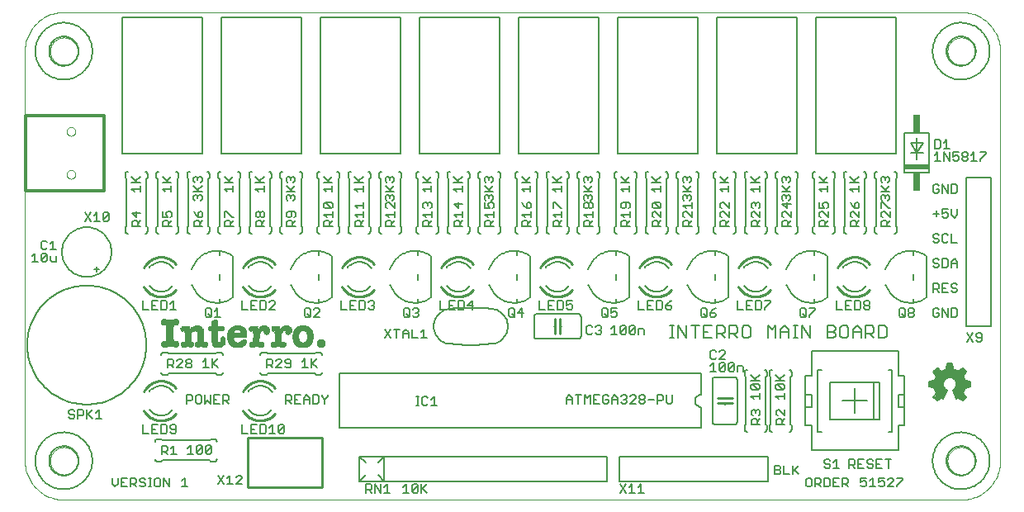
<source format=gto>
G75*
G70*
%OFA0B0*%
%FSLAX24Y24*%
%IPPOS*%
%LPD*%
%AMOC8*
5,1,8,0,0,1.08239X$1,22.5*
%
%ADD10C,0.0000*%
%ADD11C,0.0050*%
%ADD12C,0.0070*%
%ADD13C,0.0080*%
%ADD14C,0.0060*%
%ADD15C,0.0100*%
%ADD16C,0.0120*%
%ADD17R,0.1000X0.0200*%
%ADD18R,0.0300X0.0750*%
%ADD19R,0.0159X0.0008*%
%ADD20R,0.0184X0.0008*%
%ADD21R,0.0192X0.0008*%
%ADD22R,0.0100X0.0008*%
%ADD23R,0.0225X0.0008*%
%ADD24R,0.0267X0.0008*%
%ADD25R,0.0267X0.0008*%
%ADD26R,0.0142X0.0008*%
%ADD27R,0.0100X0.0008*%
%ADD28R,0.0092X0.0008*%
%ADD29R,0.0075X0.0008*%
%ADD30R,0.0050X0.0008*%
%ADD31R,0.0059X0.0008*%
%ADD32R,0.0067X0.0008*%
%ADD33R,0.0275X0.0008*%
%ADD34R,0.0325X0.0008*%
%ADD35R,0.0066X0.0008*%
%ADD36R,0.0175X0.0008*%
%ADD37R,0.0217X0.0008*%
%ADD38R,0.0166X0.0008*%
%ADD39R,0.0183X0.0008*%
%ADD40R,0.0158X0.0008*%
%ADD41R,0.0175X0.0008*%
%ADD42R,0.0309X0.0008*%
%ADD43R,0.0367X0.0008*%
%ADD44R,0.0183X0.0008*%
%ADD45R,0.0375X0.0008*%
%ADD46R,0.0200X0.0008*%
%ADD47R,0.0634X0.0008*%
%ADD48R,0.0458X0.0008*%
%ADD49R,0.0450X0.0008*%
%ADD50R,0.0341X0.0008*%
%ADD51R,0.0408X0.0008*%
%ADD52R,0.0541X0.0008*%
%ADD53R,0.0409X0.0008*%
%ADD54R,0.0217X0.0008*%
%ADD55R,0.0658X0.0008*%
%ADD56R,0.0475X0.0008*%
%ADD57R,0.0467X0.0008*%
%ADD58R,0.0367X0.0008*%
%ADD59R,0.0442X0.0008*%
%ADD60R,0.0559X0.0008*%
%ADD61R,0.0558X0.0008*%
%ADD62R,0.0441X0.0008*%
%ADD63R,0.0233X0.0008*%
%ADD64R,0.0667X0.0008*%
%ADD65R,0.0491X0.0008*%
%ADD66R,0.0483X0.0008*%
%ADD67R,0.0383X0.0008*%
%ADD68R,0.0475X0.0008*%
%ADD69R,0.0575X0.0008*%
%ADD70R,0.0250X0.0008*%
%ADD71R,0.0684X0.0008*%
%ADD72R,0.0491X0.0008*%
%ADD73R,0.0500X0.0008*%
%ADD74R,0.0400X0.0008*%
%ADD75R,0.0583X0.0008*%
%ADD76R,0.0584X0.0008*%
%ADD77R,0.0509X0.0008*%
%ADD78R,0.0692X0.0008*%
%ADD79R,0.0508X0.0008*%
%ADD80R,0.0500X0.0008*%
%ADD81R,0.0425X0.0008*%
%ADD82R,0.0533X0.0008*%
%ADD83R,0.0601X0.0008*%
%ADD84R,0.0600X0.0008*%
%ADD85R,0.0525X0.0008*%
%ADD86R,0.0700X0.0008*%
%ADD87R,0.0508X0.0008*%
%ADD88R,0.0516X0.0008*%
%ADD89R,0.0433X0.0008*%
%ADD90R,0.0550X0.0008*%
%ADD91R,0.0601X0.0008*%
%ADD92R,0.0600X0.0008*%
%ADD93R,0.0541X0.0008*%
%ADD94R,0.0283X0.0008*%
%ADD95R,0.0708X0.0008*%
%ADD96R,0.0508X0.0008*%
%ADD97R,0.0516X0.0008*%
%ADD98R,0.0575X0.0008*%
%ADD99R,0.0609X0.0008*%
%ADD100R,0.0608X0.0008*%
%ADD101R,0.0300X0.0008*%
%ADD102R,0.0716X0.0008*%
%ADD103R,0.0516X0.0008*%
%ADD104R,0.0467X0.0008*%
%ADD105R,0.0592X0.0008*%
%ADD106R,0.0617X0.0008*%
%ADD107R,0.0616X0.0008*%
%ADD108R,0.0591X0.0008*%
%ADD109R,0.0308X0.0008*%
%ADD110R,0.0716X0.0008*%
%ADD111R,0.0525X0.0008*%
%ADD112R,0.0617X0.0008*%
%ADD113R,0.0617X0.0008*%
%ADD114R,0.0616X0.0008*%
%ADD115R,0.0609X0.0008*%
%ADD116R,0.0317X0.0008*%
%ADD117R,0.0725X0.0008*%
%ADD118R,0.0525X0.0008*%
%ADD119R,0.0625X0.0008*%
%ADD120R,0.0624X0.0008*%
%ADD121R,0.0317X0.0008*%
%ADD122R,0.0725X0.0008*%
%ADD123R,0.0499X0.0008*%
%ADD124R,0.0642X0.0008*%
%ADD125R,0.0625X0.0008*%
%ADD126R,0.0624X0.0008*%
%ADD127R,0.0641X0.0008*%
%ADD128R,0.0326X0.0008*%
%ADD129R,0.0725X0.0008*%
%ADD130R,0.0658X0.0008*%
%ADD131R,0.0625X0.0008*%
%ADD132R,0.0624X0.0008*%
%ADD133R,0.0659X0.0008*%
%ADD134R,0.0326X0.0008*%
%ADD135R,0.0675X0.0008*%
%ADD136R,0.0667X0.0008*%
%ADD137R,0.0334X0.0008*%
%ADD138R,0.0684X0.0008*%
%ADD139R,0.0675X0.0008*%
%ADD140R,0.0334X0.0008*%
%ADD141R,0.0692X0.0008*%
%ADD142R,0.0691X0.0008*%
%ADD143R,0.0334X0.0008*%
%ADD144R,0.0542X0.0008*%
%ADD145R,0.0700X0.0008*%
%ADD146R,0.0617X0.0008*%
%ADD147R,0.0616X0.0008*%
%ADD148R,0.0709X0.0008*%
%ADD149R,0.0542X0.0008*%
%ADD150R,0.0609X0.0008*%
%ADD151R,0.0608X0.0008*%
%ADD152R,0.0709X0.0008*%
%ADD153R,0.0542X0.0008*%
%ADD154R,0.0550X0.0008*%
%ADD155R,0.0734X0.0008*%
%ADD156R,0.0733X0.0008*%
%ADD157R,0.0700X0.0008*%
%ADD158R,0.0483X0.0008*%
%ADD159R,0.0483X0.0008*%
%ADD160R,0.0550X0.0008*%
%ADD161R,0.0742X0.0008*%
%ADD162R,0.0575X0.0008*%
%ADD163R,0.0741X0.0008*%
%ADD164R,0.0466X0.0008*%
%ADD165R,0.0459X0.0008*%
%ADD166R,0.0558X0.0008*%
%ADD167R,0.0333X0.0008*%
%ADD168R,0.0325X0.0008*%
%ADD169R,0.0559X0.0008*%
%ADD170R,0.0359X0.0008*%
%ADD171R,0.0341X0.0008*%
%ADD172R,0.0083X0.0008*%
%ADD173R,0.0333X0.0008*%
%ADD174R,0.0075X0.0008*%
%ADD175R,0.0316X0.0008*%
%ADD176R,0.0309X0.0008*%
%ADD177R,0.0083X0.0008*%
%ADD178R,0.0084X0.0008*%
%ADD179R,0.0325X0.0008*%
%ADD180R,0.0326X0.0008*%
%ADD181R,0.0667X0.0008*%
%ADD182R,0.0025X0.0008*%
%ADD183R,0.0291X0.0008*%
%ADD184R,0.0283X0.0008*%
%ADD185R,0.0208X0.0008*%
%ADD186R,0.0308X0.0008*%
%ADD187R,0.0284X0.0008*%
%ADD188R,0.0317X0.0008*%
%ADD189R,0.0300X0.0008*%
%ADD190R,0.0650X0.0008*%
%ADD191R,0.0283X0.0008*%
%ADD192R,0.0275X0.0008*%
%ADD193R,0.0208X0.0008*%
%ADD194R,0.0300X0.0008*%
%ADD195R,0.0308X0.0008*%
%ADD196R,0.0117X0.0008*%
%ADD197R,0.0375X0.0008*%
%ADD198R,0.0109X0.0008*%
%ADD199R,0.0266X0.0008*%
%ADD200R,0.0200X0.0008*%
%ADD201R,0.0292X0.0008*%
%ADD202R,0.0259X0.0008*%
%ADD203R,0.0291X0.0008*%
%ADD204R,0.0308X0.0008*%
%ADD205R,0.0042X0.0008*%
%ADD206R,0.0342X0.0008*%
%ADD207R,0.0267X0.0008*%
%ADD208R,0.0259X0.0008*%
%ADD209R,0.0266X0.0008*%
%ADD210R,0.0200X0.0008*%
%ADD211R,0.0250X0.0008*%
%ADD212R,0.0267X0.0008*%
%ADD213R,0.0267X0.0008*%
%ADD214R,0.0259X0.0008*%
%ADD215R,0.0258X0.0008*%
%ADD216R,0.0242X0.0008*%
%ADD217R,0.0267X0.0008*%
%ADD218R,0.0291X0.0008*%
%ADD219R,0.0258X0.0008*%
%ADD220R,0.0191X0.0008*%
%ADD221R,0.0275X0.0008*%
%ADD222R,0.0258X0.0008*%
%ADD223R,0.0191X0.0008*%
%ADD224R,0.0216X0.0008*%
%ADD225R,0.0258X0.0008*%
%ADD226R,0.0191X0.0008*%
%ADD227R,0.0258X0.0008*%
%ADD228R,0.0284X0.0008*%
%ADD229R,0.0192X0.0008*%
%ADD230R,0.0250X0.0008*%
%ADD231R,0.0258X0.0008*%
%ADD232R,0.0233X0.0008*%
%ADD233R,0.0283X0.0008*%
%ADD234R,0.0217X0.0008*%
%ADD235R,0.0249X0.0008*%
%ADD236R,0.0150X0.0008*%
%ADD237R,0.0192X0.0008*%
%ADD238R,0.0249X0.0008*%
%ADD239R,0.0125X0.0008*%
%ADD240R,0.0167X0.0008*%
%ADD241R,0.0249X0.0008*%
%ADD242R,0.0083X0.0008*%
%ADD243R,0.0133X0.0008*%
%ADD244R,0.0266X0.0008*%
%ADD245R,0.0083X0.0008*%
%ADD246R,0.0183X0.0008*%
%ADD247R,0.0274X0.0008*%
%ADD248R,0.0183X0.0008*%
%ADD249R,0.0274X0.0008*%
%ADD250R,0.0175X0.0008*%
%ADD251R,0.0166X0.0008*%
%ADD252R,0.0775X0.0008*%
%ADD253R,0.0783X0.0008*%
%ADD254R,0.0792X0.0008*%
%ADD255R,0.0108X0.0008*%
%ADD256R,0.0800X0.0008*%
%ADD257R,0.0808X0.0008*%
%ADD258R,0.0808X0.0008*%
%ADD259R,0.0816X0.0008*%
%ADD260R,0.0808X0.0008*%
%ADD261R,0.0808X0.0008*%
%ADD262R,0.0808X0.0008*%
%ADD263R,0.0066X0.0008*%
%ADD264R,0.0067X0.0008*%
%ADD265R,0.0108X0.0008*%
%ADD266R,0.0800X0.0008*%
%ADD267R,0.0141X0.0008*%
%ADD268R,0.0142X0.0008*%
%ADD269R,0.0158X0.0008*%
%ADD270R,0.0800X0.0008*%
%ADD271R,0.0283X0.0008*%
%ADD272R,0.0284X0.0008*%
%ADD273R,0.0792X0.0008*%
%ADD274R,0.0192X0.0008*%
%ADD275R,0.0274X0.0008*%
%ADD276R,0.0209X0.0008*%
%ADD277R,0.0208X0.0008*%
%ADD278R,0.0283X0.0008*%
%ADD279R,0.0292X0.0008*%
%ADD280R,0.0217X0.0008*%
%ADD281R,0.0216X0.0008*%
%ADD282R,0.0292X0.0008*%
%ADD283R,0.0301X0.0008*%
%ADD284R,0.0225X0.0008*%
%ADD285R,0.0301X0.0008*%
%ADD286R,0.0233X0.0008*%
%ADD287R,0.0234X0.0008*%
%ADD288R,0.0233X0.0008*%
%ADD289R,0.0234X0.0008*%
%ADD290R,0.0309X0.0008*%
%ADD291R,0.0241X0.0008*%
%ADD292R,0.0242X0.0008*%
%ADD293R,0.0317X0.0008*%
%ADD294R,0.0241X0.0008*%
%ADD295R,0.0316X0.0008*%
%ADD296R,0.0242X0.0008*%
%ADD297R,0.0241X0.0008*%
%ADD298R,0.0242X0.0008*%
%ADD299R,0.0333X0.0008*%
%ADD300R,0.0350X0.0008*%
%ADD301R,0.0042X0.0008*%
%ADD302R,0.0417X0.0008*%
%ADD303R,0.0350X0.0008*%
%ADD304R,0.0042X0.0008*%
%ADD305R,0.0359X0.0008*%
%ADD306R,0.0358X0.0008*%
%ADD307R,0.0317X0.0008*%
%ADD308R,0.0900X0.0008*%
%ADD309R,0.0900X0.0008*%
%ADD310R,0.0292X0.0008*%
%ADD311R,0.0509X0.0008*%
%ADD312R,0.0908X0.0008*%
%ADD313R,0.0559X0.0008*%
%ADD314R,0.0542X0.0008*%
%ADD315R,0.0741X0.0008*%
%ADD316R,0.0917X0.0008*%
%ADD317R,0.0292X0.0008*%
%ADD318R,0.0359X0.0008*%
%ADD319R,0.0358X0.0008*%
%ADD320R,0.0466X0.0008*%
%ADD321R,0.0917X0.0008*%
%ADD322R,0.0308X0.0008*%
%ADD323R,0.0467X0.0008*%
%ADD324R,0.0358X0.0008*%
%ADD325R,0.0909X0.0008*%
%ADD326R,0.0642X0.0008*%
%ADD327R,0.0683X0.0008*%
%ADD328R,0.0467X0.0008*%
%ADD329R,0.0358X0.0008*%
%ADD330R,0.0466X0.0008*%
%ADD331R,0.0917X0.0008*%
%ADD332R,0.0642X0.0008*%
%ADD333R,0.0458X0.0008*%
%ADD334R,0.0366X0.0008*%
%ADD335R,0.0458X0.0008*%
%ADD336R,0.0917X0.0008*%
%ADD337R,0.0658X0.0008*%
%ADD338R,0.0667X0.0008*%
%ADD339R,0.0367X0.0008*%
%ADD340R,0.0449X0.0008*%
%ADD341R,0.0366X0.0008*%
%ADD342R,0.0450X0.0008*%
%ADD343R,0.0908X0.0008*%
%ADD344R,0.0658X0.0008*%
%ADD345R,0.0650X0.0008*%
%ADD346R,0.0367X0.0008*%
%ADD347R,0.0441X0.0008*%
%ADD348R,0.0366X0.0008*%
%ADD349R,0.0442X0.0008*%
%ADD350R,0.0367X0.0008*%
%ADD351R,0.0533X0.0008*%
%ADD352R,0.0667X0.0008*%
%ADD353R,0.0633X0.0008*%
%ADD354R,0.0517X0.0008*%
%ADD355R,0.0434X0.0008*%
%ADD356R,0.0367X0.0008*%
%ADD357R,0.0667X0.0008*%
%ADD358R,0.0425X0.0008*%
%ADD359R,0.0641X0.0008*%
%ADD360R,0.0492X0.0008*%
%ADD361R,0.0592X0.0008*%
%ADD362R,0.0408X0.0008*%
%ADD363R,0.0416X0.0008*%
%ADD364R,0.0408X0.0008*%
%ADD365R,0.0408X0.0008*%
%ADD366R,0.0467X0.0008*%
%ADD367R,0.0558X0.0008*%
%ADD368R,0.0392X0.0008*%
%ADD369R,0.0392X0.0008*%
%ADD370R,0.0591X0.0008*%
%ADD371R,0.0450X0.0008*%
%ADD372R,0.0384X0.0008*%
%ADD373R,0.0383X0.0008*%
%ADD374R,0.0567X0.0008*%
%ADD375R,0.0350X0.0008*%
%ADD376R,0.0392X0.0008*%
%ADD377R,0.0650X0.0008*%
%ADD378R,0.0333X0.0008*%
%ADD379R,0.0342X0.0008*%
%ADD380R,0.0376X0.0008*%
%ADD381R,0.0642X0.0008*%
%ADD382R,0.0442X0.0008*%
%ADD383R,0.0333X0.0008*%
%ADD384R,0.0316X0.0008*%
%ADD385R,0.0383X0.0008*%
%ADD386R,0.0317X0.0008*%
%ADD387R,0.0409X0.0008*%
%ADD388R,0.0109X0.0008*%
%ADD389R,0.0583X0.0008*%
%ADD390R,0.0016X0.0008*%
%ADD391R,0.0008X0.0008*%
%ADD392R,0.0308X0.0008*%
%ADD393R,0.0017X0.0008*%
%ADD394R,0.0209X0.0008*%
%ADD395R,0.0141X0.0008*%
%ADD396R,0.0124X0.0008*%
%ADD397R,0.0125X0.0008*%
%ADD398R,0.0025X0.0008*%
%ADD399R,0.0342X0.0008*%
%ADD400R,0.0676X0.0008*%
%ADD401R,0.0708X0.0008*%
%ADD402R,0.0716X0.0008*%
%ADD403R,0.0708X0.0008*%
%ADD404R,0.0209X0.0008*%
%ADD405R,0.0676X0.0008*%
%ADD406R,0.0658X0.0008*%
%ADD407R,0.0225X0.0008*%
%ADD408R,0.0116X0.0008*%
%ADD409R,0.0134X0.0008*%
D10*
X002240Y000665D02*
X038460Y000665D01*
X037909Y002240D02*
X037911Y002287D01*
X037917Y002333D01*
X037927Y002379D01*
X037940Y002424D01*
X037958Y002467D01*
X037979Y002509D01*
X038003Y002549D01*
X038031Y002586D01*
X038062Y002621D01*
X038096Y002654D01*
X038132Y002683D01*
X038171Y002709D01*
X038212Y002732D01*
X038255Y002751D01*
X038299Y002767D01*
X038344Y002779D01*
X038390Y002787D01*
X038437Y002791D01*
X038483Y002791D01*
X038530Y002787D01*
X038576Y002779D01*
X038621Y002767D01*
X038665Y002751D01*
X038708Y002732D01*
X038749Y002709D01*
X038788Y002683D01*
X038824Y002654D01*
X038858Y002621D01*
X038889Y002586D01*
X038917Y002549D01*
X038941Y002509D01*
X038962Y002467D01*
X038980Y002424D01*
X038993Y002379D01*
X039003Y002333D01*
X039009Y002287D01*
X039011Y002240D01*
X039009Y002193D01*
X039003Y002147D01*
X038993Y002101D01*
X038980Y002056D01*
X038962Y002013D01*
X038941Y001971D01*
X038917Y001931D01*
X038889Y001894D01*
X038858Y001859D01*
X038824Y001826D01*
X038788Y001797D01*
X038749Y001771D01*
X038708Y001748D01*
X038665Y001729D01*
X038621Y001713D01*
X038576Y001701D01*
X038530Y001693D01*
X038483Y001689D01*
X038437Y001689D01*
X038390Y001693D01*
X038344Y001701D01*
X038299Y001713D01*
X038255Y001729D01*
X038212Y001748D01*
X038171Y001771D01*
X038132Y001797D01*
X038096Y001826D01*
X038062Y001859D01*
X038031Y001894D01*
X038003Y001931D01*
X037979Y001971D01*
X037958Y002013D01*
X037940Y002056D01*
X037927Y002101D01*
X037917Y002147D01*
X037911Y002193D01*
X037909Y002240D01*
X038460Y000665D02*
X038537Y000667D01*
X038614Y000673D01*
X038691Y000682D01*
X038767Y000695D01*
X038843Y000712D01*
X038917Y000733D01*
X038991Y000757D01*
X039063Y000785D01*
X039133Y000816D01*
X039202Y000851D01*
X039270Y000889D01*
X039335Y000930D01*
X039398Y000975D01*
X039459Y001023D01*
X039518Y001073D01*
X039574Y001126D01*
X039627Y001182D01*
X039677Y001241D01*
X039725Y001302D01*
X039770Y001365D01*
X039811Y001430D01*
X039849Y001498D01*
X039884Y001567D01*
X039915Y001637D01*
X039943Y001709D01*
X039967Y001783D01*
X039988Y001857D01*
X040005Y001933D01*
X040018Y002009D01*
X040027Y002086D01*
X040033Y002163D01*
X040035Y002240D01*
X040035Y018775D01*
X037909Y018775D02*
X037911Y018822D01*
X037917Y018868D01*
X037927Y018914D01*
X037940Y018959D01*
X037958Y019002D01*
X037979Y019044D01*
X038003Y019084D01*
X038031Y019121D01*
X038062Y019156D01*
X038096Y019189D01*
X038132Y019218D01*
X038171Y019244D01*
X038212Y019267D01*
X038255Y019286D01*
X038299Y019302D01*
X038344Y019314D01*
X038390Y019322D01*
X038437Y019326D01*
X038483Y019326D01*
X038530Y019322D01*
X038576Y019314D01*
X038621Y019302D01*
X038665Y019286D01*
X038708Y019267D01*
X038749Y019244D01*
X038788Y019218D01*
X038824Y019189D01*
X038858Y019156D01*
X038889Y019121D01*
X038917Y019084D01*
X038941Y019044D01*
X038962Y019002D01*
X038980Y018959D01*
X038993Y018914D01*
X039003Y018868D01*
X039009Y018822D01*
X039011Y018775D01*
X039009Y018728D01*
X039003Y018682D01*
X038993Y018636D01*
X038980Y018591D01*
X038962Y018548D01*
X038941Y018506D01*
X038917Y018466D01*
X038889Y018429D01*
X038858Y018394D01*
X038824Y018361D01*
X038788Y018332D01*
X038749Y018306D01*
X038708Y018283D01*
X038665Y018264D01*
X038621Y018248D01*
X038576Y018236D01*
X038530Y018228D01*
X038483Y018224D01*
X038437Y018224D01*
X038390Y018228D01*
X038344Y018236D01*
X038299Y018248D01*
X038255Y018264D01*
X038212Y018283D01*
X038171Y018306D01*
X038132Y018332D01*
X038096Y018361D01*
X038062Y018394D01*
X038031Y018429D01*
X038003Y018466D01*
X037979Y018506D01*
X037958Y018548D01*
X037940Y018591D01*
X037927Y018636D01*
X037917Y018682D01*
X037911Y018728D01*
X037909Y018775D01*
X038460Y020350D02*
X038537Y020348D01*
X038614Y020342D01*
X038691Y020333D01*
X038767Y020320D01*
X038843Y020303D01*
X038917Y020282D01*
X038991Y020258D01*
X039063Y020230D01*
X039133Y020199D01*
X039202Y020164D01*
X039270Y020126D01*
X039335Y020085D01*
X039398Y020040D01*
X039459Y019992D01*
X039518Y019942D01*
X039574Y019889D01*
X039627Y019833D01*
X039677Y019774D01*
X039725Y019713D01*
X039770Y019650D01*
X039811Y019585D01*
X039849Y019517D01*
X039884Y019448D01*
X039915Y019378D01*
X039943Y019306D01*
X039967Y019232D01*
X039988Y019158D01*
X040005Y019082D01*
X040018Y019006D01*
X040027Y018929D01*
X040033Y018852D01*
X040035Y018775D01*
X038460Y020350D02*
X002240Y020350D01*
X001689Y018775D02*
X001691Y018822D01*
X001697Y018868D01*
X001707Y018914D01*
X001720Y018959D01*
X001738Y019002D01*
X001759Y019044D01*
X001783Y019084D01*
X001811Y019121D01*
X001842Y019156D01*
X001876Y019189D01*
X001912Y019218D01*
X001951Y019244D01*
X001992Y019267D01*
X002035Y019286D01*
X002079Y019302D01*
X002124Y019314D01*
X002170Y019322D01*
X002217Y019326D01*
X002263Y019326D01*
X002310Y019322D01*
X002356Y019314D01*
X002401Y019302D01*
X002445Y019286D01*
X002488Y019267D01*
X002529Y019244D01*
X002568Y019218D01*
X002604Y019189D01*
X002638Y019156D01*
X002669Y019121D01*
X002697Y019084D01*
X002721Y019044D01*
X002742Y019002D01*
X002760Y018959D01*
X002773Y018914D01*
X002783Y018868D01*
X002789Y018822D01*
X002791Y018775D01*
X002789Y018728D01*
X002783Y018682D01*
X002773Y018636D01*
X002760Y018591D01*
X002742Y018548D01*
X002721Y018506D01*
X002697Y018466D01*
X002669Y018429D01*
X002638Y018394D01*
X002604Y018361D01*
X002568Y018332D01*
X002529Y018306D01*
X002488Y018283D01*
X002445Y018264D01*
X002401Y018248D01*
X002356Y018236D01*
X002310Y018228D01*
X002263Y018224D01*
X002217Y018224D01*
X002170Y018228D01*
X002124Y018236D01*
X002079Y018248D01*
X002035Y018264D01*
X001992Y018283D01*
X001951Y018306D01*
X001912Y018332D01*
X001876Y018361D01*
X001842Y018394D01*
X001811Y018429D01*
X001783Y018466D01*
X001759Y018506D01*
X001738Y018548D01*
X001720Y018591D01*
X001707Y018636D01*
X001697Y018682D01*
X001691Y018728D01*
X001689Y018775D01*
X000665Y018775D02*
X000667Y018852D01*
X000673Y018929D01*
X000682Y019006D01*
X000695Y019082D01*
X000712Y019158D01*
X000733Y019232D01*
X000757Y019306D01*
X000785Y019378D01*
X000816Y019448D01*
X000851Y019517D01*
X000889Y019585D01*
X000930Y019650D01*
X000975Y019713D01*
X001023Y019774D01*
X001073Y019833D01*
X001126Y019889D01*
X001182Y019942D01*
X001241Y019992D01*
X001302Y020040D01*
X001365Y020085D01*
X001430Y020126D01*
X001498Y020164D01*
X001567Y020199D01*
X001637Y020230D01*
X001709Y020258D01*
X001783Y020282D01*
X001857Y020303D01*
X001933Y020320D01*
X002009Y020333D01*
X002086Y020342D01*
X002163Y020348D01*
X002240Y020350D01*
X000665Y018775D02*
X000665Y002240D01*
X001689Y002240D02*
X001691Y002287D01*
X001697Y002333D01*
X001707Y002379D01*
X001720Y002424D01*
X001738Y002467D01*
X001759Y002509D01*
X001783Y002549D01*
X001811Y002586D01*
X001842Y002621D01*
X001876Y002654D01*
X001912Y002683D01*
X001951Y002709D01*
X001992Y002732D01*
X002035Y002751D01*
X002079Y002767D01*
X002124Y002779D01*
X002170Y002787D01*
X002217Y002791D01*
X002263Y002791D01*
X002310Y002787D01*
X002356Y002779D01*
X002401Y002767D01*
X002445Y002751D01*
X002488Y002732D01*
X002529Y002709D01*
X002568Y002683D01*
X002604Y002654D01*
X002638Y002621D01*
X002669Y002586D01*
X002697Y002549D01*
X002721Y002509D01*
X002742Y002467D01*
X002760Y002424D01*
X002773Y002379D01*
X002783Y002333D01*
X002789Y002287D01*
X002791Y002240D01*
X002789Y002193D01*
X002783Y002147D01*
X002773Y002101D01*
X002760Y002056D01*
X002742Y002013D01*
X002721Y001971D01*
X002697Y001931D01*
X002669Y001894D01*
X002638Y001859D01*
X002604Y001826D01*
X002568Y001797D01*
X002529Y001771D01*
X002488Y001748D01*
X002445Y001729D01*
X002401Y001713D01*
X002356Y001701D01*
X002310Y001693D01*
X002263Y001689D01*
X002217Y001689D01*
X002170Y001693D01*
X002124Y001701D01*
X002079Y001713D01*
X002035Y001729D01*
X001992Y001748D01*
X001951Y001771D01*
X001912Y001797D01*
X001876Y001826D01*
X001842Y001859D01*
X001811Y001894D01*
X001783Y001931D01*
X001759Y001971D01*
X001738Y002013D01*
X001720Y002056D01*
X001707Y002101D01*
X001697Y002147D01*
X001691Y002193D01*
X001689Y002240D01*
X000665Y002240D02*
X000667Y002163D01*
X000673Y002086D01*
X000682Y002009D01*
X000695Y001933D01*
X000712Y001857D01*
X000733Y001783D01*
X000757Y001709D01*
X000785Y001637D01*
X000816Y001567D01*
X000851Y001498D01*
X000889Y001430D01*
X000930Y001365D01*
X000975Y001302D01*
X001023Y001241D01*
X001073Y001182D01*
X001126Y001126D01*
X001182Y001073D01*
X001241Y001023D01*
X001302Y000975D01*
X001365Y000930D01*
X001430Y000889D01*
X001498Y000851D01*
X001567Y000816D01*
X001637Y000785D01*
X001709Y000757D01*
X001783Y000733D01*
X001857Y000712D01*
X001933Y000695D01*
X002009Y000682D01*
X002086Y000673D01*
X002163Y000667D01*
X002240Y000665D01*
X002355Y013799D02*
X002357Y013825D01*
X002363Y013851D01*
X002373Y013876D01*
X002386Y013899D01*
X002402Y013919D01*
X002422Y013937D01*
X002444Y013952D01*
X002467Y013964D01*
X002493Y013972D01*
X002519Y013976D01*
X002545Y013976D01*
X002571Y013972D01*
X002597Y013964D01*
X002621Y013952D01*
X002642Y013937D01*
X002662Y013919D01*
X002678Y013899D01*
X002691Y013876D01*
X002701Y013851D01*
X002707Y013825D01*
X002709Y013799D01*
X002707Y013773D01*
X002701Y013747D01*
X002691Y013722D01*
X002678Y013699D01*
X002662Y013679D01*
X002642Y013661D01*
X002620Y013646D01*
X002597Y013634D01*
X002571Y013626D01*
X002545Y013622D01*
X002519Y013622D01*
X002493Y013626D01*
X002467Y013634D01*
X002443Y013646D01*
X002422Y013661D01*
X002402Y013679D01*
X002386Y013699D01*
X002373Y013722D01*
X002363Y013747D01*
X002357Y013773D01*
X002355Y013799D01*
X002355Y015531D02*
X002357Y015557D01*
X002363Y015583D01*
X002373Y015608D01*
X002386Y015631D01*
X002402Y015651D01*
X002422Y015669D01*
X002444Y015684D01*
X002467Y015696D01*
X002493Y015704D01*
X002519Y015708D01*
X002545Y015708D01*
X002571Y015704D01*
X002597Y015696D01*
X002621Y015684D01*
X002642Y015669D01*
X002662Y015651D01*
X002678Y015631D01*
X002691Y015608D01*
X002701Y015583D01*
X002707Y015557D01*
X002709Y015531D01*
X002707Y015505D01*
X002701Y015479D01*
X002691Y015454D01*
X002678Y015431D01*
X002662Y015411D01*
X002642Y015393D01*
X002620Y015378D01*
X002597Y015366D01*
X002571Y015358D01*
X002545Y015354D01*
X002519Y015354D01*
X002493Y015358D01*
X002467Y015366D01*
X002443Y015378D01*
X002422Y015393D01*
X002402Y015411D01*
X002386Y015431D01*
X002373Y015454D01*
X002363Y015479D01*
X002357Y015505D01*
X002355Y015531D01*
D11*
X004970Y013705D02*
X005203Y013472D01*
X005145Y013530D02*
X005320Y013705D01*
X005320Y013472D02*
X004970Y013472D01*
X004970Y013220D02*
X005320Y013220D01*
X005320Y013104D02*
X005320Y013337D01*
X005087Y013104D02*
X004970Y013220D01*
X006220Y013220D02*
X006337Y013104D01*
X006220Y013220D02*
X006570Y013220D01*
X006570Y013104D02*
X006570Y013337D01*
X006570Y013472D02*
X006220Y013472D01*
X006395Y013530D02*
X006570Y013705D01*
X006453Y013472D02*
X006220Y013705D01*
X007470Y013647D02*
X007470Y013530D01*
X007528Y013472D01*
X007470Y013337D02*
X007703Y013104D01*
X007645Y013162D02*
X007820Y013337D01*
X007762Y013472D02*
X007820Y013530D01*
X007820Y013647D01*
X007762Y013705D01*
X007703Y013705D01*
X007645Y013647D01*
X007645Y013589D01*
X007645Y013647D02*
X007587Y013705D01*
X007528Y013705D01*
X007470Y013647D01*
X007470Y013104D02*
X007820Y013104D01*
X007762Y012969D02*
X007820Y012910D01*
X007820Y012794D01*
X007762Y012735D01*
X007645Y012852D02*
X007645Y012910D01*
X007703Y012969D01*
X007762Y012969D01*
X007645Y012910D02*
X007587Y012969D01*
X007528Y012969D01*
X007470Y012910D01*
X007470Y012794D01*
X007528Y012735D01*
X007490Y012292D02*
X007548Y012175D01*
X007665Y012059D01*
X007665Y012234D01*
X007723Y012292D01*
X007782Y012292D01*
X007840Y012234D01*
X007840Y012117D01*
X007782Y012059D01*
X007665Y012059D01*
X007665Y011924D02*
X007548Y011924D01*
X007490Y011865D01*
X007490Y011690D01*
X007840Y011690D01*
X007723Y011690D02*
X007723Y011865D01*
X007665Y011924D01*
X007723Y011807D02*
X007840Y011924D01*
X008740Y011865D02*
X008740Y011690D01*
X009090Y011690D01*
X008973Y011690D02*
X008973Y011865D01*
X008915Y011924D01*
X008798Y011924D01*
X008740Y011865D01*
X008740Y012059D02*
X008740Y012292D01*
X008798Y012292D01*
X009032Y012059D01*
X009090Y012059D01*
X009090Y011924D02*
X008973Y011807D01*
X009990Y011865D02*
X009990Y011690D01*
X010340Y011690D01*
X010223Y011690D02*
X010223Y011865D01*
X010165Y011924D01*
X010048Y011924D01*
X009990Y011865D01*
X010048Y012059D02*
X010107Y012059D01*
X010165Y012117D01*
X010165Y012234D01*
X010223Y012292D01*
X010282Y012292D01*
X010340Y012234D01*
X010340Y012117D01*
X010282Y012059D01*
X010223Y012059D01*
X010165Y012117D01*
X010165Y012234D02*
X010107Y012292D01*
X010048Y012292D01*
X009990Y012234D01*
X009990Y012117D01*
X010048Y012059D01*
X010223Y011807D02*
X010340Y011924D01*
X011240Y011865D02*
X011240Y011690D01*
X011590Y011690D01*
X011473Y011690D02*
X011473Y011865D01*
X011415Y011924D01*
X011298Y011924D01*
X011240Y011865D01*
X011298Y012059D02*
X011240Y012117D01*
X011240Y012234D01*
X011298Y012292D01*
X011532Y012292D01*
X011590Y012234D01*
X011590Y012117D01*
X011532Y012059D01*
X011415Y012117D02*
X011415Y012292D01*
X011415Y012117D02*
X011357Y012059D01*
X011298Y012059D01*
X011473Y011807D02*
X011590Y011924D01*
X012740Y011865D02*
X012740Y011690D01*
X013090Y011690D01*
X012973Y011690D02*
X012973Y011865D01*
X012915Y011924D01*
X012798Y011924D01*
X012740Y011865D01*
X012857Y012059D02*
X012740Y012175D01*
X013090Y012175D01*
X013090Y012059D02*
X013090Y012292D01*
X013032Y012427D02*
X012798Y012660D01*
X013032Y012660D01*
X013090Y012602D01*
X013090Y012485D01*
X013032Y012427D01*
X012798Y012427D01*
X012740Y012485D01*
X012740Y012602D01*
X012798Y012660D01*
X012837Y013104D02*
X012720Y013220D01*
X013070Y013220D01*
X013070Y013104D02*
X013070Y013337D01*
X013070Y013472D02*
X012720Y013472D01*
X012895Y013530D02*
X013070Y013705D01*
X012953Y013472D02*
X012720Y013705D01*
X011570Y013647D02*
X011570Y013530D01*
X011512Y013472D01*
X011570Y013337D02*
X011395Y013162D01*
X011453Y013104D02*
X011220Y013337D01*
X011278Y013472D02*
X011220Y013530D01*
X011220Y013647D01*
X011278Y013705D01*
X011337Y013705D01*
X011395Y013647D01*
X011453Y013705D01*
X011512Y013705D01*
X011570Y013647D01*
X011395Y013647D02*
X011395Y013589D01*
X011220Y013104D02*
X011570Y013104D01*
X011512Y012969D02*
X011570Y012910D01*
X011570Y012794D01*
X011512Y012735D01*
X011395Y012852D02*
X011395Y012910D01*
X011453Y012969D01*
X011512Y012969D01*
X011395Y012910D02*
X011337Y012969D01*
X011278Y012969D01*
X011220Y012910D01*
X011220Y012794D01*
X011278Y012735D01*
X010320Y013104D02*
X010320Y013337D01*
X010320Y013220D02*
X009970Y013220D01*
X010087Y013104D01*
X010203Y013472D02*
X009970Y013705D01*
X009970Y013472D02*
X010320Y013472D01*
X010145Y013530D02*
X010320Y013705D01*
X009070Y013705D02*
X008895Y013530D01*
X008953Y013472D02*
X008720Y013705D01*
X008720Y013472D02*
X009070Y013472D01*
X009070Y013337D02*
X009070Y013104D01*
X009070Y013220D02*
X008720Y013220D01*
X008837Y013104D01*
X006590Y012234D02*
X006590Y012117D01*
X006532Y012059D01*
X006415Y012059D02*
X006357Y012175D01*
X006357Y012234D01*
X006415Y012292D01*
X006532Y012292D01*
X006590Y012234D01*
X006415Y012059D02*
X006240Y012059D01*
X006240Y012292D01*
X006298Y011924D02*
X006415Y011924D01*
X006473Y011865D01*
X006473Y011690D01*
X006473Y011807D02*
X006590Y011924D01*
X006590Y011690D02*
X006240Y011690D01*
X006240Y011865D01*
X006298Y011924D01*
X005340Y011924D02*
X005223Y011807D01*
X005223Y011865D02*
X005223Y011690D01*
X005340Y011690D02*
X004990Y011690D01*
X004990Y011865D01*
X005048Y011924D01*
X005165Y011924D01*
X005223Y011865D01*
X005165Y012059D02*
X005165Y012292D01*
X004990Y012234D02*
X005165Y012059D01*
X005340Y012234D02*
X004990Y012234D01*
X004055Y012207D02*
X004055Y011974D01*
X003997Y011915D01*
X003880Y011915D01*
X003822Y011974D01*
X004055Y012207D01*
X003997Y012265D01*
X003880Y012265D01*
X003822Y012207D01*
X003822Y011974D01*
X003687Y011915D02*
X003454Y011915D01*
X003570Y011915D02*
X003570Y012265D01*
X003454Y012149D01*
X003319Y012265D02*
X003085Y011915D01*
X003319Y011915D02*
X003085Y012265D01*
X001814Y011115D02*
X001814Y010765D01*
X001930Y010765D02*
X001697Y010765D01*
X001562Y010824D02*
X001504Y010765D01*
X001387Y010765D01*
X001329Y010824D01*
X001329Y011057D01*
X001387Y011115D01*
X001504Y011115D01*
X001562Y011057D01*
X001697Y010999D02*
X001814Y011115D01*
X001504Y010615D02*
X001562Y010557D01*
X001329Y010324D01*
X001387Y010265D01*
X001504Y010265D01*
X001562Y010324D01*
X001562Y010557D01*
X001504Y010615D02*
X001387Y010615D01*
X001329Y010557D01*
X001329Y010324D01*
X001194Y010265D02*
X000960Y010265D01*
X001077Y010265D02*
X001077Y010615D01*
X000960Y010499D01*
X001697Y010499D02*
X001697Y010324D01*
X001755Y010265D01*
X001930Y010265D01*
X001930Y010499D01*
X005440Y008690D02*
X005440Y008340D01*
X005674Y008340D01*
X005809Y008340D02*
X006042Y008340D01*
X006177Y008340D02*
X006177Y008690D01*
X006352Y008690D01*
X006410Y008632D01*
X006410Y008399D01*
X006352Y008340D01*
X006177Y008340D01*
X005925Y008515D02*
X005809Y008515D01*
X005809Y008690D02*
X005809Y008340D01*
X005809Y008690D02*
X006042Y008690D01*
X006545Y008574D02*
X006662Y008690D01*
X006662Y008340D01*
X006545Y008340D02*
X006779Y008340D01*
X007954Y008332D02*
X007954Y008099D01*
X008012Y008040D01*
X008129Y008040D01*
X008187Y008099D01*
X008187Y008332D01*
X008129Y008390D01*
X008012Y008390D01*
X007954Y008332D01*
X008070Y008157D02*
X008187Y008040D01*
X008322Y008040D02*
X008555Y008040D01*
X008439Y008040D02*
X008439Y008390D01*
X008322Y008274D01*
X009440Y008340D02*
X009674Y008340D01*
X009809Y008340D02*
X009809Y008690D01*
X010042Y008690D01*
X010177Y008690D02*
X010177Y008340D01*
X010352Y008340D01*
X010410Y008399D01*
X010410Y008632D01*
X010352Y008690D01*
X010177Y008690D01*
X009925Y008515D02*
X009809Y008515D01*
X009809Y008340D02*
X010042Y008340D01*
X009440Y008340D02*
X009440Y008690D01*
X010545Y008632D02*
X010603Y008690D01*
X010720Y008690D01*
X010779Y008632D01*
X010779Y008574D01*
X010545Y008340D01*
X010779Y008340D01*
X011954Y008332D02*
X011954Y008099D01*
X012012Y008040D01*
X012129Y008040D01*
X012187Y008099D01*
X012187Y008332D01*
X012129Y008390D01*
X012012Y008390D01*
X011954Y008332D01*
X012070Y008157D02*
X012187Y008040D01*
X012322Y008040D02*
X012555Y008274D01*
X012555Y008332D01*
X012497Y008390D01*
X012380Y008390D01*
X012322Y008332D01*
X012322Y008040D02*
X012555Y008040D01*
X013440Y008340D02*
X013674Y008340D01*
X013809Y008340D02*
X013809Y008690D01*
X014042Y008690D01*
X014177Y008690D02*
X014177Y008340D01*
X014352Y008340D01*
X014410Y008399D01*
X014410Y008632D01*
X014352Y008690D01*
X014177Y008690D01*
X013925Y008515D02*
X013809Y008515D01*
X013809Y008340D02*
X014042Y008340D01*
X013440Y008340D02*
X013440Y008690D01*
X014545Y008632D02*
X014603Y008690D01*
X014720Y008690D01*
X014779Y008632D01*
X014779Y008574D01*
X014720Y008515D01*
X014779Y008457D01*
X014779Y008399D01*
X014720Y008340D01*
X014603Y008340D01*
X014545Y008399D01*
X014662Y008515D02*
X014720Y008515D01*
X015954Y008332D02*
X015954Y008099D01*
X016012Y008040D01*
X016129Y008040D01*
X016187Y008099D01*
X016187Y008332D01*
X016129Y008390D01*
X016012Y008390D01*
X015954Y008332D01*
X016070Y008157D02*
X016187Y008040D01*
X016322Y008099D02*
X016380Y008040D01*
X016497Y008040D01*
X016555Y008099D01*
X016555Y008157D01*
X016497Y008215D01*
X016439Y008215D01*
X016497Y008215D02*
X016555Y008274D01*
X016555Y008332D01*
X016497Y008390D01*
X016380Y008390D01*
X016322Y008332D01*
X017440Y008340D02*
X017674Y008340D01*
X017809Y008340D02*
X017809Y008690D01*
X018042Y008690D01*
X018177Y008690D02*
X018177Y008340D01*
X018352Y008340D01*
X018410Y008399D01*
X018410Y008632D01*
X018352Y008690D01*
X018177Y008690D01*
X017925Y008515D02*
X017809Y008515D01*
X017809Y008340D02*
X018042Y008340D01*
X018545Y008515D02*
X018779Y008515D01*
X018720Y008340D02*
X018720Y008690D01*
X018545Y008515D01*
X017440Y008690D02*
X017440Y008340D01*
X016780Y007540D02*
X016780Y007190D01*
X016663Y007190D02*
X016897Y007190D01*
X016663Y007424D02*
X016780Y007540D01*
X016295Y007540D02*
X016295Y007190D01*
X016529Y007190D01*
X016160Y007190D02*
X016160Y007424D01*
X016044Y007540D01*
X015927Y007424D01*
X015927Y007190D01*
X015927Y007365D02*
X016160Y007365D01*
X015792Y007540D02*
X015559Y007540D01*
X015675Y007540D02*
X015675Y007190D01*
X015424Y007190D02*
X015190Y007540D01*
X015424Y007540D02*
X015190Y007190D01*
X012455Y006360D02*
X012222Y006127D01*
X012280Y006185D02*
X012455Y006010D01*
X012222Y006010D02*
X012222Y006360D01*
X011970Y006360D02*
X011854Y006244D01*
X011970Y006360D02*
X011970Y006010D01*
X011854Y006010D02*
X012087Y006010D01*
X011410Y006049D02*
X011410Y006282D01*
X011352Y006340D01*
X011235Y006340D01*
X011177Y006282D01*
X011177Y006224D01*
X011235Y006165D01*
X011410Y006165D01*
X011410Y006049D02*
X011352Y005990D01*
X011235Y005990D01*
X011177Y006049D01*
X011042Y005990D02*
X010809Y005990D01*
X011042Y006224D01*
X011042Y006282D01*
X010984Y006340D01*
X010867Y006340D01*
X010809Y006282D01*
X010674Y006282D02*
X010674Y006165D01*
X010615Y006107D01*
X010440Y006107D01*
X010440Y005990D02*
X010440Y006340D01*
X010615Y006340D01*
X010674Y006282D01*
X010557Y006107D02*
X010674Y005990D01*
X011190Y004890D02*
X011365Y004890D01*
X011424Y004832D01*
X011424Y004715D01*
X011365Y004657D01*
X011190Y004657D01*
X011190Y004540D02*
X011190Y004890D01*
X011307Y004657D02*
X011424Y004540D01*
X011559Y004540D02*
X011792Y004540D01*
X011927Y004540D02*
X011927Y004774D01*
X012044Y004890D01*
X012160Y004774D01*
X012160Y004540D01*
X012295Y004540D02*
X012470Y004540D01*
X012529Y004599D01*
X012529Y004832D01*
X012470Y004890D01*
X012295Y004890D01*
X012295Y004540D01*
X012160Y004715D02*
X011927Y004715D01*
X011792Y004890D02*
X011559Y004890D01*
X011559Y004540D01*
X011559Y004715D02*
X011675Y004715D01*
X012663Y004832D02*
X012780Y004715D01*
X012780Y004540D01*
X012780Y004715D02*
X012897Y004832D01*
X012897Y004890D01*
X012663Y004890D02*
X012663Y004832D01*
X011147Y003632D02*
X010913Y003399D01*
X010972Y003340D01*
X011089Y003340D01*
X011147Y003399D01*
X011147Y003632D01*
X011089Y003690D01*
X010972Y003690D01*
X010913Y003632D01*
X010913Y003399D01*
X010779Y003340D02*
X010545Y003340D01*
X010662Y003340D02*
X010662Y003690D01*
X010545Y003574D01*
X010410Y003632D02*
X010410Y003399D01*
X010352Y003340D01*
X010177Y003340D01*
X010177Y003690D01*
X010352Y003690D01*
X010410Y003632D01*
X010042Y003690D02*
X009809Y003690D01*
X009809Y003340D01*
X010042Y003340D01*
X009925Y003515D02*
X009809Y003515D01*
X009674Y003340D02*
X009440Y003340D01*
X009440Y003690D01*
X008205Y002802D02*
X008147Y002860D01*
X008030Y002860D01*
X007972Y002802D01*
X007972Y002569D01*
X008205Y002802D01*
X008205Y002569D01*
X008147Y002510D01*
X008030Y002510D01*
X007972Y002569D01*
X007837Y002569D02*
X007779Y002510D01*
X007662Y002510D01*
X007604Y002569D01*
X007837Y002802D01*
X007837Y002569D01*
X007837Y002802D02*
X007779Y002860D01*
X007662Y002860D01*
X007604Y002802D01*
X007604Y002569D01*
X007469Y002510D02*
X007235Y002510D01*
X007352Y002510D02*
X007352Y002860D01*
X007235Y002744D01*
X006792Y002490D02*
X006559Y002490D01*
X006675Y002490D02*
X006675Y002840D01*
X006559Y002724D01*
X006424Y002782D02*
X006424Y002665D01*
X006365Y002607D01*
X006190Y002607D01*
X006190Y002490D02*
X006190Y002840D01*
X006365Y002840D01*
X006424Y002782D01*
X006307Y002607D02*
X006424Y002490D01*
X006352Y003340D02*
X006410Y003399D01*
X006410Y003632D01*
X006352Y003690D01*
X006177Y003690D01*
X006177Y003340D01*
X006352Y003340D01*
X006545Y003399D02*
X006603Y003340D01*
X006720Y003340D01*
X006779Y003399D01*
X006779Y003632D01*
X006720Y003690D01*
X006603Y003690D01*
X006545Y003632D01*
X006545Y003574D01*
X006603Y003515D01*
X006779Y003515D01*
X006042Y003340D02*
X005809Y003340D01*
X005809Y003690D01*
X006042Y003690D01*
X005925Y003515D02*
X005809Y003515D01*
X005674Y003340D02*
X005440Y003340D01*
X005440Y003690D01*
X003779Y003940D02*
X003545Y003940D01*
X003662Y003940D02*
X003662Y004290D01*
X003545Y004174D01*
X003410Y004290D02*
X003177Y004057D01*
X003235Y004115D02*
X003410Y003940D01*
X003177Y003940D02*
X003177Y004290D01*
X003042Y004232D02*
X003042Y004115D01*
X002984Y004057D01*
X002809Y004057D01*
X002809Y003940D02*
X002809Y004290D01*
X002984Y004290D01*
X003042Y004232D01*
X002674Y004232D02*
X002615Y004290D01*
X002499Y004290D01*
X002440Y004232D01*
X002440Y004174D01*
X002499Y004115D01*
X002615Y004115D01*
X002674Y004057D01*
X002674Y003999D01*
X002615Y003940D01*
X002499Y003940D01*
X002440Y003999D01*
X006440Y005990D02*
X006440Y006340D01*
X006615Y006340D01*
X006674Y006282D01*
X006674Y006165D01*
X006615Y006107D01*
X006440Y006107D01*
X006557Y006107D02*
X006674Y005990D01*
X006809Y005990D02*
X007042Y006224D01*
X007042Y006282D01*
X006984Y006340D01*
X006867Y006340D01*
X006809Y006282D01*
X006809Y005990D02*
X007042Y005990D01*
X007177Y006049D02*
X007177Y006107D01*
X007235Y006165D01*
X007352Y006165D01*
X007410Y006107D01*
X007410Y006049D01*
X007352Y005990D01*
X007235Y005990D01*
X007177Y006049D01*
X007235Y006165D02*
X007177Y006224D01*
X007177Y006282D01*
X007235Y006340D01*
X007352Y006340D01*
X007410Y006282D01*
X007410Y006224D01*
X007352Y006165D01*
X007854Y006244D02*
X007970Y006360D01*
X007970Y006010D01*
X007854Y006010D02*
X008087Y006010D01*
X008222Y006010D02*
X008222Y006360D01*
X008280Y006185D02*
X008455Y006010D01*
X008222Y006127D02*
X008455Y006360D01*
X008529Y004890D02*
X008295Y004890D01*
X008295Y004540D01*
X008529Y004540D01*
X008663Y004540D02*
X008663Y004890D01*
X008839Y004890D01*
X008897Y004832D01*
X008897Y004715D01*
X008839Y004657D01*
X008663Y004657D01*
X008780Y004657D02*
X008897Y004540D01*
X008412Y004715D02*
X008295Y004715D01*
X008160Y004540D02*
X008160Y004890D01*
X007927Y004890D02*
X007927Y004540D01*
X008044Y004657D01*
X008160Y004540D01*
X007792Y004599D02*
X007792Y004832D01*
X007734Y004890D01*
X007617Y004890D01*
X007559Y004832D01*
X007559Y004599D01*
X007617Y004540D01*
X007734Y004540D01*
X007792Y004599D01*
X007424Y004715D02*
X007424Y004832D01*
X007365Y004890D01*
X007190Y004890D01*
X007190Y004540D01*
X007190Y004657D02*
X007365Y004657D01*
X007424Y004715D01*
X007131Y001540D02*
X007131Y001190D01*
X007247Y001190D02*
X007014Y001190D01*
X007014Y001424D02*
X007131Y001540D01*
X006511Y001540D02*
X006511Y001190D01*
X006277Y001540D01*
X006277Y001190D01*
X006142Y001249D02*
X006142Y001482D01*
X006084Y001540D01*
X005967Y001540D01*
X005909Y001482D01*
X005909Y001249D01*
X005967Y001190D01*
X006084Y001190D01*
X006142Y001249D01*
X005780Y001190D02*
X005663Y001190D01*
X005722Y001190D02*
X005722Y001540D01*
X005780Y001540D02*
X005663Y001540D01*
X005529Y001482D02*
X005470Y001540D01*
X005353Y001540D01*
X005295Y001482D01*
X005295Y001424D01*
X005353Y001365D01*
X005470Y001365D01*
X005529Y001307D01*
X005529Y001249D01*
X005470Y001190D01*
X005353Y001190D01*
X005295Y001249D01*
X005160Y001190D02*
X005044Y001307D01*
X005102Y001307D02*
X004927Y001307D01*
X004927Y001190D02*
X004927Y001540D01*
X005102Y001540D01*
X005160Y001482D01*
X005160Y001365D01*
X005102Y001307D01*
X004792Y001190D02*
X004559Y001190D01*
X004559Y001540D01*
X004792Y001540D01*
X004675Y001365D02*
X004559Y001365D01*
X004424Y001307D02*
X004424Y001540D01*
X004190Y001540D02*
X004190Y001307D01*
X004307Y001190D01*
X004424Y001307D01*
X008460Y001290D02*
X008694Y001640D01*
X008829Y001524D02*
X008945Y001640D01*
X008945Y001290D01*
X008829Y001290D02*
X009062Y001290D01*
X009197Y001290D02*
X009430Y001524D01*
X009430Y001582D01*
X009372Y001640D01*
X009255Y001640D01*
X009197Y001582D01*
X009197Y001290D02*
X009430Y001290D01*
X008694Y001290D02*
X008460Y001640D01*
X014440Y001290D02*
X014440Y000940D01*
X014440Y001057D02*
X014615Y001057D01*
X014674Y001115D01*
X014674Y001232D01*
X014615Y001290D01*
X014440Y001290D01*
X014557Y001057D02*
X014674Y000940D01*
X014809Y000940D02*
X014809Y001290D01*
X015042Y000940D01*
X015042Y001290D01*
X015177Y001174D02*
X015294Y001290D01*
X015294Y000940D01*
X015410Y000940D02*
X015177Y000940D01*
X015940Y000940D02*
X016174Y000940D01*
X016057Y000940D02*
X016057Y001290D01*
X015940Y001174D01*
X016309Y001232D02*
X016309Y000999D01*
X016542Y001232D01*
X016542Y000999D01*
X016484Y000940D01*
X016367Y000940D01*
X016309Y000999D01*
X016309Y001232D02*
X016367Y001290D01*
X016484Y001290D01*
X016542Y001232D01*
X016677Y001290D02*
X016677Y000940D01*
X016677Y001057D02*
X016910Y001290D01*
X016735Y001115D02*
X016910Y000940D01*
X016879Y004480D02*
X016937Y004539D01*
X016879Y004480D02*
X016762Y004480D01*
X016704Y004539D01*
X016704Y004772D01*
X016762Y004830D01*
X016879Y004830D01*
X016937Y004772D01*
X017072Y004714D02*
X017189Y004830D01*
X017189Y004480D01*
X017305Y004480D02*
X017072Y004480D01*
X016575Y004480D02*
X016458Y004480D01*
X016516Y004480D02*
X016516Y004830D01*
X016458Y004830D02*
X016575Y004830D01*
X020204Y008099D02*
X020262Y008040D01*
X020379Y008040D01*
X020437Y008099D01*
X020437Y008332D01*
X020379Y008390D01*
X020262Y008390D01*
X020204Y008332D01*
X020204Y008099D01*
X020320Y008157D02*
X020437Y008040D01*
X020572Y008215D02*
X020805Y008215D01*
X020747Y008040D02*
X020747Y008390D01*
X020572Y008215D01*
X021440Y008340D02*
X021440Y008690D01*
X021440Y008340D02*
X021674Y008340D01*
X021809Y008340D02*
X021809Y008690D01*
X022042Y008690D01*
X022177Y008690D02*
X022352Y008690D01*
X022410Y008632D01*
X022410Y008399D01*
X022352Y008340D01*
X022177Y008340D01*
X022177Y008690D01*
X021925Y008515D02*
X021809Y008515D01*
X021809Y008340D02*
X022042Y008340D01*
X022545Y008399D02*
X022603Y008340D01*
X022720Y008340D01*
X022779Y008399D01*
X022779Y008515D01*
X022720Y008574D01*
X022662Y008574D01*
X022545Y008515D01*
X022545Y008690D01*
X022779Y008690D01*
X023954Y008332D02*
X023954Y008099D01*
X024012Y008040D01*
X024129Y008040D01*
X024187Y008099D01*
X024187Y008332D01*
X024129Y008390D01*
X024012Y008390D01*
X023954Y008332D01*
X024070Y008157D02*
X024187Y008040D01*
X024322Y008099D02*
X024380Y008040D01*
X024497Y008040D01*
X024555Y008099D01*
X024555Y008215D01*
X024497Y008274D01*
X024439Y008274D01*
X024322Y008215D01*
X024322Y008390D01*
X024555Y008390D01*
X024457Y007690D02*
X024457Y007340D01*
X024340Y007340D02*
X024574Y007340D01*
X024709Y007399D02*
X024942Y007632D01*
X024942Y007399D01*
X024884Y007340D01*
X024767Y007340D01*
X024709Y007399D01*
X024709Y007632D01*
X024767Y007690D01*
X024884Y007690D01*
X024942Y007632D01*
X025077Y007632D02*
X025077Y007399D01*
X025310Y007632D01*
X025310Y007399D01*
X025252Y007340D01*
X025135Y007340D01*
X025077Y007399D01*
X025077Y007632D02*
X025135Y007690D01*
X025252Y007690D01*
X025310Y007632D01*
X025445Y007574D02*
X025445Y007340D01*
X025679Y007340D02*
X025679Y007515D01*
X025620Y007574D01*
X025445Y007574D01*
X024457Y007690D02*
X024340Y007574D01*
X023942Y007574D02*
X023884Y007515D01*
X023942Y007457D01*
X023942Y007399D01*
X023884Y007340D01*
X023767Y007340D01*
X023709Y007399D01*
X023574Y007399D02*
X023515Y007340D01*
X023399Y007340D01*
X023340Y007399D01*
X023340Y007632D01*
X023399Y007690D01*
X023515Y007690D01*
X023574Y007632D01*
X023709Y007632D02*
X023767Y007690D01*
X023884Y007690D01*
X023942Y007632D01*
X023942Y007574D01*
X023884Y007515D02*
X023825Y007515D01*
X025440Y008340D02*
X025674Y008340D01*
X025809Y008340D02*
X026042Y008340D01*
X026177Y008340D02*
X026352Y008340D01*
X026410Y008399D01*
X026410Y008632D01*
X026352Y008690D01*
X026177Y008690D01*
X026177Y008340D01*
X025925Y008515D02*
X025809Y008515D01*
X025809Y008690D02*
X025809Y008340D01*
X025809Y008690D02*
X026042Y008690D01*
X026545Y008515D02*
X026720Y008515D01*
X026779Y008457D01*
X026779Y008399D01*
X026720Y008340D01*
X026603Y008340D01*
X026545Y008399D01*
X026545Y008515D01*
X026662Y008632D01*
X026779Y008690D01*
X027954Y008332D02*
X027954Y008099D01*
X028012Y008040D01*
X028129Y008040D01*
X028187Y008099D01*
X028187Y008332D01*
X028129Y008390D01*
X028012Y008390D01*
X027954Y008332D01*
X028070Y008157D02*
X028187Y008040D01*
X028322Y008099D02*
X028380Y008040D01*
X028497Y008040D01*
X028555Y008099D01*
X028555Y008157D01*
X028497Y008215D01*
X028322Y008215D01*
X028322Y008099D01*
X028322Y008215D02*
X028439Y008332D01*
X028555Y008390D01*
X029440Y008340D02*
X029674Y008340D01*
X029809Y008340D02*
X030042Y008340D01*
X030177Y008340D02*
X030352Y008340D01*
X030410Y008399D01*
X030410Y008632D01*
X030352Y008690D01*
X030177Y008690D01*
X030177Y008340D01*
X029925Y008515D02*
X029809Y008515D01*
X029809Y008690D02*
X029809Y008340D01*
X029809Y008690D02*
X030042Y008690D01*
X030545Y008690D02*
X030779Y008690D01*
X030779Y008632D01*
X030545Y008399D01*
X030545Y008340D01*
X029440Y008340D02*
X029440Y008690D01*
X031954Y008332D02*
X031954Y008099D01*
X032012Y008040D01*
X032129Y008040D01*
X032187Y008099D01*
X032187Y008332D01*
X032129Y008390D01*
X032012Y008390D01*
X031954Y008332D01*
X032070Y008157D02*
X032187Y008040D01*
X032322Y008040D02*
X032322Y008099D01*
X032555Y008332D01*
X032555Y008390D01*
X032322Y008390D01*
X033440Y008340D02*
X033674Y008340D01*
X033809Y008340D02*
X034042Y008340D01*
X034177Y008340D02*
X034352Y008340D01*
X034410Y008399D01*
X034410Y008632D01*
X034352Y008690D01*
X034177Y008690D01*
X034177Y008340D01*
X033925Y008515D02*
X033809Y008515D01*
X033809Y008690D02*
X033809Y008340D01*
X033809Y008690D02*
X034042Y008690D01*
X034545Y008632D02*
X034545Y008574D01*
X034603Y008515D01*
X034720Y008515D01*
X034779Y008457D01*
X034779Y008399D01*
X034720Y008340D01*
X034603Y008340D01*
X034545Y008399D01*
X034545Y008457D01*
X034603Y008515D01*
X034720Y008515D02*
X034779Y008574D01*
X034779Y008632D01*
X034720Y008690D01*
X034603Y008690D01*
X034545Y008632D01*
X033440Y008690D02*
X033440Y008340D01*
X035954Y008332D02*
X035954Y008099D01*
X036012Y008040D01*
X036129Y008040D01*
X036187Y008099D01*
X036187Y008332D01*
X036129Y008390D01*
X036012Y008390D01*
X035954Y008332D01*
X036070Y008157D02*
X036187Y008040D01*
X036322Y008099D02*
X036322Y008157D01*
X036380Y008215D01*
X036497Y008215D01*
X036555Y008157D01*
X036555Y008099D01*
X036497Y008040D01*
X036380Y008040D01*
X036322Y008099D01*
X036380Y008215D02*
X036322Y008274D01*
X036322Y008332D01*
X036380Y008390D01*
X036497Y008390D01*
X036555Y008332D01*
X036555Y008274D01*
X036497Y008215D01*
X037335Y008099D02*
X037394Y008040D01*
X037510Y008040D01*
X037569Y008099D01*
X037569Y008215D01*
X037452Y008215D01*
X037335Y008099D02*
X037335Y008332D01*
X037394Y008390D01*
X037510Y008390D01*
X037569Y008332D01*
X037704Y008390D02*
X037937Y008040D01*
X037937Y008390D01*
X038072Y008390D02*
X038247Y008390D01*
X038305Y008332D01*
X038305Y008099D01*
X038247Y008040D01*
X038072Y008040D01*
X038072Y008390D01*
X037704Y008390D02*
X037704Y008040D01*
X038704Y007390D02*
X038937Y007040D01*
X039072Y007099D02*
X039130Y007040D01*
X039247Y007040D01*
X039305Y007099D01*
X039305Y007332D01*
X039247Y007390D01*
X039130Y007390D01*
X039072Y007332D01*
X039072Y007274D01*
X039130Y007215D01*
X039305Y007215D01*
X038937Y007390D02*
X038704Y007040D01*
X038247Y009040D02*
X038130Y009040D01*
X038072Y009099D01*
X038130Y009215D02*
X038247Y009215D01*
X038305Y009157D01*
X038305Y009099D01*
X038247Y009040D01*
X038130Y009215D02*
X038072Y009274D01*
X038072Y009332D01*
X038130Y009390D01*
X038247Y009390D01*
X038305Y009332D01*
X037937Y009390D02*
X037704Y009390D01*
X037704Y009040D01*
X037937Y009040D01*
X037820Y009215D02*
X037704Y009215D01*
X037569Y009215D02*
X037510Y009157D01*
X037335Y009157D01*
X037335Y009040D02*
X037335Y009390D01*
X037510Y009390D01*
X037569Y009332D01*
X037569Y009215D01*
X037452Y009157D02*
X037569Y009040D01*
X037510Y010040D02*
X037394Y010040D01*
X037335Y010099D01*
X037394Y010215D02*
X037510Y010215D01*
X037569Y010157D01*
X037569Y010099D01*
X037510Y010040D01*
X037704Y010040D02*
X037879Y010040D01*
X037937Y010099D01*
X037937Y010332D01*
X037879Y010390D01*
X037704Y010390D01*
X037704Y010040D01*
X037394Y010215D02*
X037335Y010274D01*
X037335Y010332D01*
X037394Y010390D01*
X037510Y010390D01*
X037569Y010332D01*
X038072Y010274D02*
X038189Y010390D01*
X038305Y010274D01*
X038305Y010040D01*
X038305Y010215D02*
X038072Y010215D01*
X038072Y010274D02*
X038072Y010040D01*
X038072Y011040D02*
X038305Y011040D01*
X038072Y011040D02*
X038072Y011390D01*
X037937Y011332D02*
X037879Y011390D01*
X037762Y011390D01*
X037704Y011332D01*
X037704Y011099D01*
X037762Y011040D01*
X037879Y011040D01*
X037937Y011099D01*
X037569Y011099D02*
X037569Y011157D01*
X037510Y011215D01*
X037394Y011215D01*
X037335Y011274D01*
X037335Y011332D01*
X037394Y011390D01*
X037510Y011390D01*
X037569Y011332D01*
X037569Y011099D02*
X037510Y011040D01*
X037394Y011040D01*
X037335Y011099D01*
X035590Y011690D02*
X035240Y011690D01*
X035240Y011865D01*
X035298Y011924D01*
X035415Y011924D01*
X035473Y011865D01*
X035473Y011690D01*
X035473Y011807D02*
X035590Y011924D01*
X035590Y012059D02*
X035357Y012292D01*
X035298Y012292D01*
X035240Y012234D01*
X035240Y012117D01*
X035298Y012059D01*
X035590Y012059D02*
X035590Y012292D01*
X035590Y012427D02*
X035532Y012427D01*
X035298Y012660D01*
X035240Y012660D01*
X035240Y012427D01*
X035278Y012735D02*
X035220Y012794D01*
X035220Y012910D01*
X035278Y012969D01*
X035337Y012969D01*
X035395Y012910D01*
X035453Y012969D01*
X035512Y012969D01*
X035570Y012910D01*
X035570Y012794D01*
X035512Y012735D01*
X035395Y012852D02*
X035395Y012910D01*
X035453Y013104D02*
X035220Y013337D01*
X035278Y013472D02*
X035220Y013530D01*
X035220Y013647D01*
X035278Y013705D01*
X035337Y013705D01*
X035395Y013647D01*
X035453Y013705D01*
X035512Y013705D01*
X035570Y013647D01*
X035570Y013530D01*
X035512Y013472D01*
X035570Y013337D02*
X035395Y013162D01*
X035220Y013104D02*
X035570Y013104D01*
X035395Y013589D02*
X035395Y013647D01*
X034320Y013705D02*
X034145Y013530D01*
X034203Y013472D02*
X033970Y013705D01*
X033970Y013472D02*
X034320Y013472D01*
X034320Y013337D02*
X034320Y013104D01*
X034320Y013220D02*
X033970Y013220D01*
X034087Y013104D01*
X033990Y012660D02*
X034048Y012544D01*
X034165Y012427D01*
X034165Y012602D01*
X034223Y012660D01*
X034282Y012660D01*
X034340Y012602D01*
X034340Y012485D01*
X034282Y012427D01*
X034165Y012427D01*
X034107Y012292D02*
X034048Y012292D01*
X033990Y012234D01*
X033990Y012117D01*
X034048Y012059D01*
X034048Y011924D02*
X034165Y011924D01*
X034223Y011865D01*
X034223Y011690D01*
X034223Y011807D02*
X034340Y011924D01*
X034340Y012059D02*
X034107Y012292D01*
X034340Y012292D02*
X034340Y012059D01*
X034048Y011924D02*
X033990Y011865D01*
X033990Y011690D01*
X034340Y011690D01*
X033090Y011690D02*
X032740Y011690D01*
X032740Y011865D01*
X032798Y011924D01*
X032915Y011924D01*
X032973Y011865D01*
X032973Y011690D01*
X032973Y011807D02*
X033090Y011924D01*
X033090Y012059D02*
X032857Y012292D01*
X032798Y012292D01*
X032740Y012234D01*
X032740Y012117D01*
X032798Y012059D01*
X033090Y012059D02*
X033090Y012292D01*
X033032Y012427D02*
X033090Y012485D01*
X033090Y012602D01*
X033032Y012660D01*
X032915Y012660D01*
X032857Y012602D01*
X032857Y012544D01*
X032915Y012427D01*
X032740Y012427D01*
X032740Y012660D01*
X032837Y013104D02*
X032720Y013220D01*
X033070Y013220D01*
X033070Y013104D02*
X033070Y013337D01*
X033070Y013472D02*
X032720Y013472D01*
X032895Y013530D02*
X033070Y013705D01*
X032953Y013472D02*
X032720Y013705D01*
X031570Y013647D02*
X031570Y013530D01*
X031512Y013472D01*
X031570Y013337D02*
X031395Y013162D01*
X031453Y013104D02*
X031220Y013337D01*
X031278Y013472D02*
X031220Y013530D01*
X031220Y013647D01*
X031278Y013705D01*
X031337Y013705D01*
X031395Y013647D01*
X031453Y013705D01*
X031512Y013705D01*
X031570Y013647D01*
X031395Y013647D02*
X031395Y013589D01*
X030320Y013705D02*
X030145Y013530D01*
X030203Y013472D02*
X029970Y013705D01*
X029970Y013472D02*
X030320Y013472D01*
X030320Y013337D02*
X030320Y013104D01*
X030320Y013220D02*
X029970Y013220D01*
X030087Y013104D01*
X030107Y012660D02*
X030165Y012602D01*
X030223Y012660D01*
X030282Y012660D01*
X030340Y012602D01*
X030340Y012485D01*
X030282Y012427D01*
X030340Y012292D02*
X030340Y012059D01*
X030107Y012292D01*
X030048Y012292D01*
X029990Y012234D01*
X029990Y012117D01*
X030048Y012059D01*
X030048Y011924D02*
X030165Y011924D01*
X030223Y011865D01*
X030223Y011690D01*
X030223Y011807D02*
X030340Y011924D01*
X030340Y011690D02*
X029990Y011690D01*
X029990Y011865D01*
X030048Y011924D01*
X030048Y012427D02*
X029990Y012485D01*
X029990Y012602D01*
X030048Y012660D01*
X030107Y012660D01*
X030165Y012602D02*
X030165Y012544D01*
X029090Y012660D02*
X029090Y012427D01*
X028857Y012660D01*
X028798Y012660D01*
X028740Y012602D01*
X028740Y012485D01*
X028798Y012427D01*
X028798Y012292D02*
X028740Y012234D01*
X028740Y012117D01*
X028798Y012059D01*
X028798Y011924D02*
X028915Y011924D01*
X028973Y011865D01*
X028973Y011690D01*
X028973Y011807D02*
X029090Y011924D01*
X029090Y012059D02*
X028857Y012292D01*
X028798Y012292D01*
X029090Y012292D02*
X029090Y012059D01*
X028798Y011924D02*
X028740Y011865D01*
X028740Y011690D01*
X029090Y011690D01*
X027590Y011690D02*
X027240Y011690D01*
X027240Y011865D01*
X027298Y011924D01*
X027415Y011924D01*
X027473Y011865D01*
X027473Y011690D01*
X027473Y011807D02*
X027590Y011924D01*
X027590Y012059D02*
X027357Y012292D01*
X027298Y012292D01*
X027240Y012234D01*
X027240Y012117D01*
X027298Y012059D01*
X027590Y012059D02*
X027590Y012292D01*
X027590Y012427D02*
X027590Y012660D01*
X027512Y012735D02*
X027570Y012794D01*
X027570Y012910D01*
X027512Y012969D01*
X027453Y012969D01*
X027395Y012910D01*
X027395Y012852D01*
X027395Y012910D02*
X027337Y012969D01*
X027278Y012969D01*
X027220Y012910D01*
X027220Y012794D01*
X027278Y012735D01*
X027240Y012544D02*
X027590Y012544D01*
X027357Y012427D02*
X027240Y012544D01*
X027220Y013104D02*
X027570Y013104D01*
X027453Y013104D02*
X027220Y013337D01*
X027278Y013472D02*
X027220Y013530D01*
X027220Y013647D01*
X027278Y013705D01*
X027337Y013705D01*
X027395Y013647D01*
X027453Y013705D01*
X027512Y013705D01*
X027570Y013647D01*
X027570Y013530D01*
X027512Y013472D01*
X027570Y013337D02*
X027395Y013162D01*
X027395Y013589D02*
X027395Y013647D01*
X026320Y013705D02*
X026145Y013530D01*
X026203Y013472D02*
X025970Y013705D01*
X025970Y013472D02*
X026320Y013472D01*
X026320Y013337D02*
X026320Y013104D01*
X026320Y013220D02*
X025970Y013220D01*
X026087Y013104D01*
X026048Y012660D02*
X026282Y012427D01*
X026340Y012485D01*
X026340Y012602D01*
X026282Y012660D01*
X026048Y012660D01*
X025990Y012602D01*
X025990Y012485D01*
X026048Y012427D01*
X026282Y012427D01*
X026340Y012292D02*
X026340Y012059D01*
X026107Y012292D01*
X026048Y012292D01*
X025990Y012234D01*
X025990Y012117D01*
X026048Y012059D01*
X026048Y011924D02*
X026165Y011924D01*
X026223Y011865D01*
X026223Y011690D01*
X026223Y011807D02*
X026340Y011924D01*
X026340Y011690D02*
X025990Y011690D01*
X025990Y011865D01*
X026048Y011924D01*
X025090Y011924D02*
X024973Y011807D01*
X024973Y011865D02*
X024973Y011690D01*
X025090Y011690D02*
X024740Y011690D01*
X024740Y011865D01*
X024798Y011924D01*
X024915Y011924D01*
X024973Y011865D01*
X024857Y012059D02*
X024740Y012175D01*
X025090Y012175D01*
X025090Y012059D02*
X025090Y012292D01*
X025032Y012427D02*
X025090Y012485D01*
X025090Y012602D01*
X025032Y012660D01*
X024798Y012660D01*
X024740Y012602D01*
X024740Y012485D01*
X024798Y012427D01*
X024857Y012427D01*
X024915Y012485D01*
X024915Y012660D01*
X024837Y013104D02*
X024720Y013220D01*
X025070Y013220D01*
X025070Y013104D02*
X025070Y013337D01*
X025070Y013472D02*
X024720Y013472D01*
X024895Y013530D02*
X025070Y013705D01*
X024953Y013472D02*
X024720Y013705D01*
X023570Y013647D02*
X023570Y013530D01*
X023512Y013472D01*
X023570Y013337D02*
X023395Y013162D01*
X023453Y013104D02*
X023220Y013337D01*
X023278Y013472D02*
X023220Y013530D01*
X023220Y013647D01*
X023278Y013705D01*
X023337Y013705D01*
X023395Y013647D01*
X023453Y013705D01*
X023512Y013705D01*
X023570Y013647D01*
X023395Y013647D02*
X023395Y013589D01*
X023220Y013104D02*
X023570Y013104D01*
X023512Y012969D02*
X023570Y012910D01*
X023570Y012794D01*
X023512Y012735D01*
X023532Y012660D02*
X023590Y012602D01*
X023590Y012485D01*
X023532Y012427D01*
X023473Y012427D01*
X023415Y012485D01*
X023415Y012602D01*
X023473Y012660D01*
X023532Y012660D01*
X023415Y012602D02*
X023357Y012660D01*
X023298Y012660D01*
X023240Y012602D01*
X023240Y012485D01*
X023298Y012427D01*
X023357Y012427D01*
X023415Y012485D01*
X023590Y012292D02*
X023590Y012059D01*
X023590Y012175D02*
X023240Y012175D01*
X023357Y012059D01*
X023415Y011924D02*
X023298Y011924D01*
X023240Y011865D01*
X023240Y011690D01*
X023590Y011690D01*
X023473Y011690D02*
X023473Y011865D01*
X023415Y011924D01*
X023473Y011807D02*
X023590Y011924D01*
X022340Y011924D02*
X022223Y011807D01*
X022223Y011865D02*
X022223Y011690D01*
X022340Y011690D02*
X021990Y011690D01*
X021990Y011865D01*
X022048Y011924D01*
X022165Y011924D01*
X022223Y011865D01*
X022107Y012059D02*
X021990Y012175D01*
X022340Y012175D01*
X022340Y012059D02*
X022340Y012292D01*
X022340Y012427D02*
X022282Y012427D01*
X022048Y012660D01*
X021990Y012660D01*
X021990Y012427D01*
X021090Y012485D02*
X021032Y012427D01*
X020915Y012427D01*
X020915Y012602D01*
X020973Y012660D01*
X021032Y012660D01*
X021090Y012602D01*
X021090Y012485D01*
X020915Y012427D02*
X020798Y012544D01*
X020740Y012660D01*
X021090Y012292D02*
X021090Y012059D01*
X021090Y012175D02*
X020740Y012175D01*
X020857Y012059D01*
X020915Y011924D02*
X020973Y011865D01*
X020973Y011690D01*
X020973Y011807D02*
X021090Y011924D01*
X020915Y011924D02*
X020798Y011924D01*
X020740Y011865D01*
X020740Y011690D01*
X021090Y011690D01*
X019590Y011690D02*
X019240Y011690D01*
X019240Y011865D01*
X019298Y011924D01*
X019415Y011924D01*
X019473Y011865D01*
X019473Y011690D01*
X019473Y011807D02*
X019590Y011924D01*
X019590Y012059D02*
X019590Y012292D01*
X019590Y012175D02*
X019240Y012175D01*
X019357Y012059D01*
X019415Y012427D02*
X019240Y012427D01*
X019240Y012660D01*
X019278Y012735D02*
X019220Y012794D01*
X019220Y012910D01*
X019278Y012969D01*
X019337Y012969D01*
X019395Y012910D01*
X019453Y012969D01*
X019512Y012969D01*
X019570Y012910D01*
X019570Y012794D01*
X019512Y012735D01*
X019532Y012660D02*
X019590Y012602D01*
X019590Y012485D01*
X019532Y012427D01*
X019415Y012427D02*
X019357Y012544D01*
X019357Y012602D01*
X019415Y012660D01*
X019532Y012660D01*
X019395Y012852D02*
X019395Y012910D01*
X019453Y013104D02*
X019220Y013337D01*
X019278Y013472D02*
X019220Y013530D01*
X019220Y013647D01*
X019278Y013705D01*
X019337Y013705D01*
X019395Y013647D01*
X019453Y013705D01*
X019512Y013705D01*
X019570Y013647D01*
X019570Y013530D01*
X019512Y013472D01*
X019570Y013337D02*
X019395Y013162D01*
X019220Y013104D02*
X019570Y013104D01*
X019395Y013589D02*
X019395Y013647D01*
X018320Y013705D02*
X018145Y013530D01*
X018203Y013472D02*
X017970Y013705D01*
X017970Y013472D02*
X018320Y013472D01*
X018320Y013337D02*
X018320Y013104D01*
X018320Y013220D02*
X017970Y013220D01*
X018087Y013104D01*
X018165Y012660D02*
X018165Y012427D01*
X017990Y012602D01*
X018340Y012602D01*
X018340Y012292D02*
X018340Y012059D01*
X018340Y012175D02*
X017990Y012175D01*
X018107Y012059D01*
X018165Y011924D02*
X018048Y011924D01*
X017990Y011865D01*
X017990Y011690D01*
X018340Y011690D01*
X018223Y011690D02*
X018223Y011865D01*
X018165Y011924D01*
X018223Y011807D02*
X018340Y011924D01*
X017090Y011924D02*
X016973Y011807D01*
X016973Y011865D02*
X016973Y011690D01*
X017090Y011690D02*
X016740Y011690D01*
X016740Y011865D01*
X016798Y011924D01*
X016915Y011924D01*
X016973Y011865D01*
X016857Y012059D02*
X016740Y012175D01*
X017090Y012175D01*
X017090Y012059D02*
X017090Y012292D01*
X017032Y012427D02*
X017090Y012485D01*
X017090Y012602D01*
X017032Y012660D01*
X016973Y012660D01*
X016915Y012602D01*
X016915Y012544D01*
X016915Y012602D02*
X016857Y012660D01*
X016798Y012660D01*
X016740Y012602D01*
X016740Y012485D01*
X016798Y012427D01*
X016837Y013104D02*
X016720Y013220D01*
X017070Y013220D01*
X017070Y013104D02*
X017070Y013337D01*
X017070Y013472D02*
X016720Y013472D01*
X016895Y013530D02*
X017070Y013705D01*
X016953Y013472D02*
X016720Y013705D01*
X015570Y013647D02*
X015570Y013530D01*
X015512Y013472D01*
X015570Y013337D02*
X015395Y013162D01*
X015453Y013104D02*
X015220Y013337D01*
X015278Y013472D02*
X015220Y013530D01*
X015220Y013647D01*
X015278Y013705D01*
X015337Y013705D01*
X015395Y013647D01*
X015453Y013705D01*
X015512Y013705D01*
X015570Y013647D01*
X015395Y013647D02*
X015395Y013589D01*
X015220Y013104D02*
X015570Y013104D01*
X015512Y012969D02*
X015570Y012910D01*
X015570Y012794D01*
X015512Y012735D01*
X015590Y012660D02*
X015590Y012427D01*
X015357Y012660D01*
X015298Y012660D01*
X015240Y012602D01*
X015240Y012485D01*
X015298Y012427D01*
X015240Y012175D02*
X015590Y012175D01*
X015590Y012059D02*
X015590Y012292D01*
X015357Y012059D02*
X015240Y012175D01*
X015298Y011924D02*
X015415Y011924D01*
X015473Y011865D01*
X015473Y011690D01*
X015473Y011807D02*
X015590Y011924D01*
X015590Y011690D02*
X015240Y011690D01*
X015240Y011865D01*
X015298Y011924D01*
X014340Y011924D02*
X014223Y011807D01*
X014223Y011865D02*
X014223Y011690D01*
X014340Y011690D02*
X013990Y011690D01*
X013990Y011865D01*
X014048Y011924D01*
X014165Y011924D01*
X014223Y011865D01*
X014107Y012059D02*
X013990Y012175D01*
X014340Y012175D01*
X014340Y012059D02*
X014340Y012292D01*
X014340Y012427D02*
X014340Y012660D01*
X014340Y012544D02*
X013990Y012544D01*
X014107Y012427D01*
X013090Y011924D02*
X012973Y011807D01*
X014087Y013104D02*
X013970Y013220D01*
X014320Y013220D01*
X014320Y013104D02*
X014320Y013337D01*
X014320Y013472D02*
X013970Y013472D01*
X014145Y013530D02*
X014320Y013705D01*
X014203Y013472D02*
X013970Y013705D01*
X015220Y012910D02*
X015278Y012969D01*
X015337Y012969D01*
X015395Y012910D01*
X015453Y012969D01*
X015512Y012969D01*
X015395Y012910D02*
X015395Y012852D01*
X015278Y012735D02*
X015220Y012794D01*
X015220Y012910D01*
X020720Y013220D02*
X020837Y013104D01*
X020720Y013220D02*
X021070Y013220D01*
X021070Y013104D02*
X021070Y013337D01*
X021070Y013472D02*
X020720Y013472D01*
X020895Y013530D02*
X021070Y013705D01*
X020953Y013472D02*
X020720Y013705D01*
X021970Y013705D02*
X022203Y013472D01*
X022145Y013530D02*
X022320Y013705D01*
X022320Y013472D02*
X021970Y013472D01*
X021970Y013220D02*
X022320Y013220D01*
X022320Y013104D02*
X022320Y013337D01*
X022087Y013104D02*
X021970Y013220D01*
X023220Y012910D02*
X023220Y012794D01*
X023278Y012735D01*
X023395Y012852D02*
X023395Y012910D01*
X023453Y012969D01*
X023512Y012969D01*
X023395Y012910D02*
X023337Y012969D01*
X023278Y012969D01*
X023220Y012910D01*
X028720Y013220D02*
X028837Y013104D01*
X028720Y013220D02*
X029070Y013220D01*
X029070Y013104D02*
X029070Y013337D01*
X029070Y013472D02*
X028720Y013472D01*
X028895Y013530D02*
X029070Y013705D01*
X028953Y013472D02*
X028720Y013705D01*
X031220Y013104D02*
X031570Y013104D01*
X031512Y012969D02*
X031570Y012910D01*
X031570Y012794D01*
X031512Y012735D01*
X031415Y012660D02*
X031415Y012427D01*
X031240Y012602D01*
X031590Y012602D01*
X031590Y012292D02*
X031590Y012059D01*
X031357Y012292D01*
X031298Y012292D01*
X031240Y012234D01*
X031240Y012117D01*
X031298Y012059D01*
X031298Y011924D02*
X031415Y011924D01*
X031473Y011865D01*
X031473Y011690D01*
X031473Y011807D02*
X031590Y011924D01*
X031590Y011690D02*
X031240Y011690D01*
X031240Y011865D01*
X031298Y011924D01*
X031278Y012735D02*
X031220Y012794D01*
X031220Y012910D01*
X031278Y012969D01*
X031337Y012969D01*
X031395Y012910D01*
X031453Y012969D01*
X031512Y012969D01*
X031395Y012910D02*
X031395Y012852D01*
X037335Y013099D02*
X037394Y013040D01*
X037510Y013040D01*
X037569Y013099D01*
X037569Y013215D01*
X037452Y013215D01*
X037335Y013099D02*
X037335Y013332D01*
X037394Y013390D01*
X037510Y013390D01*
X037569Y013332D01*
X037704Y013390D02*
X037937Y013040D01*
X037937Y013390D01*
X038072Y013390D02*
X038247Y013390D01*
X038305Y013332D01*
X038305Y013099D01*
X038247Y013040D01*
X038072Y013040D01*
X038072Y013390D01*
X037704Y013390D02*
X037704Y013040D01*
X037704Y012390D02*
X037704Y012215D01*
X037820Y012274D01*
X037879Y012274D01*
X037937Y012215D01*
X037937Y012099D01*
X037879Y012040D01*
X037762Y012040D01*
X037704Y012099D01*
X037569Y012215D02*
X037335Y012215D01*
X037452Y012099D02*
X037452Y012332D01*
X037704Y012390D02*
X037937Y012390D01*
X038072Y012390D02*
X038072Y012157D01*
X038189Y012040D01*
X038305Y012157D01*
X038305Y012390D01*
X038302Y014340D02*
X038185Y014340D01*
X038127Y014399D01*
X038127Y014515D02*
X038244Y014574D01*
X038302Y014574D01*
X038360Y014515D01*
X038360Y014399D01*
X038302Y014340D01*
X038495Y014399D02*
X038495Y014457D01*
X038553Y014515D01*
X038670Y014515D01*
X038729Y014457D01*
X038729Y014399D01*
X038670Y014340D01*
X038553Y014340D01*
X038495Y014399D01*
X038553Y014515D02*
X038495Y014574D01*
X038495Y014632D01*
X038553Y014690D01*
X038670Y014690D01*
X038729Y014632D01*
X038729Y014574D01*
X038670Y014515D01*
X038863Y014574D02*
X038980Y014690D01*
X038980Y014340D01*
X038863Y014340D02*
X039097Y014340D01*
X039232Y014340D02*
X039232Y014399D01*
X039465Y014632D01*
X039465Y014690D01*
X039232Y014690D01*
X038360Y014690D02*
X038127Y014690D01*
X038127Y014515D01*
X037992Y014340D02*
X037759Y014690D01*
X037759Y014340D01*
X037624Y014340D02*
X037390Y014340D01*
X037507Y014340D02*
X037507Y014690D01*
X037390Y014574D01*
X037390Y014840D02*
X037565Y014840D01*
X037624Y014899D01*
X037624Y015132D01*
X037565Y015190D01*
X037390Y015190D01*
X037390Y014840D01*
X037759Y014840D02*
X037992Y014840D01*
X037875Y014840D02*
X037875Y015190D01*
X037759Y015074D01*
X037992Y014690D02*
X037992Y014340D01*
X025440Y008690D02*
X025440Y008340D01*
X028340Y006632D02*
X028340Y006399D01*
X028399Y006340D01*
X028515Y006340D01*
X028574Y006399D01*
X028709Y006340D02*
X028942Y006574D01*
X028942Y006632D01*
X028884Y006690D01*
X028767Y006690D01*
X028709Y006632D01*
X028574Y006632D02*
X028515Y006690D01*
X028399Y006690D01*
X028340Y006632D01*
X028709Y006340D02*
X028942Y006340D01*
X028884Y006190D02*
X028942Y006132D01*
X028709Y005899D01*
X028767Y005840D01*
X028884Y005840D01*
X028942Y005899D01*
X028942Y006132D01*
X028884Y006190D02*
X028767Y006190D01*
X028709Y006132D01*
X028709Y005899D01*
X028574Y005840D02*
X028340Y005840D01*
X028457Y005840D02*
X028457Y006190D01*
X028340Y006074D01*
X029077Y006132D02*
X029077Y005899D01*
X029310Y006132D01*
X029310Y005899D01*
X029252Y005840D01*
X029135Y005840D01*
X029077Y005899D01*
X029445Y005840D02*
X029445Y006074D01*
X029620Y006074D01*
X029679Y006015D01*
X029679Y005840D01*
X029970Y005705D02*
X030203Y005472D01*
X030145Y005530D02*
X030320Y005705D01*
X030320Y005472D02*
X029970Y005472D01*
X030028Y005337D02*
X030262Y005104D01*
X030320Y005162D01*
X030320Y005279D01*
X030262Y005337D01*
X030028Y005337D01*
X029970Y005279D01*
X029970Y005162D01*
X030028Y005104D01*
X030262Y005104D01*
X030320Y004969D02*
X030320Y004735D01*
X030320Y004852D02*
X029970Y004852D01*
X030087Y004735D01*
X030107Y004292D02*
X030165Y004234D01*
X030223Y004292D01*
X030282Y004292D01*
X030340Y004234D01*
X030340Y004117D01*
X030282Y004059D01*
X030340Y003924D02*
X030223Y003807D01*
X030223Y003865D02*
X030223Y003690D01*
X030340Y003690D02*
X029990Y003690D01*
X029990Y003865D01*
X030048Y003924D01*
X030165Y003924D01*
X030223Y003865D01*
X030048Y004059D02*
X029990Y004117D01*
X029990Y004234D01*
X030048Y004292D01*
X030107Y004292D01*
X030165Y004234D02*
X030165Y004175D01*
X030990Y004117D02*
X031048Y004059D01*
X030990Y004117D02*
X030990Y004234D01*
X031048Y004292D01*
X031107Y004292D01*
X031340Y004059D01*
X031340Y004292D01*
X031340Y003924D02*
X031223Y003807D01*
X031223Y003865D02*
X031223Y003690D01*
X031340Y003690D02*
X030990Y003690D01*
X030990Y003865D01*
X031048Y003924D01*
X031165Y003924D01*
X031223Y003865D01*
X031320Y004735D02*
X031320Y004969D01*
X031320Y004852D02*
X030970Y004852D01*
X031087Y004735D01*
X031028Y005104D02*
X030970Y005162D01*
X030970Y005279D01*
X031028Y005337D01*
X031262Y005104D01*
X031320Y005162D01*
X031320Y005279D01*
X031262Y005337D01*
X031028Y005337D01*
X030970Y005472D02*
X031320Y005472D01*
X031203Y005472D02*
X030970Y005705D01*
X031145Y005530D02*
X031320Y005705D01*
X031262Y005104D02*
X031028Y005104D01*
X029310Y006132D02*
X029252Y006190D01*
X029135Y006190D01*
X029077Y006132D01*
X026805Y004890D02*
X026805Y004599D01*
X026747Y004540D01*
X026630Y004540D01*
X026572Y004599D01*
X026572Y004890D01*
X026437Y004832D02*
X026437Y004715D01*
X026379Y004657D01*
X026204Y004657D01*
X026204Y004540D02*
X026204Y004890D01*
X026379Y004890D01*
X026437Y004832D01*
X026069Y004715D02*
X025835Y004715D01*
X025700Y004657D02*
X025700Y004599D01*
X025642Y004540D01*
X025525Y004540D01*
X025467Y004599D01*
X025467Y004657D01*
X025525Y004715D01*
X025642Y004715D01*
X025700Y004657D01*
X025642Y004715D02*
X025700Y004774D01*
X025700Y004832D01*
X025642Y004890D01*
X025525Y004890D01*
X025467Y004832D01*
X025467Y004774D01*
X025525Y004715D01*
X025332Y004774D02*
X025099Y004540D01*
X025332Y004540D01*
X025332Y004774D02*
X025332Y004832D01*
X025274Y004890D01*
X025157Y004890D01*
X025099Y004832D01*
X024964Y004832D02*
X024964Y004774D01*
X024905Y004715D01*
X024964Y004657D01*
X024964Y004599D01*
X024905Y004540D01*
X024789Y004540D01*
X024730Y004599D01*
X024595Y004540D02*
X024595Y004774D01*
X024479Y004890D01*
X024362Y004774D01*
X024362Y004540D01*
X024227Y004599D02*
X024227Y004715D01*
X024110Y004715D01*
X023994Y004599D02*
X024052Y004540D01*
X024169Y004540D01*
X024227Y004599D01*
X024362Y004715D02*
X024595Y004715D01*
X024730Y004832D02*
X024789Y004890D01*
X024905Y004890D01*
X024964Y004832D01*
X024905Y004715D02*
X024847Y004715D01*
X024227Y004832D02*
X024169Y004890D01*
X024052Y004890D01*
X023994Y004832D01*
X023994Y004599D01*
X023859Y004540D02*
X023625Y004540D01*
X023625Y004890D01*
X023859Y004890D01*
X023742Y004715D02*
X023625Y004715D01*
X023491Y004890D02*
X023491Y004540D01*
X023257Y004540D02*
X023257Y004890D01*
X023374Y004774D01*
X023491Y004890D01*
X023122Y004890D02*
X022889Y004890D01*
X023005Y004890D02*
X023005Y004540D01*
X022754Y004540D02*
X022754Y004774D01*
X022637Y004890D01*
X022520Y004774D01*
X022520Y004540D01*
X022520Y004715D02*
X022754Y004715D01*
X024690Y001290D02*
X024924Y000940D01*
X025059Y000940D02*
X025292Y000940D01*
X025175Y000940D02*
X025175Y001290D01*
X025059Y001174D01*
X024924Y001290D02*
X024690Y000940D01*
X025427Y000940D02*
X025660Y000940D01*
X025544Y000940D02*
X025544Y001290D01*
X025427Y001174D01*
X030940Y001690D02*
X031115Y001690D01*
X031174Y001749D01*
X031174Y001807D01*
X031115Y001865D01*
X030940Y001865D01*
X030940Y001690D02*
X030940Y002040D01*
X031115Y002040D01*
X031174Y001982D01*
X031174Y001924D01*
X031115Y001865D01*
X031309Y001690D02*
X031542Y001690D01*
X031677Y001690D02*
X031677Y002040D01*
X031735Y001865D02*
X031910Y001690D01*
X031677Y001807D02*
X031910Y002040D01*
X031309Y002040D02*
X031309Y001690D01*
X032190Y001482D02*
X032190Y001249D01*
X032249Y001190D01*
X032365Y001190D01*
X032424Y001249D01*
X032424Y001482D01*
X032365Y001540D01*
X032249Y001540D01*
X032190Y001482D01*
X032559Y001540D02*
X032559Y001190D01*
X032559Y001307D02*
X032734Y001307D01*
X032792Y001365D01*
X032792Y001482D01*
X032734Y001540D01*
X032559Y001540D01*
X032927Y001540D02*
X033102Y001540D01*
X033160Y001482D01*
X033160Y001249D01*
X033102Y001190D01*
X032927Y001190D01*
X032927Y001540D01*
X033295Y001540D02*
X033295Y001190D01*
X033529Y001190D01*
X033663Y001190D02*
X033663Y001540D01*
X033839Y001540D01*
X033897Y001482D01*
X033897Y001365D01*
X033839Y001307D01*
X033663Y001307D01*
X033780Y001307D02*
X033897Y001190D01*
X034400Y001249D02*
X034458Y001190D01*
X034575Y001190D01*
X034634Y001249D01*
X034634Y001365D01*
X034575Y001424D01*
X034517Y001424D01*
X034400Y001365D01*
X034400Y001540D01*
X034634Y001540D01*
X034768Y001424D02*
X034885Y001540D01*
X034885Y001190D01*
X034768Y001190D02*
X035002Y001190D01*
X035137Y001249D02*
X035195Y001190D01*
X035312Y001190D01*
X035370Y001249D01*
X035370Y001365D01*
X035312Y001424D01*
X035253Y001424D01*
X035137Y001365D01*
X035137Y001540D01*
X035370Y001540D01*
X035505Y001482D02*
X035563Y001540D01*
X035680Y001540D01*
X035738Y001482D01*
X035738Y001424D01*
X035505Y001190D01*
X035738Y001190D01*
X035873Y001190D02*
X035873Y001249D01*
X036107Y001482D01*
X036107Y001540D01*
X035873Y001540D01*
X035530Y001940D02*
X035530Y002290D01*
X035413Y002290D02*
X035647Y002290D01*
X035279Y002290D02*
X035045Y002290D01*
X035045Y001940D01*
X035279Y001940D01*
X035162Y002115D02*
X035045Y002115D01*
X034910Y002057D02*
X034910Y001999D01*
X034852Y001940D01*
X034735Y001940D01*
X034677Y001999D01*
X034735Y002115D02*
X034677Y002174D01*
X034677Y002232D01*
X034735Y002290D01*
X034852Y002290D01*
X034910Y002232D01*
X034852Y002115D02*
X034910Y002057D01*
X034852Y002115D02*
X034735Y002115D01*
X034542Y001940D02*
X034309Y001940D01*
X034309Y002290D01*
X034542Y002290D01*
X034425Y002115D02*
X034309Y002115D01*
X034174Y002115D02*
X034174Y002232D01*
X034115Y002290D01*
X033940Y002290D01*
X033940Y001940D01*
X033940Y002057D02*
X034115Y002057D01*
X034174Y002115D01*
X034057Y002057D02*
X034174Y001940D01*
X033542Y001940D02*
X033309Y001940D01*
X033425Y001940D02*
X033425Y002290D01*
X033309Y002174D01*
X033174Y002232D02*
X033115Y002290D01*
X032999Y002290D01*
X032940Y002232D01*
X032940Y002174D01*
X032999Y002115D01*
X033115Y002115D01*
X033174Y002057D01*
X033174Y001999D01*
X033115Y001940D01*
X032999Y001940D01*
X032940Y001999D01*
X033295Y001540D02*
X033529Y001540D01*
X033412Y001365D02*
X033295Y001365D01*
X032792Y001190D02*
X032675Y001307D01*
D12*
X032355Y007200D02*
X032355Y007691D01*
X032028Y007691D02*
X032355Y007200D01*
X032028Y007200D02*
X032028Y007691D01*
X031848Y007691D02*
X031685Y007691D01*
X031766Y007691D02*
X031766Y007200D01*
X031685Y007200D02*
X031848Y007200D01*
X031496Y007200D02*
X031496Y007527D01*
X031332Y007691D01*
X031169Y007527D01*
X031169Y007200D01*
X030980Y007200D02*
X030980Y007691D01*
X030817Y007527D01*
X030653Y007691D01*
X030653Y007200D01*
X029949Y007282D02*
X029949Y007609D01*
X029867Y007691D01*
X029704Y007691D01*
X029622Y007609D01*
X029622Y007282D01*
X029704Y007200D01*
X029867Y007200D01*
X029949Y007282D01*
X029433Y007200D02*
X029270Y007364D01*
X029352Y007364D02*
X029106Y007364D01*
X029106Y007200D02*
X029106Y007691D01*
X029352Y007691D01*
X029433Y007609D01*
X029433Y007445D01*
X029352Y007364D01*
X028918Y007445D02*
X028836Y007364D01*
X028591Y007364D01*
X028754Y007364D02*
X028918Y007200D01*
X028591Y007200D02*
X028591Y007691D01*
X028836Y007691D01*
X028918Y007609D01*
X028918Y007445D01*
X028402Y007691D02*
X028075Y007691D01*
X028075Y007200D01*
X028402Y007200D01*
X028239Y007445D02*
X028075Y007445D01*
X027886Y007691D02*
X027560Y007691D01*
X027723Y007691D02*
X027723Y007200D01*
X027371Y007200D02*
X027371Y007691D01*
X027044Y007691D02*
X027371Y007200D01*
X027044Y007200D02*
X027044Y007691D01*
X026864Y007691D02*
X026700Y007691D01*
X026782Y007691D02*
X026782Y007200D01*
X026700Y007200D02*
X026864Y007200D01*
X031169Y007445D02*
X031496Y007445D01*
X033060Y007445D02*
X033305Y007445D01*
X033387Y007364D01*
X033387Y007282D01*
X033305Y007200D01*
X033060Y007200D01*
X033060Y007691D01*
X033305Y007691D01*
X033387Y007609D01*
X033387Y007527D01*
X033305Y007445D01*
X033575Y007282D02*
X033657Y007200D01*
X033820Y007200D01*
X033902Y007282D01*
X033902Y007609D01*
X033820Y007691D01*
X033657Y007691D01*
X033575Y007609D01*
X033575Y007282D01*
X034091Y007200D02*
X034091Y007527D01*
X034254Y007691D01*
X034418Y007527D01*
X034418Y007200D01*
X034606Y007200D02*
X034606Y007691D01*
X034852Y007691D01*
X034933Y007609D01*
X034933Y007445D01*
X034852Y007364D01*
X034606Y007364D01*
X034770Y007364D02*
X034933Y007200D01*
X035122Y007200D02*
X035367Y007200D01*
X035449Y007282D01*
X035449Y007609D01*
X035367Y007691D01*
X035122Y007691D01*
X035122Y007200D01*
X034418Y007445D02*
X034091Y007445D01*
D13*
X038665Y007665D02*
X039665Y007665D01*
X039665Y013665D01*
X038665Y013665D01*
X038665Y007665D01*
X030665Y002415D02*
X024665Y002415D01*
X024665Y001415D01*
X030665Y001415D01*
X030665Y002415D01*
X037869Y002240D02*
X037871Y002288D01*
X037877Y002336D01*
X037887Y002383D01*
X037900Y002429D01*
X037918Y002474D01*
X037938Y002518D01*
X037963Y002560D01*
X037991Y002599D01*
X038021Y002636D01*
X038055Y002670D01*
X038092Y002702D01*
X038130Y002731D01*
X038171Y002756D01*
X038214Y002778D01*
X038259Y002796D01*
X038305Y002810D01*
X038352Y002821D01*
X038400Y002828D01*
X038448Y002831D01*
X038496Y002830D01*
X038544Y002825D01*
X038592Y002816D01*
X038638Y002804D01*
X038683Y002787D01*
X038727Y002767D01*
X038769Y002744D01*
X038809Y002717D01*
X038847Y002687D01*
X038882Y002654D01*
X038914Y002618D01*
X038944Y002580D01*
X038970Y002539D01*
X038992Y002496D01*
X039012Y002452D01*
X039027Y002407D01*
X039039Y002360D01*
X039047Y002312D01*
X039051Y002264D01*
X039051Y002216D01*
X039047Y002168D01*
X039039Y002120D01*
X039027Y002073D01*
X039012Y002028D01*
X038992Y001984D01*
X038970Y001941D01*
X038944Y001900D01*
X038914Y001862D01*
X038882Y001826D01*
X038847Y001793D01*
X038809Y001763D01*
X038769Y001736D01*
X038727Y001713D01*
X038683Y001693D01*
X038638Y001676D01*
X038592Y001664D01*
X038544Y001655D01*
X038496Y001650D01*
X038448Y001649D01*
X038400Y001652D01*
X038352Y001659D01*
X038305Y001670D01*
X038259Y001684D01*
X038214Y001702D01*
X038171Y001724D01*
X038130Y001749D01*
X038092Y001778D01*
X038055Y001810D01*
X038021Y001844D01*
X037991Y001881D01*
X037963Y001920D01*
X037938Y001962D01*
X037918Y002006D01*
X037900Y002051D01*
X037887Y002097D01*
X037877Y002144D01*
X037871Y002192D01*
X037869Y002240D01*
X019565Y006965D02*
X019617Y006975D01*
X019668Y006989D01*
X019718Y007007D01*
X019766Y007028D01*
X019813Y007053D01*
X019857Y007081D01*
X019900Y007113D01*
X019940Y007147D01*
X019977Y007185D01*
X020011Y007225D01*
X020043Y007267D01*
X020071Y007312D01*
X020095Y007359D01*
X020116Y007407D01*
X020134Y007457D01*
X020147Y007508D01*
X020157Y007560D01*
X020163Y007612D01*
X020165Y007665D01*
X020163Y007718D01*
X020157Y007770D01*
X020147Y007822D01*
X020134Y007873D01*
X020116Y007923D01*
X020095Y007971D01*
X020071Y008018D01*
X020043Y008063D01*
X020011Y008105D01*
X019977Y008145D01*
X019940Y008183D01*
X019900Y008217D01*
X019857Y008249D01*
X019813Y008277D01*
X019766Y008302D01*
X019718Y008323D01*
X019668Y008341D01*
X019617Y008355D01*
X019565Y008365D01*
X017766Y008365D02*
X017714Y008355D01*
X017663Y008341D01*
X017613Y008323D01*
X017565Y008302D01*
X017518Y008277D01*
X017474Y008249D01*
X017431Y008217D01*
X017391Y008183D01*
X017354Y008145D01*
X017320Y008105D01*
X017288Y008063D01*
X017260Y008018D01*
X017236Y007971D01*
X017215Y007923D01*
X017197Y007873D01*
X017184Y007822D01*
X017174Y007770D01*
X017168Y007718D01*
X017166Y007665D01*
X017168Y007612D01*
X017174Y007560D01*
X017184Y007508D01*
X017197Y007457D01*
X017215Y007407D01*
X017236Y007359D01*
X017260Y007312D01*
X017288Y007267D01*
X017320Y007225D01*
X017354Y007185D01*
X017391Y007147D01*
X017431Y007113D01*
X017474Y007081D01*
X017518Y007053D01*
X017565Y007028D01*
X017613Y007007D01*
X017663Y006989D01*
X017714Y006975D01*
X017766Y006965D01*
X017765Y008365D02*
X018124Y008397D01*
X018485Y008413D01*
X018845Y008413D01*
X019206Y008397D01*
X019565Y008365D01*
X019819Y014626D02*
X016590Y014626D01*
X016590Y020138D01*
X019819Y020138D01*
X019819Y014626D01*
X020590Y014626D02*
X023819Y014626D01*
X023819Y020138D01*
X020590Y020138D01*
X020590Y014626D01*
X019565Y006965D02*
X019206Y006933D01*
X018845Y006917D01*
X018485Y006917D01*
X018124Y006933D01*
X017765Y006965D01*
X015819Y014626D02*
X012590Y014626D01*
X012590Y020138D01*
X015819Y020138D01*
X015819Y014626D01*
X011819Y014626D02*
X011819Y020138D01*
X008590Y020138D01*
X008590Y014626D01*
X011819Y014626D01*
X007819Y014626D02*
X007819Y020138D01*
X004590Y020138D01*
X004590Y014626D01*
X007819Y014626D01*
X001649Y018775D02*
X001651Y018823D01*
X001657Y018871D01*
X001667Y018918D01*
X001680Y018964D01*
X001698Y019009D01*
X001718Y019053D01*
X001743Y019095D01*
X001771Y019134D01*
X001801Y019171D01*
X001835Y019205D01*
X001872Y019237D01*
X001910Y019266D01*
X001951Y019291D01*
X001994Y019313D01*
X002039Y019331D01*
X002085Y019345D01*
X002132Y019356D01*
X002180Y019363D01*
X002228Y019366D01*
X002276Y019365D01*
X002324Y019360D01*
X002372Y019351D01*
X002418Y019339D01*
X002463Y019322D01*
X002507Y019302D01*
X002549Y019279D01*
X002589Y019252D01*
X002627Y019222D01*
X002662Y019189D01*
X002694Y019153D01*
X002724Y019115D01*
X002750Y019074D01*
X002772Y019031D01*
X002792Y018987D01*
X002807Y018942D01*
X002819Y018895D01*
X002827Y018847D01*
X002831Y018799D01*
X002831Y018751D01*
X002827Y018703D01*
X002819Y018655D01*
X002807Y018608D01*
X002792Y018563D01*
X002772Y018519D01*
X002750Y018476D01*
X002724Y018435D01*
X002694Y018397D01*
X002662Y018361D01*
X002627Y018328D01*
X002589Y018298D01*
X002549Y018271D01*
X002507Y018248D01*
X002463Y018228D01*
X002418Y018211D01*
X002372Y018199D01*
X002324Y018190D01*
X002276Y018185D01*
X002228Y018184D01*
X002180Y018187D01*
X002132Y018194D01*
X002085Y018205D01*
X002039Y018219D01*
X001994Y018237D01*
X001951Y018259D01*
X001910Y018284D01*
X001872Y018313D01*
X001835Y018345D01*
X001801Y018379D01*
X001771Y018416D01*
X001743Y018455D01*
X001718Y018497D01*
X001698Y018541D01*
X001680Y018586D01*
X001667Y018632D01*
X001657Y018679D01*
X001651Y018727D01*
X001649Y018775D01*
X024590Y020138D02*
X024590Y014626D01*
X027819Y014626D01*
X027819Y020138D01*
X024590Y020138D01*
X028590Y020138D02*
X031819Y020138D01*
X031819Y014626D01*
X028590Y014626D01*
X028590Y020138D01*
X032590Y020138D02*
X035819Y020138D01*
X035819Y014626D01*
X032590Y014626D01*
X032590Y020138D01*
X037869Y018775D02*
X037871Y018823D01*
X037877Y018871D01*
X037887Y018918D01*
X037900Y018964D01*
X037918Y019009D01*
X037938Y019053D01*
X037963Y019095D01*
X037991Y019134D01*
X038021Y019171D01*
X038055Y019205D01*
X038092Y019237D01*
X038130Y019266D01*
X038171Y019291D01*
X038214Y019313D01*
X038259Y019331D01*
X038305Y019345D01*
X038352Y019356D01*
X038400Y019363D01*
X038448Y019366D01*
X038496Y019365D01*
X038544Y019360D01*
X038592Y019351D01*
X038638Y019339D01*
X038683Y019322D01*
X038727Y019302D01*
X038769Y019279D01*
X038809Y019252D01*
X038847Y019222D01*
X038882Y019189D01*
X038914Y019153D01*
X038944Y019115D01*
X038970Y019074D01*
X038992Y019031D01*
X039012Y018987D01*
X039027Y018942D01*
X039039Y018895D01*
X039047Y018847D01*
X039051Y018799D01*
X039051Y018751D01*
X039047Y018703D01*
X039039Y018655D01*
X039027Y018608D01*
X039012Y018563D01*
X038992Y018519D01*
X038970Y018476D01*
X038944Y018435D01*
X038914Y018397D01*
X038882Y018361D01*
X038847Y018328D01*
X038809Y018298D01*
X038769Y018271D01*
X038727Y018248D01*
X038683Y018228D01*
X038638Y018211D01*
X038592Y018199D01*
X038544Y018190D01*
X038496Y018185D01*
X038448Y018184D01*
X038400Y018187D01*
X038352Y018194D01*
X038305Y018205D01*
X038259Y018219D01*
X038214Y018237D01*
X038171Y018259D01*
X038130Y018284D01*
X038092Y018313D01*
X038055Y018345D01*
X038021Y018379D01*
X037991Y018416D01*
X037963Y018455D01*
X037938Y018497D01*
X037918Y018541D01*
X037900Y018586D01*
X037887Y018632D01*
X037877Y018679D01*
X037871Y018727D01*
X037869Y018775D01*
X001649Y002240D02*
X001651Y002288D01*
X001657Y002336D01*
X001667Y002383D01*
X001680Y002429D01*
X001698Y002474D01*
X001718Y002518D01*
X001743Y002560D01*
X001771Y002599D01*
X001801Y002636D01*
X001835Y002670D01*
X001872Y002702D01*
X001910Y002731D01*
X001951Y002756D01*
X001994Y002778D01*
X002039Y002796D01*
X002085Y002810D01*
X002132Y002821D01*
X002180Y002828D01*
X002228Y002831D01*
X002276Y002830D01*
X002324Y002825D01*
X002372Y002816D01*
X002418Y002804D01*
X002463Y002787D01*
X002507Y002767D01*
X002549Y002744D01*
X002589Y002717D01*
X002627Y002687D01*
X002662Y002654D01*
X002694Y002618D01*
X002724Y002580D01*
X002750Y002539D01*
X002772Y002496D01*
X002792Y002452D01*
X002807Y002407D01*
X002819Y002360D01*
X002827Y002312D01*
X002831Y002264D01*
X002831Y002216D01*
X002827Y002168D01*
X002819Y002120D01*
X002807Y002073D01*
X002792Y002028D01*
X002772Y001984D01*
X002750Y001941D01*
X002724Y001900D01*
X002694Y001862D01*
X002662Y001826D01*
X002627Y001793D01*
X002589Y001763D01*
X002549Y001736D01*
X002507Y001713D01*
X002463Y001693D01*
X002418Y001676D01*
X002372Y001664D01*
X002324Y001655D01*
X002276Y001650D01*
X002228Y001649D01*
X002180Y001652D01*
X002132Y001659D01*
X002085Y001670D01*
X002039Y001684D01*
X001994Y001702D01*
X001951Y001724D01*
X001910Y001749D01*
X001872Y001778D01*
X001835Y001810D01*
X001801Y001844D01*
X001771Y001881D01*
X001743Y001920D01*
X001718Y001962D01*
X001698Y002006D01*
X001680Y002051D01*
X001667Y002097D01*
X001657Y002144D01*
X001651Y002192D01*
X001649Y002240D01*
D14*
X001090Y002240D02*
X001092Y002307D01*
X001098Y002375D01*
X001108Y002442D01*
X001122Y002508D01*
X001139Y002573D01*
X001161Y002637D01*
X001186Y002700D01*
X001215Y002761D01*
X001247Y002820D01*
X001283Y002877D01*
X001322Y002932D01*
X001364Y002985D01*
X001409Y003035D01*
X001457Y003082D01*
X001508Y003127D01*
X001561Y003168D01*
X001617Y003207D01*
X001675Y003242D01*
X001735Y003273D01*
X001796Y003301D01*
X001859Y003325D01*
X001923Y003346D01*
X001989Y003362D01*
X002055Y003375D01*
X002122Y003384D01*
X002189Y003389D01*
X002257Y003390D01*
X002324Y003387D01*
X002391Y003380D01*
X002458Y003369D01*
X002524Y003354D01*
X002589Y003336D01*
X002653Y003313D01*
X002715Y003287D01*
X002776Y003258D01*
X002834Y003224D01*
X002891Y003188D01*
X002946Y003148D01*
X002998Y003105D01*
X003047Y003059D01*
X003094Y003010D01*
X003138Y002959D01*
X003178Y002905D01*
X003216Y002849D01*
X003250Y002790D01*
X003280Y002730D01*
X003307Y002668D01*
X003331Y002605D01*
X003350Y002540D01*
X003366Y002475D01*
X003378Y002408D01*
X003386Y002341D01*
X003390Y002274D01*
X003390Y002206D01*
X003386Y002139D01*
X003378Y002072D01*
X003366Y002005D01*
X003350Y001940D01*
X003331Y001875D01*
X003307Y001812D01*
X003280Y001750D01*
X003250Y001690D01*
X003216Y001631D01*
X003178Y001575D01*
X003138Y001521D01*
X003094Y001470D01*
X003047Y001421D01*
X002998Y001375D01*
X002946Y001332D01*
X002891Y001292D01*
X002834Y001256D01*
X002776Y001222D01*
X002715Y001193D01*
X002653Y001167D01*
X002589Y001144D01*
X002524Y001126D01*
X002458Y001111D01*
X002391Y001100D01*
X002324Y001093D01*
X002257Y001090D01*
X002189Y001091D01*
X002122Y001096D01*
X002055Y001105D01*
X001989Y001118D01*
X001923Y001134D01*
X001859Y001155D01*
X001796Y001179D01*
X001735Y001207D01*
X001675Y001238D01*
X001617Y001273D01*
X001561Y001312D01*
X001508Y001353D01*
X001457Y001398D01*
X001409Y001445D01*
X001364Y001495D01*
X001322Y001548D01*
X001283Y001603D01*
X001247Y001660D01*
X001215Y001719D01*
X001186Y001780D01*
X001161Y001843D01*
X001139Y001907D01*
X001122Y001972D01*
X001108Y002038D01*
X001098Y002105D01*
X001092Y002173D01*
X001090Y002240D01*
X006015Y002215D02*
X006165Y002215D01*
X006215Y002265D01*
X008115Y002265D01*
X008165Y002215D01*
X008315Y002215D01*
X008332Y002217D01*
X008349Y002221D01*
X008365Y002228D01*
X008379Y002238D01*
X008392Y002251D01*
X008402Y002265D01*
X008409Y002281D01*
X008413Y002298D01*
X008415Y002315D01*
X008415Y003015D02*
X008413Y003032D01*
X008409Y003049D01*
X008402Y003065D01*
X008392Y003079D01*
X008379Y003092D01*
X008365Y003102D01*
X008349Y003109D01*
X008332Y003113D01*
X008315Y003115D01*
X008165Y003115D01*
X008115Y003065D01*
X006215Y003065D01*
X006165Y003115D01*
X006015Y003115D01*
X005998Y003113D01*
X005981Y003109D01*
X005965Y003102D01*
X005951Y003092D01*
X005938Y003079D01*
X005928Y003065D01*
X005921Y003049D01*
X005917Y003032D01*
X005915Y003015D01*
X005915Y002315D02*
X005917Y002298D01*
X005921Y002281D01*
X005928Y002265D01*
X005938Y002251D01*
X005951Y002238D01*
X005965Y002228D01*
X005981Y002221D01*
X005998Y002217D01*
X006015Y002215D01*
X006165Y004065D02*
X006120Y004067D01*
X006074Y004072D01*
X006030Y004080D01*
X005986Y004092D01*
X005943Y004108D01*
X005901Y004126D01*
X005861Y004148D01*
X005823Y004172D01*
X005787Y004199D01*
X005752Y004229D01*
X005721Y004262D01*
X005691Y004297D01*
X006165Y004065D02*
X006210Y004067D01*
X006256Y004072D01*
X006300Y004080D01*
X006344Y004092D01*
X006387Y004108D01*
X006429Y004126D01*
X006469Y004148D01*
X006507Y004172D01*
X006543Y004199D01*
X006578Y004229D01*
X006609Y004262D01*
X006639Y004297D01*
X006165Y005265D02*
X006119Y005263D01*
X006073Y005258D01*
X006027Y005249D01*
X005982Y005237D01*
X005939Y005221D01*
X005897Y005202D01*
X005856Y005179D01*
X005817Y005154D01*
X005781Y005126D01*
X005746Y005095D01*
X005714Y005061D01*
X005685Y005025D01*
X006165Y005265D02*
X006212Y005263D01*
X006260Y005257D01*
X006306Y005248D01*
X006352Y005235D01*
X006396Y005219D01*
X006440Y005199D01*
X006481Y005175D01*
X006520Y005149D01*
X006557Y005119D01*
X006592Y005086D01*
X006624Y005051D01*
X006653Y005014D01*
X006415Y005715D02*
X006465Y005765D01*
X008365Y005765D01*
X008415Y005715D01*
X008565Y005715D01*
X008582Y005717D01*
X008599Y005721D01*
X008615Y005728D01*
X008629Y005738D01*
X008642Y005751D01*
X008652Y005765D01*
X008659Y005781D01*
X008663Y005798D01*
X008665Y005815D01*
X008665Y006515D02*
X008663Y006532D01*
X008659Y006549D01*
X008652Y006565D01*
X008642Y006579D01*
X008629Y006592D01*
X008615Y006602D01*
X008599Y006609D01*
X008582Y006613D01*
X008565Y006615D01*
X008415Y006615D01*
X008365Y006565D01*
X006465Y006565D01*
X006415Y006615D01*
X006265Y006615D01*
X006248Y006613D01*
X006231Y006609D01*
X006215Y006602D01*
X006201Y006592D01*
X006188Y006579D01*
X006178Y006565D01*
X006171Y006549D01*
X006167Y006532D01*
X006165Y006515D01*
X006165Y005815D02*
X006167Y005798D01*
X006171Y005781D01*
X006178Y005765D01*
X006188Y005751D01*
X006201Y005738D01*
X006215Y005728D01*
X006231Y005721D01*
X006248Y005717D01*
X006265Y005715D01*
X006415Y005715D01*
X000765Y006915D02*
X000768Y007033D01*
X000777Y007150D01*
X000791Y007267D01*
X000811Y007383D01*
X000837Y007498D01*
X000868Y007612D01*
X000905Y007724D01*
X000948Y007833D01*
X000995Y007941D01*
X001048Y008046D01*
X001106Y008149D01*
X001169Y008248D01*
X001237Y008345D01*
X001310Y008438D01*
X001387Y008527D01*
X001468Y008612D01*
X001553Y008693D01*
X001642Y008770D01*
X001735Y008843D01*
X001832Y008911D01*
X001931Y008974D01*
X002034Y009032D01*
X002139Y009085D01*
X002247Y009132D01*
X002356Y009175D01*
X002468Y009212D01*
X002582Y009243D01*
X002697Y009269D01*
X002813Y009289D01*
X002930Y009303D01*
X003047Y009312D01*
X003165Y009315D01*
X003283Y009312D01*
X003400Y009303D01*
X003517Y009289D01*
X003633Y009269D01*
X003748Y009243D01*
X003862Y009212D01*
X003974Y009175D01*
X004083Y009132D01*
X004191Y009085D01*
X004296Y009032D01*
X004399Y008974D01*
X004498Y008911D01*
X004595Y008843D01*
X004688Y008770D01*
X004777Y008693D01*
X004862Y008612D01*
X004943Y008527D01*
X005020Y008438D01*
X005093Y008345D01*
X005161Y008248D01*
X005224Y008149D01*
X005282Y008046D01*
X005335Y007941D01*
X005382Y007833D01*
X005425Y007724D01*
X005462Y007612D01*
X005493Y007498D01*
X005519Y007383D01*
X005539Y007267D01*
X005553Y007150D01*
X005562Y007033D01*
X005565Y006915D01*
X005562Y006797D01*
X005553Y006680D01*
X005539Y006563D01*
X005519Y006447D01*
X005493Y006332D01*
X005462Y006218D01*
X005425Y006106D01*
X005382Y005997D01*
X005335Y005889D01*
X005282Y005784D01*
X005224Y005681D01*
X005161Y005582D01*
X005093Y005485D01*
X005020Y005392D01*
X004943Y005303D01*
X004862Y005218D01*
X004777Y005137D01*
X004688Y005060D01*
X004595Y004987D01*
X004498Y004919D01*
X004399Y004856D01*
X004296Y004798D01*
X004191Y004745D01*
X004083Y004698D01*
X003974Y004655D01*
X003862Y004618D01*
X003748Y004587D01*
X003633Y004561D01*
X003517Y004541D01*
X003400Y004527D01*
X003283Y004518D01*
X003165Y004515D01*
X003047Y004518D01*
X002930Y004527D01*
X002813Y004541D01*
X002697Y004561D01*
X002582Y004587D01*
X002468Y004618D01*
X002356Y004655D01*
X002247Y004698D01*
X002139Y004745D01*
X002034Y004798D01*
X001931Y004856D01*
X001832Y004919D01*
X001735Y004987D01*
X001642Y005060D01*
X001553Y005137D01*
X001468Y005218D01*
X001387Y005303D01*
X001310Y005392D01*
X001237Y005485D01*
X001169Y005582D01*
X001106Y005681D01*
X001048Y005784D01*
X000995Y005889D01*
X000948Y005997D01*
X000905Y006106D01*
X000868Y006218D01*
X000837Y006332D01*
X000811Y006447D01*
X000791Y006563D01*
X000777Y006680D01*
X000768Y006797D01*
X000765Y006915D01*
X003565Y009865D02*
X003565Y010065D01*
X003665Y009965D02*
X003465Y009965D01*
X002165Y010665D02*
X002167Y010728D01*
X002173Y010790D01*
X002183Y010852D01*
X002196Y010914D01*
X002214Y010974D01*
X002235Y011033D01*
X002260Y011091D01*
X002289Y011147D01*
X002321Y011201D01*
X002356Y011253D01*
X002394Y011302D01*
X002436Y011350D01*
X002480Y011394D01*
X002528Y011436D01*
X002577Y011474D01*
X002629Y011509D01*
X002683Y011541D01*
X002739Y011570D01*
X002797Y011595D01*
X002856Y011616D01*
X002916Y011634D01*
X002978Y011647D01*
X003040Y011657D01*
X003102Y011663D01*
X003165Y011665D01*
X003228Y011663D01*
X003290Y011657D01*
X003352Y011647D01*
X003414Y011634D01*
X003474Y011616D01*
X003533Y011595D01*
X003591Y011570D01*
X003647Y011541D01*
X003701Y011509D01*
X003753Y011474D01*
X003802Y011436D01*
X003850Y011394D01*
X003894Y011350D01*
X003936Y011302D01*
X003974Y011253D01*
X004009Y011201D01*
X004041Y011147D01*
X004070Y011091D01*
X004095Y011033D01*
X004116Y010974D01*
X004134Y010914D01*
X004147Y010852D01*
X004157Y010790D01*
X004163Y010728D01*
X004165Y010665D01*
X004163Y010602D01*
X004157Y010540D01*
X004147Y010478D01*
X004134Y010416D01*
X004116Y010356D01*
X004095Y010297D01*
X004070Y010239D01*
X004041Y010183D01*
X004009Y010129D01*
X003974Y010077D01*
X003936Y010028D01*
X003894Y009980D01*
X003850Y009936D01*
X003802Y009894D01*
X003753Y009856D01*
X003701Y009821D01*
X003647Y009789D01*
X003591Y009760D01*
X003533Y009735D01*
X003474Y009714D01*
X003414Y009696D01*
X003352Y009683D01*
X003290Y009673D01*
X003228Y009667D01*
X003165Y009665D01*
X003102Y009667D01*
X003040Y009673D01*
X002978Y009683D01*
X002916Y009696D01*
X002856Y009714D01*
X002797Y009735D01*
X002739Y009760D01*
X002683Y009789D01*
X002629Y009821D01*
X002577Y009856D01*
X002528Y009894D01*
X002480Y009936D01*
X002436Y009980D01*
X002394Y010028D01*
X002356Y010077D01*
X002321Y010129D01*
X002289Y010183D01*
X002260Y010239D01*
X002235Y010297D01*
X002214Y010356D01*
X002196Y010416D01*
X002183Y010478D01*
X002173Y010540D01*
X002167Y010602D01*
X002165Y010665D01*
X004715Y011515D02*
X004715Y011665D01*
X004765Y011715D01*
X004765Y013615D01*
X004715Y013665D01*
X004715Y013815D01*
X004717Y013832D01*
X004721Y013849D01*
X004728Y013865D01*
X004738Y013879D01*
X004751Y013892D01*
X004765Y013902D01*
X004781Y013909D01*
X004798Y013913D01*
X004815Y013915D01*
X005515Y013915D02*
X005532Y013913D01*
X005549Y013909D01*
X005565Y013902D01*
X005579Y013892D01*
X005592Y013879D01*
X005602Y013865D01*
X005609Y013849D01*
X005613Y013832D01*
X005615Y013815D01*
X005615Y013665D01*
X005565Y013615D01*
X005565Y011715D01*
X005615Y011665D01*
X005615Y011515D01*
X005613Y011498D01*
X005609Y011481D01*
X005602Y011465D01*
X005592Y011451D01*
X005579Y011438D01*
X005565Y011428D01*
X005549Y011421D01*
X005532Y011417D01*
X005515Y011415D01*
X005965Y011515D02*
X005965Y011665D01*
X006015Y011715D01*
X006015Y013615D01*
X005965Y013665D01*
X005965Y013815D01*
X005967Y013832D01*
X005971Y013849D01*
X005978Y013865D01*
X005988Y013879D01*
X006001Y013892D01*
X006015Y013902D01*
X006031Y013909D01*
X006048Y013913D01*
X006065Y013915D01*
X006765Y013915D02*
X006782Y013913D01*
X006799Y013909D01*
X006815Y013902D01*
X006829Y013892D01*
X006842Y013879D01*
X006852Y013865D01*
X006859Y013849D01*
X006863Y013832D01*
X006865Y013815D01*
X006865Y013665D01*
X006815Y013615D01*
X006815Y011715D01*
X006865Y011665D01*
X006865Y011515D01*
X006863Y011498D01*
X006859Y011481D01*
X006852Y011465D01*
X006842Y011451D01*
X006829Y011438D01*
X006815Y011428D01*
X006799Y011421D01*
X006782Y011417D01*
X006765Y011415D01*
X007215Y011515D02*
X007215Y011665D01*
X007265Y011715D01*
X007265Y013615D01*
X007215Y013665D01*
X007215Y013815D01*
X007217Y013832D01*
X007221Y013849D01*
X007228Y013865D01*
X007238Y013879D01*
X007251Y013892D01*
X007265Y013902D01*
X007281Y013909D01*
X007298Y013913D01*
X007315Y013915D01*
X008015Y013915D02*
X008032Y013913D01*
X008049Y013909D01*
X008065Y013902D01*
X008079Y013892D01*
X008092Y013879D01*
X008102Y013865D01*
X008109Y013849D01*
X008113Y013832D01*
X008115Y013815D01*
X008115Y013665D01*
X008065Y013615D01*
X008065Y011715D01*
X008115Y011665D01*
X008115Y011515D01*
X008113Y011498D01*
X008109Y011481D01*
X008102Y011465D01*
X008092Y011451D01*
X008079Y011438D01*
X008065Y011428D01*
X008049Y011421D01*
X008032Y011417D01*
X008015Y011415D01*
X008465Y011515D02*
X008465Y011665D01*
X008515Y011715D01*
X008515Y013615D01*
X008465Y013665D01*
X008465Y013815D01*
X008467Y013832D01*
X008471Y013849D01*
X008478Y013865D01*
X008488Y013879D01*
X008501Y013892D01*
X008515Y013902D01*
X008531Y013909D01*
X008548Y013913D01*
X008565Y013915D01*
X009265Y013915D02*
X009282Y013913D01*
X009299Y013909D01*
X009315Y013902D01*
X009329Y013892D01*
X009342Y013879D01*
X009352Y013865D01*
X009359Y013849D01*
X009363Y013832D01*
X009365Y013815D01*
X009365Y013665D01*
X009315Y013615D01*
X009315Y011715D01*
X009365Y011665D01*
X009365Y011515D01*
X009363Y011498D01*
X009359Y011481D01*
X009352Y011465D01*
X009342Y011451D01*
X009329Y011438D01*
X009315Y011428D01*
X009299Y011421D01*
X009282Y011417D01*
X009265Y011415D01*
X008565Y011415D02*
X008548Y011417D01*
X008531Y011421D01*
X008515Y011428D01*
X008501Y011438D01*
X008488Y011451D01*
X008478Y011465D01*
X008471Y011481D01*
X008467Y011498D01*
X008465Y011515D01*
X007315Y011415D02*
X007298Y011417D01*
X007281Y011421D01*
X007265Y011428D01*
X007251Y011438D01*
X007238Y011451D01*
X007228Y011465D01*
X007221Y011481D01*
X007217Y011498D01*
X007215Y011515D01*
X006065Y011415D02*
X006048Y011417D01*
X006031Y011421D01*
X006015Y011428D01*
X006001Y011438D01*
X005988Y011451D01*
X005978Y011465D01*
X005971Y011481D01*
X005967Y011498D01*
X005965Y011515D01*
X004815Y011415D02*
X004798Y011417D01*
X004781Y011421D01*
X004765Y011428D01*
X004751Y011438D01*
X004738Y011451D01*
X004728Y011465D01*
X004721Y011481D01*
X004717Y011498D01*
X004715Y011515D01*
X005691Y009297D02*
X005721Y009262D01*
X005752Y009229D01*
X005787Y009199D01*
X005823Y009172D01*
X005861Y009148D01*
X005901Y009126D01*
X005943Y009108D01*
X005986Y009092D01*
X006030Y009080D01*
X006074Y009072D01*
X006120Y009067D01*
X006165Y009065D01*
X006210Y009067D01*
X006256Y009072D01*
X006300Y009080D01*
X006344Y009092D01*
X006387Y009108D01*
X006429Y009126D01*
X006469Y009148D01*
X006507Y009172D01*
X006543Y009199D01*
X006578Y009229D01*
X006609Y009262D01*
X006639Y009297D01*
X006165Y010265D02*
X006119Y010263D01*
X006073Y010258D01*
X006027Y010249D01*
X005982Y010237D01*
X005939Y010221D01*
X005897Y010202D01*
X005856Y010179D01*
X005817Y010154D01*
X005781Y010126D01*
X005746Y010095D01*
X005714Y010061D01*
X005685Y010025D01*
X006165Y010265D02*
X006212Y010263D01*
X006260Y010257D01*
X006306Y010248D01*
X006352Y010235D01*
X006396Y010219D01*
X006440Y010199D01*
X006481Y010175D01*
X006520Y010149D01*
X006557Y010119D01*
X006592Y010086D01*
X006624Y010051D01*
X006653Y010014D01*
X007412Y009975D02*
X007432Y010035D01*
X007456Y010094D01*
X007484Y010151D01*
X007515Y010206D01*
X007550Y010260D01*
X007587Y010311D01*
X007628Y010360D01*
X007672Y010406D01*
X007718Y010450D01*
X007767Y010491D01*
X007818Y010529D01*
X007871Y010563D01*
X007927Y010595D01*
X007984Y010622D01*
X008043Y010647D01*
X008103Y010667D01*
X008164Y010685D01*
X008226Y010698D01*
X008289Y010707D01*
X008352Y010713D01*
X008416Y010715D01*
X008480Y010713D01*
X008543Y010707D01*
X008606Y010698D01*
X008668Y010684D01*
X008729Y010667D01*
X008789Y010646D01*
X008848Y010622D01*
X008905Y010594D01*
X008961Y010562D01*
X009014Y010527D01*
X009065Y010490D01*
X009065Y008840D01*
X008515Y008778D02*
X008515Y008620D01*
X008515Y009553D02*
X008515Y009778D01*
X009065Y008840D02*
X009014Y008803D01*
X008961Y008768D01*
X008905Y008736D01*
X008848Y008708D01*
X008789Y008684D01*
X008729Y008663D01*
X008668Y008646D01*
X008606Y008632D01*
X008543Y008623D01*
X008480Y008617D01*
X008416Y008615D01*
X008352Y008617D01*
X008289Y008623D01*
X008226Y008632D01*
X008164Y008645D01*
X008103Y008663D01*
X008043Y008683D01*
X007984Y008708D01*
X007927Y008736D01*
X007871Y008767D01*
X007818Y008801D01*
X007767Y008839D01*
X007718Y008880D01*
X007672Y008924D01*
X007628Y008970D01*
X007587Y009019D01*
X007550Y009070D01*
X007515Y009124D01*
X007484Y009179D01*
X007456Y009236D01*
X007432Y009295D01*
X007412Y009355D01*
X008515Y010553D02*
X008515Y010710D01*
X009715Y011515D02*
X009715Y011665D01*
X009765Y011715D01*
X009765Y013615D01*
X009715Y013665D01*
X009715Y013815D01*
X009717Y013832D01*
X009721Y013849D01*
X009728Y013865D01*
X009738Y013879D01*
X009751Y013892D01*
X009765Y013902D01*
X009781Y013909D01*
X009798Y013913D01*
X009815Y013915D01*
X010515Y013915D02*
X010532Y013913D01*
X010549Y013909D01*
X010565Y013902D01*
X010579Y013892D01*
X010592Y013879D01*
X010602Y013865D01*
X010609Y013849D01*
X010613Y013832D01*
X010615Y013815D01*
X010615Y013665D01*
X010565Y013615D01*
X010565Y011715D01*
X010615Y011665D01*
X010615Y011515D01*
X010613Y011498D01*
X010609Y011481D01*
X010602Y011465D01*
X010592Y011451D01*
X010579Y011438D01*
X010565Y011428D01*
X010549Y011421D01*
X010532Y011417D01*
X010515Y011415D01*
X010965Y011515D02*
X010965Y011665D01*
X011015Y011715D01*
X011015Y013615D01*
X010965Y013665D01*
X010965Y013815D01*
X010967Y013832D01*
X010971Y013849D01*
X010978Y013865D01*
X010988Y013879D01*
X011001Y013892D01*
X011015Y013902D01*
X011031Y013909D01*
X011048Y013913D01*
X011065Y013915D01*
X011765Y013915D02*
X011782Y013913D01*
X011799Y013909D01*
X011815Y013902D01*
X011829Y013892D01*
X011842Y013879D01*
X011852Y013865D01*
X011859Y013849D01*
X011863Y013832D01*
X011865Y013815D01*
X011865Y013665D01*
X011815Y013615D01*
X011815Y011715D01*
X011865Y011665D01*
X011865Y011515D01*
X011863Y011498D01*
X011859Y011481D01*
X011852Y011465D01*
X011842Y011451D01*
X011829Y011438D01*
X011815Y011428D01*
X011799Y011421D01*
X011782Y011417D01*
X011765Y011415D01*
X012465Y011515D02*
X012465Y011665D01*
X012515Y011715D01*
X012515Y013615D01*
X012465Y013665D01*
X012465Y013815D01*
X012467Y013832D01*
X012471Y013849D01*
X012478Y013865D01*
X012488Y013879D01*
X012501Y013892D01*
X012515Y013902D01*
X012531Y013909D01*
X012548Y013913D01*
X012565Y013915D01*
X013265Y013915D02*
X013282Y013913D01*
X013299Y013909D01*
X013315Y013902D01*
X013329Y013892D01*
X013342Y013879D01*
X013352Y013865D01*
X013359Y013849D01*
X013363Y013832D01*
X013365Y013815D01*
X013365Y013665D01*
X013315Y013615D01*
X013315Y011715D01*
X013365Y011665D01*
X013365Y011515D01*
X013363Y011498D01*
X013359Y011481D01*
X013352Y011465D01*
X013342Y011451D01*
X013329Y011438D01*
X013315Y011428D01*
X013299Y011421D01*
X013282Y011417D01*
X013265Y011415D01*
X012565Y011415D02*
X012548Y011417D01*
X012531Y011421D01*
X012515Y011428D01*
X012501Y011438D01*
X012488Y011451D01*
X012478Y011465D01*
X012471Y011481D01*
X012467Y011498D01*
X012465Y011515D01*
X012515Y010710D02*
X012515Y010553D01*
X013065Y010490D02*
X013065Y008840D01*
X012515Y008778D02*
X012515Y008620D01*
X012515Y009553D02*
X012515Y009778D01*
X013065Y010490D02*
X013014Y010527D01*
X012961Y010562D01*
X012905Y010594D01*
X012848Y010622D01*
X012789Y010646D01*
X012729Y010667D01*
X012668Y010684D01*
X012606Y010698D01*
X012543Y010707D01*
X012480Y010713D01*
X012416Y010715D01*
X012352Y010713D01*
X012289Y010707D01*
X012226Y010698D01*
X012164Y010685D01*
X012103Y010667D01*
X012043Y010647D01*
X011984Y010622D01*
X011927Y010595D01*
X011871Y010563D01*
X011818Y010529D01*
X011767Y010491D01*
X011718Y010450D01*
X011672Y010406D01*
X011628Y010360D01*
X011587Y010311D01*
X011550Y010260D01*
X011515Y010206D01*
X011484Y010151D01*
X011456Y010094D01*
X011432Y010035D01*
X011412Y009975D01*
X011412Y009355D02*
X011432Y009295D01*
X011456Y009236D01*
X011484Y009179D01*
X011515Y009124D01*
X011550Y009070D01*
X011587Y009019D01*
X011628Y008970D01*
X011672Y008924D01*
X011718Y008880D01*
X011767Y008839D01*
X011818Y008801D01*
X011871Y008767D01*
X011927Y008736D01*
X011984Y008708D01*
X012043Y008683D01*
X012103Y008663D01*
X012164Y008645D01*
X012226Y008632D01*
X012289Y008623D01*
X012352Y008617D01*
X012416Y008615D01*
X012480Y008617D01*
X012543Y008623D01*
X012606Y008632D01*
X012668Y008646D01*
X012729Y008663D01*
X012789Y008684D01*
X012848Y008708D01*
X012905Y008736D01*
X012961Y008768D01*
X013014Y008803D01*
X013065Y008840D01*
X013691Y009297D02*
X013721Y009262D01*
X013752Y009229D01*
X013787Y009199D01*
X013823Y009172D01*
X013861Y009148D01*
X013901Y009126D01*
X013943Y009108D01*
X013986Y009092D01*
X014030Y009080D01*
X014074Y009072D01*
X014120Y009067D01*
X014165Y009065D01*
X014210Y009067D01*
X014256Y009072D01*
X014300Y009080D01*
X014344Y009092D01*
X014387Y009108D01*
X014429Y009126D01*
X014469Y009148D01*
X014507Y009172D01*
X014543Y009199D01*
X014578Y009229D01*
X014609Y009262D01*
X014639Y009297D01*
X014165Y010265D02*
X014119Y010263D01*
X014073Y010258D01*
X014027Y010249D01*
X013982Y010237D01*
X013939Y010221D01*
X013897Y010202D01*
X013856Y010179D01*
X013817Y010154D01*
X013781Y010126D01*
X013746Y010095D01*
X013714Y010061D01*
X013685Y010025D01*
X014165Y010265D02*
X014212Y010263D01*
X014260Y010257D01*
X014306Y010248D01*
X014352Y010235D01*
X014396Y010219D01*
X014440Y010199D01*
X014481Y010175D01*
X014520Y010149D01*
X014557Y010119D01*
X014592Y010086D01*
X014624Y010051D01*
X014653Y010014D01*
X015412Y009975D02*
X015432Y010035D01*
X015456Y010094D01*
X015484Y010151D01*
X015515Y010206D01*
X015550Y010260D01*
X015587Y010311D01*
X015628Y010360D01*
X015672Y010406D01*
X015718Y010450D01*
X015767Y010491D01*
X015818Y010529D01*
X015871Y010563D01*
X015927Y010595D01*
X015984Y010622D01*
X016043Y010647D01*
X016103Y010667D01*
X016164Y010685D01*
X016226Y010698D01*
X016289Y010707D01*
X016352Y010713D01*
X016416Y010715D01*
X016480Y010713D01*
X016543Y010707D01*
X016606Y010698D01*
X016668Y010684D01*
X016729Y010667D01*
X016789Y010646D01*
X016848Y010622D01*
X016905Y010594D01*
X016961Y010562D01*
X017014Y010527D01*
X017065Y010490D01*
X017065Y008840D01*
X016515Y008778D02*
X016515Y008620D01*
X016515Y009553D02*
X016515Y009778D01*
X017065Y008840D02*
X017014Y008803D01*
X016961Y008768D01*
X016905Y008736D01*
X016848Y008708D01*
X016789Y008684D01*
X016729Y008663D01*
X016668Y008646D01*
X016606Y008632D01*
X016543Y008623D01*
X016480Y008617D01*
X016416Y008615D01*
X016352Y008617D01*
X016289Y008623D01*
X016226Y008632D01*
X016164Y008645D01*
X016103Y008663D01*
X016043Y008683D01*
X015984Y008708D01*
X015927Y008736D01*
X015871Y008767D01*
X015818Y008801D01*
X015767Y008839D01*
X015718Y008880D01*
X015672Y008924D01*
X015628Y008970D01*
X015587Y009019D01*
X015550Y009070D01*
X015515Y009124D01*
X015484Y009179D01*
X015456Y009236D01*
X015432Y009295D01*
X015412Y009355D01*
X016515Y010553D02*
X016515Y010710D01*
X016465Y011515D02*
X016465Y011665D01*
X016515Y011715D01*
X016515Y013615D01*
X016465Y013665D01*
X016465Y013815D01*
X016467Y013832D01*
X016471Y013849D01*
X016478Y013865D01*
X016488Y013879D01*
X016501Y013892D01*
X016515Y013902D01*
X016531Y013909D01*
X016548Y013913D01*
X016565Y013915D01*
X017265Y013915D02*
X017282Y013913D01*
X017299Y013909D01*
X017315Y013902D01*
X017329Y013892D01*
X017342Y013879D01*
X017352Y013865D01*
X017359Y013849D01*
X017363Y013832D01*
X017365Y013815D01*
X017365Y013665D01*
X017315Y013615D01*
X017315Y011715D01*
X017365Y011665D01*
X017365Y011515D01*
X017363Y011498D01*
X017359Y011481D01*
X017352Y011465D01*
X017342Y011451D01*
X017329Y011438D01*
X017315Y011428D01*
X017299Y011421D01*
X017282Y011417D01*
X017265Y011415D01*
X017715Y011515D02*
X017715Y011665D01*
X017765Y011715D01*
X017765Y013615D01*
X017715Y013665D01*
X017715Y013815D01*
X017717Y013832D01*
X017721Y013849D01*
X017728Y013865D01*
X017738Y013879D01*
X017751Y013892D01*
X017765Y013902D01*
X017781Y013909D01*
X017798Y013913D01*
X017815Y013915D01*
X018515Y013915D02*
X018532Y013913D01*
X018549Y013909D01*
X018565Y013902D01*
X018579Y013892D01*
X018592Y013879D01*
X018602Y013865D01*
X018609Y013849D01*
X018613Y013832D01*
X018615Y013815D01*
X018615Y013665D01*
X018565Y013615D01*
X018565Y011715D01*
X018615Y011665D01*
X018615Y011515D01*
X018613Y011498D01*
X018609Y011481D01*
X018602Y011465D01*
X018592Y011451D01*
X018579Y011438D01*
X018565Y011428D01*
X018549Y011421D01*
X018532Y011417D01*
X018515Y011415D01*
X017815Y011415D02*
X017798Y011417D01*
X017781Y011421D01*
X017765Y011428D01*
X017751Y011438D01*
X017738Y011451D01*
X017728Y011465D01*
X017721Y011481D01*
X017717Y011498D01*
X017715Y011515D01*
X016565Y011415D02*
X016548Y011417D01*
X016531Y011421D01*
X016515Y011428D01*
X016501Y011438D01*
X016488Y011451D01*
X016478Y011465D01*
X016471Y011481D01*
X016467Y011498D01*
X016465Y011515D01*
X015865Y011515D02*
X015865Y011665D01*
X015815Y011715D01*
X015815Y013615D01*
X015865Y013665D01*
X015865Y013815D01*
X015863Y013832D01*
X015859Y013849D01*
X015852Y013865D01*
X015842Y013879D01*
X015829Y013892D01*
X015815Y013902D01*
X015799Y013909D01*
X015782Y013913D01*
X015765Y013915D01*
X015065Y013915D02*
X015048Y013913D01*
X015031Y013909D01*
X015015Y013902D01*
X015001Y013892D01*
X014988Y013879D01*
X014978Y013865D01*
X014971Y013849D01*
X014967Y013832D01*
X014965Y013815D01*
X014965Y013665D01*
X015015Y013615D01*
X015015Y011715D01*
X014965Y011665D01*
X014965Y011515D01*
X014967Y011498D01*
X014971Y011481D01*
X014978Y011465D01*
X014988Y011451D01*
X015001Y011438D01*
X015015Y011428D01*
X015031Y011421D01*
X015048Y011417D01*
X015065Y011415D01*
X014615Y011515D02*
X014615Y011665D01*
X014565Y011715D01*
X014565Y013615D01*
X014615Y013665D01*
X014615Y013815D01*
X014613Y013832D01*
X014609Y013849D01*
X014602Y013865D01*
X014592Y013879D01*
X014579Y013892D01*
X014565Y013902D01*
X014549Y013909D01*
X014532Y013913D01*
X014515Y013915D01*
X013815Y013915D02*
X013798Y013913D01*
X013781Y013909D01*
X013765Y013902D01*
X013751Y013892D01*
X013738Y013879D01*
X013728Y013865D01*
X013721Y013849D01*
X013717Y013832D01*
X013715Y013815D01*
X013715Y013665D01*
X013765Y013615D01*
X013765Y011715D01*
X013715Y011665D01*
X013715Y011515D01*
X013717Y011498D01*
X013721Y011481D01*
X013728Y011465D01*
X013738Y011451D01*
X013751Y011438D01*
X013765Y011428D01*
X013781Y011421D01*
X013798Y011417D01*
X013815Y011415D01*
X014515Y011415D02*
X014532Y011417D01*
X014549Y011421D01*
X014565Y011428D01*
X014579Y011438D01*
X014592Y011451D01*
X014602Y011465D01*
X014609Y011481D01*
X014613Y011498D01*
X014615Y011515D01*
X015765Y011415D02*
X015782Y011417D01*
X015799Y011421D01*
X015815Y011428D01*
X015829Y011438D01*
X015842Y011451D01*
X015852Y011465D01*
X015859Y011481D01*
X015863Y011498D01*
X015865Y011515D01*
X017691Y009297D02*
X017721Y009262D01*
X017752Y009229D01*
X017787Y009199D01*
X017823Y009172D01*
X017861Y009148D01*
X017901Y009126D01*
X017943Y009108D01*
X017986Y009092D01*
X018030Y009080D01*
X018074Y009072D01*
X018120Y009067D01*
X018165Y009065D01*
X018210Y009067D01*
X018256Y009072D01*
X018300Y009080D01*
X018344Y009092D01*
X018387Y009108D01*
X018429Y009126D01*
X018469Y009148D01*
X018507Y009172D01*
X018543Y009199D01*
X018578Y009229D01*
X018609Y009262D01*
X018639Y009297D01*
X018165Y010265D02*
X018119Y010263D01*
X018073Y010258D01*
X018027Y010249D01*
X017982Y010237D01*
X017939Y010221D01*
X017897Y010202D01*
X017856Y010179D01*
X017817Y010154D01*
X017781Y010126D01*
X017746Y010095D01*
X017714Y010061D01*
X017685Y010025D01*
X018165Y010265D02*
X018212Y010263D01*
X018260Y010257D01*
X018306Y010248D01*
X018352Y010235D01*
X018396Y010219D01*
X018440Y010199D01*
X018481Y010175D01*
X018520Y010149D01*
X018557Y010119D01*
X018592Y010086D01*
X018624Y010051D01*
X018653Y010014D01*
X019412Y009975D02*
X019432Y010035D01*
X019456Y010094D01*
X019484Y010151D01*
X019515Y010206D01*
X019550Y010260D01*
X019587Y010311D01*
X019628Y010360D01*
X019672Y010406D01*
X019718Y010450D01*
X019767Y010491D01*
X019818Y010529D01*
X019871Y010563D01*
X019927Y010595D01*
X019984Y010622D01*
X020043Y010647D01*
X020103Y010667D01*
X020164Y010685D01*
X020226Y010698D01*
X020289Y010707D01*
X020352Y010713D01*
X020416Y010715D01*
X020480Y010713D01*
X020543Y010707D01*
X020606Y010698D01*
X020668Y010684D01*
X020729Y010667D01*
X020789Y010646D01*
X020848Y010622D01*
X020905Y010594D01*
X020961Y010562D01*
X021014Y010527D01*
X021065Y010490D01*
X021065Y008840D01*
X020515Y008778D02*
X020515Y008620D01*
X021315Y008165D02*
X023015Y008165D01*
X023032Y008163D01*
X023049Y008159D01*
X023065Y008152D01*
X023079Y008142D01*
X023092Y008129D01*
X023102Y008115D01*
X023109Y008099D01*
X023113Y008082D01*
X023115Y008065D01*
X023115Y007265D01*
X023113Y007248D01*
X023109Y007231D01*
X023102Y007215D01*
X023092Y007201D01*
X023079Y007188D01*
X023065Y007178D01*
X023049Y007171D01*
X023032Y007167D01*
X023015Y007165D01*
X021315Y007165D01*
X021298Y007167D01*
X021281Y007171D01*
X021265Y007178D01*
X021251Y007188D01*
X021238Y007201D01*
X021228Y007215D01*
X021221Y007231D01*
X021217Y007248D01*
X021215Y007265D01*
X021215Y008065D01*
X021217Y008082D01*
X021221Y008099D01*
X021228Y008115D01*
X021238Y008129D01*
X021251Y008142D01*
X021265Y008152D01*
X021281Y008159D01*
X021298Y008163D01*
X021315Y008165D01*
X022015Y007665D02*
X022065Y007665D01*
X022265Y007665D02*
X022315Y007665D01*
X024515Y008620D02*
X024515Y008778D01*
X025065Y008840D02*
X025065Y010490D01*
X024515Y010553D02*
X024515Y010710D01*
X024565Y011415D02*
X024548Y011417D01*
X024531Y011421D01*
X024515Y011428D01*
X024501Y011438D01*
X024488Y011451D01*
X024478Y011465D01*
X024471Y011481D01*
X024467Y011498D01*
X024465Y011515D01*
X024465Y011665D01*
X024515Y011715D01*
X024515Y013615D01*
X024465Y013665D01*
X024465Y013815D01*
X024467Y013832D01*
X024471Y013849D01*
X024478Y013865D01*
X024488Y013879D01*
X024501Y013892D01*
X024515Y013902D01*
X024531Y013909D01*
X024548Y013913D01*
X024565Y013915D01*
X023865Y013815D02*
X023865Y013665D01*
X023815Y013615D01*
X023815Y011715D01*
X023865Y011665D01*
X023865Y011515D01*
X023863Y011498D01*
X023859Y011481D01*
X023852Y011465D01*
X023842Y011451D01*
X023829Y011438D01*
X023815Y011428D01*
X023799Y011421D01*
X023782Y011417D01*
X023765Y011415D01*
X023065Y011415D02*
X023048Y011417D01*
X023031Y011421D01*
X023015Y011428D01*
X023001Y011438D01*
X022988Y011451D01*
X022978Y011465D01*
X022971Y011481D01*
X022967Y011498D01*
X022965Y011515D01*
X022965Y011665D01*
X023015Y011715D01*
X023015Y013615D01*
X022965Y013665D01*
X022965Y013815D01*
X022967Y013832D01*
X022971Y013849D01*
X022978Y013865D01*
X022988Y013879D01*
X023001Y013892D01*
X023015Y013902D01*
X023031Y013909D01*
X023048Y013913D01*
X023065Y013915D01*
X022615Y013815D02*
X022615Y013665D01*
X022565Y013615D01*
X022565Y011715D01*
X022615Y011665D01*
X022615Y011515D01*
X022613Y011498D01*
X022609Y011481D01*
X022602Y011465D01*
X022592Y011451D01*
X022579Y011438D01*
X022565Y011428D01*
X022549Y011421D01*
X022532Y011417D01*
X022515Y011415D01*
X021815Y011415D02*
X021798Y011417D01*
X021781Y011421D01*
X021765Y011428D01*
X021751Y011438D01*
X021738Y011451D01*
X021728Y011465D01*
X021721Y011481D01*
X021717Y011498D01*
X021715Y011515D01*
X021715Y011665D01*
X021765Y011715D01*
X021765Y013615D01*
X021715Y013665D01*
X021715Y013815D01*
X021717Y013832D01*
X021721Y013849D01*
X021728Y013865D01*
X021738Y013879D01*
X021751Y013892D01*
X021765Y013902D01*
X021781Y013909D01*
X021798Y013913D01*
X021815Y013915D01*
X022515Y013915D02*
X022532Y013913D01*
X022549Y013909D01*
X022565Y013902D01*
X022579Y013892D01*
X022592Y013879D01*
X022602Y013865D01*
X022609Y013849D01*
X022613Y013832D01*
X022615Y013815D01*
X023765Y013915D02*
X023782Y013913D01*
X023799Y013909D01*
X023815Y013902D01*
X023829Y013892D01*
X023842Y013879D01*
X023852Y013865D01*
X023859Y013849D01*
X023863Y013832D01*
X023865Y013815D01*
X025265Y013915D02*
X025282Y013913D01*
X025299Y013909D01*
X025315Y013902D01*
X025329Y013892D01*
X025342Y013879D01*
X025352Y013865D01*
X025359Y013849D01*
X025363Y013832D01*
X025365Y013815D01*
X025365Y013665D01*
X025315Y013615D01*
X025315Y011715D01*
X025365Y011665D01*
X025365Y011515D01*
X025363Y011498D01*
X025359Y011481D01*
X025352Y011465D01*
X025342Y011451D01*
X025329Y011438D01*
X025315Y011428D01*
X025299Y011421D01*
X025282Y011417D01*
X025265Y011415D01*
X025715Y011515D02*
X025715Y011665D01*
X025765Y011715D01*
X025765Y013615D01*
X025715Y013665D01*
X025715Y013815D01*
X025717Y013832D01*
X025721Y013849D01*
X025728Y013865D01*
X025738Y013879D01*
X025751Y013892D01*
X025765Y013902D01*
X025781Y013909D01*
X025798Y013913D01*
X025815Y013915D01*
X026515Y013915D02*
X026532Y013913D01*
X026549Y013909D01*
X026565Y013902D01*
X026579Y013892D01*
X026592Y013879D01*
X026602Y013865D01*
X026609Y013849D01*
X026613Y013832D01*
X026615Y013815D01*
X026615Y013665D01*
X026565Y013615D01*
X026565Y011715D01*
X026615Y011665D01*
X026615Y011515D01*
X026613Y011498D01*
X026609Y011481D01*
X026602Y011465D01*
X026592Y011451D01*
X026579Y011438D01*
X026565Y011428D01*
X026549Y011421D01*
X026532Y011417D01*
X026515Y011415D01*
X026965Y011515D02*
X026965Y011665D01*
X027015Y011715D01*
X027015Y013615D01*
X026965Y013665D01*
X026965Y013815D01*
X026967Y013832D01*
X026971Y013849D01*
X026978Y013865D01*
X026988Y013879D01*
X027001Y013892D01*
X027015Y013902D01*
X027031Y013909D01*
X027048Y013913D01*
X027065Y013915D01*
X027765Y013915D02*
X027782Y013913D01*
X027799Y013909D01*
X027815Y013902D01*
X027829Y013892D01*
X027842Y013879D01*
X027852Y013865D01*
X027859Y013849D01*
X027863Y013832D01*
X027865Y013815D01*
X027865Y013665D01*
X027815Y013615D01*
X027815Y011715D01*
X027865Y011665D01*
X027865Y011515D01*
X027863Y011498D01*
X027859Y011481D01*
X027852Y011465D01*
X027842Y011451D01*
X027829Y011438D01*
X027815Y011428D01*
X027799Y011421D01*
X027782Y011417D01*
X027765Y011415D01*
X027065Y011415D02*
X027048Y011417D01*
X027031Y011421D01*
X027015Y011428D01*
X027001Y011438D01*
X026988Y011451D01*
X026978Y011465D01*
X026971Y011481D01*
X026967Y011498D01*
X026965Y011515D01*
X025815Y011415D02*
X025798Y011417D01*
X025781Y011421D01*
X025765Y011428D01*
X025751Y011438D01*
X025738Y011451D01*
X025728Y011465D01*
X025721Y011481D01*
X025717Y011498D01*
X025715Y011515D01*
X028465Y011515D02*
X028465Y011665D01*
X028515Y011715D01*
X028515Y013615D01*
X028465Y013665D01*
X028465Y013815D01*
X028467Y013832D01*
X028471Y013849D01*
X028478Y013865D01*
X028488Y013879D01*
X028501Y013892D01*
X028515Y013902D01*
X028531Y013909D01*
X028548Y013913D01*
X028565Y013915D01*
X029265Y013915D02*
X029282Y013913D01*
X029299Y013909D01*
X029315Y013902D01*
X029329Y013892D01*
X029342Y013879D01*
X029352Y013865D01*
X029359Y013849D01*
X029363Y013832D01*
X029365Y013815D01*
X029365Y013665D01*
X029315Y013615D01*
X029315Y011715D01*
X029365Y011665D01*
X029365Y011515D01*
X029363Y011498D01*
X029359Y011481D01*
X029352Y011465D01*
X029342Y011451D01*
X029329Y011438D01*
X029315Y011428D01*
X029299Y011421D01*
X029282Y011417D01*
X029265Y011415D01*
X029715Y011515D02*
X029715Y011665D01*
X029765Y011715D01*
X029765Y013615D01*
X029715Y013665D01*
X029715Y013815D01*
X029717Y013832D01*
X029721Y013849D01*
X029728Y013865D01*
X029738Y013879D01*
X029751Y013892D01*
X029765Y013902D01*
X029781Y013909D01*
X029798Y013913D01*
X029815Y013915D01*
X030515Y013915D02*
X030532Y013913D01*
X030549Y013909D01*
X030565Y013902D01*
X030579Y013892D01*
X030592Y013879D01*
X030602Y013865D01*
X030609Y013849D01*
X030613Y013832D01*
X030615Y013815D01*
X030615Y013665D01*
X030565Y013615D01*
X030565Y011715D01*
X030615Y011665D01*
X030615Y011515D01*
X030613Y011498D01*
X030609Y011481D01*
X030602Y011465D01*
X030592Y011451D01*
X030579Y011438D01*
X030565Y011428D01*
X030549Y011421D01*
X030532Y011417D01*
X030515Y011415D01*
X030965Y011515D02*
X030965Y011665D01*
X031015Y011715D01*
X031015Y013615D01*
X030965Y013665D01*
X030965Y013815D01*
X030967Y013832D01*
X030971Y013849D01*
X030978Y013865D01*
X030988Y013879D01*
X031001Y013892D01*
X031015Y013902D01*
X031031Y013909D01*
X031048Y013913D01*
X031065Y013915D01*
X031765Y013915D02*
X031782Y013913D01*
X031799Y013909D01*
X031815Y013902D01*
X031829Y013892D01*
X031842Y013879D01*
X031852Y013865D01*
X031859Y013849D01*
X031863Y013832D01*
X031865Y013815D01*
X031865Y013665D01*
X031815Y013615D01*
X031815Y011715D01*
X031865Y011665D01*
X031865Y011515D01*
X031863Y011498D01*
X031859Y011481D01*
X031852Y011465D01*
X031842Y011451D01*
X031829Y011438D01*
X031815Y011428D01*
X031799Y011421D01*
X031782Y011417D01*
X031765Y011415D01*
X031065Y011415D02*
X031048Y011417D01*
X031031Y011421D01*
X031015Y011428D01*
X031001Y011438D01*
X030988Y011451D01*
X030978Y011465D01*
X030971Y011481D01*
X030967Y011498D01*
X030965Y011515D01*
X029815Y011415D02*
X029798Y011417D01*
X029781Y011421D01*
X029765Y011428D01*
X029751Y011438D01*
X029738Y011451D01*
X029728Y011465D01*
X029721Y011481D01*
X029717Y011498D01*
X029715Y011515D01*
X028565Y011415D02*
X028548Y011417D01*
X028531Y011421D01*
X028515Y011428D01*
X028501Y011438D01*
X028488Y011451D01*
X028478Y011465D01*
X028471Y011481D01*
X028467Y011498D01*
X028465Y011515D01*
X028515Y010710D02*
X028515Y010553D01*
X029065Y010490D02*
X029065Y008840D01*
X028515Y008778D02*
X028515Y008620D01*
X028515Y009553D02*
X028515Y009778D01*
X029065Y010490D02*
X029014Y010527D01*
X028961Y010562D01*
X028905Y010594D01*
X028848Y010622D01*
X028789Y010646D01*
X028729Y010667D01*
X028668Y010684D01*
X028606Y010698D01*
X028543Y010707D01*
X028480Y010713D01*
X028416Y010715D01*
X028352Y010713D01*
X028289Y010707D01*
X028226Y010698D01*
X028164Y010685D01*
X028103Y010667D01*
X028043Y010647D01*
X027984Y010622D01*
X027927Y010595D01*
X027871Y010563D01*
X027818Y010529D01*
X027767Y010491D01*
X027718Y010450D01*
X027672Y010406D01*
X027628Y010360D01*
X027587Y010311D01*
X027550Y010260D01*
X027515Y010206D01*
X027484Y010151D01*
X027456Y010094D01*
X027432Y010035D01*
X027412Y009975D01*
X027412Y009355D02*
X027432Y009295D01*
X027456Y009236D01*
X027484Y009179D01*
X027515Y009124D01*
X027550Y009070D01*
X027587Y009019D01*
X027628Y008970D01*
X027672Y008924D01*
X027718Y008880D01*
X027767Y008839D01*
X027818Y008801D01*
X027871Y008767D01*
X027927Y008736D01*
X027984Y008708D01*
X028043Y008683D01*
X028103Y008663D01*
X028164Y008645D01*
X028226Y008632D01*
X028289Y008623D01*
X028352Y008617D01*
X028416Y008615D01*
X028480Y008617D01*
X028543Y008623D01*
X028606Y008632D01*
X028668Y008646D01*
X028729Y008663D01*
X028789Y008684D01*
X028848Y008708D01*
X028905Y008736D01*
X028961Y008768D01*
X029014Y008803D01*
X029065Y008840D01*
X029691Y009297D02*
X029721Y009262D01*
X029752Y009229D01*
X029787Y009199D01*
X029823Y009172D01*
X029861Y009148D01*
X029901Y009126D01*
X029943Y009108D01*
X029986Y009092D01*
X030030Y009080D01*
X030074Y009072D01*
X030120Y009067D01*
X030165Y009065D01*
X030210Y009067D01*
X030256Y009072D01*
X030300Y009080D01*
X030344Y009092D01*
X030387Y009108D01*
X030429Y009126D01*
X030469Y009148D01*
X030507Y009172D01*
X030543Y009199D01*
X030578Y009229D01*
X030609Y009262D01*
X030639Y009297D01*
X030165Y010265D02*
X030119Y010263D01*
X030073Y010258D01*
X030027Y010249D01*
X029982Y010237D01*
X029939Y010221D01*
X029897Y010202D01*
X029856Y010179D01*
X029817Y010154D01*
X029781Y010126D01*
X029746Y010095D01*
X029714Y010061D01*
X029685Y010025D01*
X030165Y010265D02*
X030212Y010263D01*
X030260Y010257D01*
X030306Y010248D01*
X030352Y010235D01*
X030396Y010219D01*
X030440Y010199D01*
X030481Y010175D01*
X030520Y010149D01*
X030557Y010119D01*
X030592Y010086D01*
X030624Y010051D01*
X030653Y010014D01*
X031412Y009975D02*
X031432Y010035D01*
X031456Y010094D01*
X031484Y010151D01*
X031515Y010206D01*
X031550Y010260D01*
X031587Y010311D01*
X031628Y010360D01*
X031672Y010406D01*
X031718Y010450D01*
X031767Y010491D01*
X031818Y010529D01*
X031871Y010563D01*
X031927Y010595D01*
X031984Y010622D01*
X032043Y010647D01*
X032103Y010667D01*
X032164Y010685D01*
X032226Y010698D01*
X032289Y010707D01*
X032352Y010713D01*
X032416Y010715D01*
X032480Y010713D01*
X032543Y010707D01*
X032606Y010698D01*
X032668Y010684D01*
X032729Y010667D01*
X032789Y010646D01*
X032848Y010622D01*
X032905Y010594D01*
X032961Y010562D01*
X033014Y010527D01*
X033065Y010490D01*
X033065Y008840D01*
X032515Y008778D02*
X032515Y008620D01*
X032515Y009553D02*
X032515Y009778D01*
X033065Y008840D02*
X033014Y008803D01*
X032961Y008768D01*
X032905Y008736D01*
X032848Y008708D01*
X032789Y008684D01*
X032729Y008663D01*
X032668Y008646D01*
X032606Y008632D01*
X032543Y008623D01*
X032480Y008617D01*
X032416Y008615D01*
X032352Y008617D01*
X032289Y008623D01*
X032226Y008632D01*
X032164Y008645D01*
X032103Y008663D01*
X032043Y008683D01*
X031984Y008708D01*
X031927Y008736D01*
X031871Y008767D01*
X031818Y008801D01*
X031767Y008839D01*
X031718Y008880D01*
X031672Y008924D01*
X031628Y008970D01*
X031587Y009019D01*
X031550Y009070D01*
X031515Y009124D01*
X031484Y009179D01*
X031456Y009236D01*
X031432Y009295D01*
X031412Y009355D01*
X032515Y010553D02*
X032515Y010710D01*
X032565Y011415D02*
X032548Y011417D01*
X032531Y011421D01*
X032515Y011428D01*
X032501Y011438D01*
X032488Y011451D01*
X032478Y011465D01*
X032471Y011481D01*
X032467Y011498D01*
X032465Y011515D01*
X032465Y011665D01*
X032515Y011715D01*
X032515Y013615D01*
X032465Y013665D01*
X032465Y013815D01*
X032467Y013832D01*
X032471Y013849D01*
X032478Y013865D01*
X032488Y013879D01*
X032501Y013892D01*
X032515Y013902D01*
X032531Y013909D01*
X032548Y013913D01*
X032565Y013915D01*
X033265Y013915D02*
X033282Y013913D01*
X033299Y013909D01*
X033315Y013902D01*
X033329Y013892D01*
X033342Y013879D01*
X033352Y013865D01*
X033359Y013849D01*
X033363Y013832D01*
X033365Y013815D01*
X033365Y013665D01*
X033315Y013615D01*
X033315Y011715D01*
X033365Y011665D01*
X033365Y011515D01*
X033363Y011498D01*
X033359Y011481D01*
X033352Y011465D01*
X033342Y011451D01*
X033329Y011438D01*
X033315Y011428D01*
X033299Y011421D01*
X033282Y011417D01*
X033265Y011415D01*
X033715Y011515D02*
X033715Y011665D01*
X033765Y011715D01*
X033765Y013615D01*
X033715Y013665D01*
X033715Y013815D01*
X033717Y013832D01*
X033721Y013849D01*
X033728Y013865D01*
X033738Y013879D01*
X033751Y013892D01*
X033765Y013902D01*
X033781Y013909D01*
X033798Y013913D01*
X033815Y013915D01*
X034515Y013915D02*
X034532Y013913D01*
X034549Y013909D01*
X034565Y013902D01*
X034579Y013892D01*
X034592Y013879D01*
X034602Y013865D01*
X034609Y013849D01*
X034613Y013832D01*
X034615Y013815D01*
X034615Y013665D01*
X034565Y013615D01*
X034565Y011715D01*
X034615Y011665D01*
X034615Y011515D01*
X034613Y011498D01*
X034609Y011481D01*
X034602Y011465D01*
X034592Y011451D01*
X034579Y011438D01*
X034565Y011428D01*
X034549Y011421D01*
X034532Y011417D01*
X034515Y011415D01*
X034965Y011515D02*
X034965Y011665D01*
X035015Y011715D01*
X035015Y013615D01*
X034965Y013665D01*
X034965Y013815D01*
X034967Y013832D01*
X034971Y013849D01*
X034978Y013865D01*
X034988Y013879D01*
X035001Y013892D01*
X035015Y013902D01*
X035031Y013909D01*
X035048Y013913D01*
X035065Y013915D01*
X035765Y013915D02*
X035782Y013913D01*
X035799Y013909D01*
X035815Y013902D01*
X035829Y013892D01*
X035842Y013879D01*
X035852Y013865D01*
X035859Y013849D01*
X035863Y013832D01*
X035865Y013815D01*
X035865Y013665D01*
X035815Y013615D01*
X035815Y011715D01*
X035865Y011665D01*
X035865Y011515D01*
X035863Y011498D01*
X035859Y011481D01*
X035852Y011465D01*
X035842Y011451D01*
X035829Y011438D01*
X035815Y011428D01*
X035799Y011421D01*
X035782Y011417D01*
X035765Y011415D01*
X035065Y011415D02*
X035048Y011417D01*
X035031Y011421D01*
X035015Y011428D01*
X035001Y011438D01*
X034988Y011451D01*
X034978Y011465D01*
X034971Y011481D01*
X034967Y011498D01*
X034965Y011515D01*
X033815Y011415D02*
X033798Y011417D01*
X033781Y011421D01*
X033765Y011428D01*
X033751Y011438D01*
X033738Y011451D01*
X033728Y011465D01*
X033721Y011481D01*
X033717Y011498D01*
X033715Y011515D01*
X036515Y010710D02*
X036515Y010553D01*
X037065Y010490D02*
X037065Y008840D01*
X036515Y008778D02*
X036515Y008620D01*
X036515Y009553D02*
X036515Y009778D01*
X037065Y010490D02*
X037014Y010527D01*
X036961Y010562D01*
X036905Y010594D01*
X036848Y010622D01*
X036789Y010646D01*
X036729Y010667D01*
X036668Y010684D01*
X036606Y010698D01*
X036543Y010707D01*
X036480Y010713D01*
X036416Y010715D01*
X036352Y010713D01*
X036289Y010707D01*
X036226Y010698D01*
X036164Y010685D01*
X036103Y010667D01*
X036043Y010647D01*
X035984Y010622D01*
X035927Y010595D01*
X035871Y010563D01*
X035818Y010529D01*
X035767Y010491D01*
X035718Y010450D01*
X035672Y010406D01*
X035628Y010360D01*
X035587Y010311D01*
X035550Y010260D01*
X035515Y010206D01*
X035484Y010151D01*
X035456Y010094D01*
X035432Y010035D01*
X035412Y009975D01*
X035412Y009355D02*
X035432Y009295D01*
X035456Y009236D01*
X035484Y009179D01*
X035515Y009124D01*
X035550Y009070D01*
X035587Y009019D01*
X035628Y008970D01*
X035672Y008924D01*
X035718Y008880D01*
X035767Y008839D01*
X035818Y008801D01*
X035871Y008767D01*
X035927Y008736D01*
X035984Y008708D01*
X036043Y008683D01*
X036103Y008663D01*
X036164Y008645D01*
X036226Y008632D01*
X036289Y008623D01*
X036352Y008617D01*
X036416Y008615D01*
X036480Y008617D01*
X036543Y008623D01*
X036606Y008632D01*
X036668Y008646D01*
X036729Y008663D01*
X036789Y008684D01*
X036848Y008708D01*
X036905Y008736D01*
X036961Y008768D01*
X037014Y008803D01*
X037065Y008840D01*
X034165Y009065D02*
X034120Y009067D01*
X034074Y009072D01*
X034030Y009080D01*
X033986Y009092D01*
X033943Y009108D01*
X033901Y009126D01*
X033861Y009148D01*
X033823Y009172D01*
X033787Y009199D01*
X033752Y009229D01*
X033721Y009262D01*
X033691Y009297D01*
X034165Y009065D02*
X034210Y009067D01*
X034256Y009072D01*
X034300Y009080D01*
X034344Y009092D01*
X034387Y009108D01*
X034429Y009126D01*
X034469Y009148D01*
X034507Y009172D01*
X034543Y009199D01*
X034578Y009229D01*
X034609Y009262D01*
X034639Y009297D01*
X034165Y010265D02*
X034119Y010263D01*
X034073Y010258D01*
X034027Y010249D01*
X033982Y010237D01*
X033939Y010221D01*
X033897Y010202D01*
X033856Y010179D01*
X033817Y010154D01*
X033781Y010126D01*
X033746Y010095D01*
X033714Y010061D01*
X033685Y010025D01*
X034165Y010265D02*
X034212Y010263D01*
X034260Y010257D01*
X034306Y010248D01*
X034352Y010235D01*
X034396Y010219D01*
X034440Y010199D01*
X034481Y010175D01*
X034520Y010149D01*
X034557Y010119D01*
X034592Y010086D01*
X034624Y010051D01*
X034653Y010014D01*
X035915Y006665D02*
X032415Y006665D01*
X032415Y005665D01*
X032165Y005665D01*
X032165Y004915D01*
X032415Y004915D01*
X032415Y004415D01*
X032165Y004415D01*
X032165Y004915D01*
X032165Y004415D02*
X032165Y003665D01*
X032415Y003665D01*
X032415Y002665D01*
X035915Y002665D01*
X035915Y003665D01*
X036165Y003665D01*
X036165Y004415D01*
X036165Y004915D01*
X035915Y004915D01*
X035915Y004415D01*
X036165Y004415D01*
X036165Y004915D02*
X036165Y005665D01*
X035915Y005665D01*
X035915Y006665D01*
X035665Y005915D02*
X035515Y005915D01*
X035665Y005915D02*
X035665Y003415D01*
X035515Y003415D01*
X035165Y003915D02*
X034915Y003915D01*
X034915Y005415D01*
X033165Y005415D01*
X033165Y003915D01*
X034915Y003915D01*
X035165Y003915D02*
X035165Y005415D01*
X034915Y005415D01*
X034165Y005165D02*
X034165Y004165D01*
X034665Y004665D02*
X033665Y004665D01*
X031615Y003665D02*
X031615Y003515D01*
X031613Y003498D01*
X031609Y003481D01*
X031602Y003465D01*
X031592Y003451D01*
X031579Y003438D01*
X031565Y003428D01*
X031549Y003421D01*
X031532Y003417D01*
X031515Y003415D01*
X031615Y003665D02*
X031565Y003715D01*
X031565Y005615D01*
X031615Y005665D01*
X031615Y005815D01*
X031613Y005832D01*
X031609Y005849D01*
X031602Y005865D01*
X031592Y005879D01*
X031579Y005892D01*
X031565Y005902D01*
X031549Y005909D01*
X031532Y005913D01*
X031515Y005915D01*
X030815Y005915D02*
X030798Y005913D01*
X030781Y005909D01*
X030765Y005902D01*
X030751Y005892D01*
X030738Y005879D01*
X030728Y005865D01*
X030721Y005849D01*
X030717Y005832D01*
X030715Y005815D01*
X030715Y005665D01*
X030765Y005615D01*
X030765Y003715D01*
X030715Y003665D01*
X030715Y003515D01*
X030615Y003515D02*
X030615Y003665D01*
X030565Y003715D01*
X030565Y005615D01*
X030615Y005665D01*
X030615Y005815D01*
X030613Y005832D01*
X030609Y005849D01*
X030602Y005865D01*
X030592Y005879D01*
X030579Y005892D01*
X030565Y005902D01*
X030549Y005909D01*
X030532Y005913D01*
X030515Y005915D01*
X029815Y005915D02*
X029798Y005913D01*
X029781Y005909D01*
X029765Y005902D01*
X029751Y005892D01*
X029738Y005879D01*
X029728Y005865D01*
X029721Y005849D01*
X029717Y005832D01*
X029715Y005815D01*
X029715Y005665D01*
X029765Y005615D01*
X029765Y003715D01*
X029715Y003665D01*
X029715Y003515D01*
X029717Y003498D01*
X029721Y003481D01*
X029728Y003465D01*
X029738Y003451D01*
X029751Y003438D01*
X029765Y003428D01*
X029781Y003421D01*
X029798Y003417D01*
X029815Y003415D01*
X029415Y003815D02*
X029415Y005515D01*
X029413Y005532D01*
X029409Y005549D01*
X029402Y005565D01*
X029392Y005579D01*
X029379Y005592D01*
X029365Y005602D01*
X029349Y005609D01*
X029332Y005613D01*
X029315Y005615D01*
X028515Y005615D01*
X028498Y005613D01*
X028481Y005609D01*
X028465Y005602D01*
X028451Y005592D01*
X028438Y005579D01*
X028428Y005565D01*
X028421Y005549D01*
X028417Y005532D01*
X028415Y005515D01*
X028415Y003815D01*
X028417Y003798D01*
X028421Y003781D01*
X028428Y003765D01*
X028438Y003751D01*
X028451Y003738D01*
X028465Y003728D01*
X028481Y003721D01*
X028498Y003717D01*
X028515Y003715D01*
X029315Y003715D01*
X029332Y003717D01*
X029349Y003721D01*
X029365Y003728D01*
X029379Y003738D01*
X029392Y003751D01*
X029402Y003765D01*
X029409Y003781D01*
X029413Y003798D01*
X029415Y003815D01*
X028915Y004515D02*
X028915Y004565D01*
X028915Y004765D02*
X028915Y004815D01*
X027965Y004915D02*
X027965Y005765D01*
X013365Y005765D01*
X013365Y003565D01*
X027965Y003565D01*
X027965Y004415D01*
X027935Y004417D01*
X027905Y004422D01*
X027876Y004431D01*
X027849Y004444D01*
X027823Y004459D01*
X027799Y004478D01*
X027778Y004499D01*
X027759Y004523D01*
X027744Y004549D01*
X027731Y004576D01*
X027722Y004605D01*
X027717Y004635D01*
X027715Y004665D01*
X027717Y004695D01*
X027722Y004725D01*
X027731Y004754D01*
X027744Y004781D01*
X027759Y004807D01*
X027778Y004831D01*
X027799Y004852D01*
X027823Y004871D01*
X027849Y004886D01*
X027876Y004899D01*
X027905Y004908D01*
X027935Y004913D01*
X027965Y004915D01*
X030515Y003415D02*
X030532Y003417D01*
X030549Y003421D01*
X030565Y003428D01*
X030579Y003438D01*
X030592Y003451D01*
X030602Y003465D01*
X030609Y003481D01*
X030613Y003498D01*
X030615Y003515D01*
X030715Y003515D02*
X030717Y003498D01*
X030721Y003481D01*
X030728Y003465D01*
X030738Y003451D01*
X030751Y003438D01*
X030765Y003428D01*
X030781Y003421D01*
X030798Y003417D01*
X030815Y003415D01*
X032665Y003415D02*
X032815Y003415D01*
X032665Y003415D02*
X032665Y005915D01*
X032815Y005915D01*
X037165Y005425D02*
X037165Y005225D01*
X037385Y005185D01*
X037415Y005215D02*
X037215Y005265D01*
X037215Y005415D01*
X037415Y005415D01*
X037515Y005665D01*
X037365Y005865D01*
X037515Y005965D01*
X037665Y005815D01*
X037865Y005915D01*
X037915Y006115D01*
X038065Y006115D01*
X038115Y005915D01*
X038315Y005815D01*
X038515Y005965D01*
X038615Y005865D01*
X038515Y005665D01*
X038615Y005415D01*
X038815Y005415D01*
X038815Y005265D01*
X038565Y005215D01*
X038515Y004965D01*
X038615Y004815D01*
X038515Y004715D01*
X038365Y004815D01*
X038265Y004765D01*
X038165Y005065D01*
X038315Y005265D01*
X038265Y005515D01*
X038065Y005615D01*
X037865Y005615D01*
X037715Y005465D01*
X037715Y005165D01*
X037865Y005065D01*
X037715Y004815D01*
X037665Y004815D01*
X037515Y004715D01*
X037415Y004815D01*
X037515Y004965D01*
X037415Y005215D01*
X037432Y005173D02*
X037715Y005173D01*
X037715Y005232D02*
X037350Y005232D01*
X037215Y005290D02*
X037715Y005290D01*
X037715Y005349D02*
X037215Y005349D01*
X037215Y005407D02*
X037715Y005407D01*
X037716Y005466D02*
X037435Y005466D01*
X037395Y005465D02*
X037165Y005425D01*
X037459Y005524D02*
X037774Y005524D01*
X037833Y005583D02*
X037482Y005583D01*
X037506Y005641D02*
X038525Y005641D01*
X038525Y005655D02*
X038665Y005845D01*
X038525Y005985D01*
X038325Y005855D01*
X038318Y005817D02*
X038591Y005817D01*
X038605Y005876D02*
X038396Y005876D01*
X038474Y005934D02*
X038546Y005934D01*
X038562Y005758D02*
X037445Y005758D01*
X037489Y005700D02*
X038533Y005700D01*
X038548Y005583D02*
X038130Y005583D01*
X038247Y005524D02*
X038572Y005524D01*
X038595Y005466D02*
X038275Y005466D01*
X038287Y005407D02*
X038815Y005407D01*
X038835Y005425D02*
X038835Y005225D01*
X038615Y005185D01*
X038647Y005232D02*
X038290Y005232D01*
X038310Y005290D02*
X038815Y005290D01*
X038815Y005349D02*
X038299Y005349D01*
X038246Y005173D02*
X038557Y005173D01*
X038545Y005114D02*
X038202Y005114D01*
X038168Y005056D02*
X038533Y005056D01*
X038522Y004997D02*
X038188Y004997D01*
X038207Y004939D02*
X038533Y004939D01*
X038535Y004985D02*
X038665Y004805D01*
X038525Y004665D01*
X038345Y004785D01*
X038265Y004745D01*
X038125Y005085D01*
X038227Y004880D02*
X038572Y004880D01*
X038611Y004822D02*
X038246Y004822D01*
X038443Y004763D02*
X038563Y004763D01*
X037885Y005085D02*
X037735Y004745D01*
X037665Y004785D01*
X037485Y004665D01*
X037345Y004805D01*
X037465Y004985D01*
X037502Y004997D02*
X037825Y004997D01*
X037789Y004939D02*
X037498Y004939D01*
X037459Y004880D02*
X037754Y004880D01*
X037719Y004822D02*
X037420Y004822D01*
X037467Y004763D02*
X037587Y004763D01*
X037479Y005056D02*
X037860Y005056D01*
X037791Y005114D02*
X037456Y005114D01*
X037475Y005655D02*
X037345Y005845D01*
X037485Y005985D01*
X037675Y005855D01*
X037669Y005817D02*
X038312Y005817D01*
X038194Y005876D02*
X037786Y005876D01*
X037855Y005925D02*
X037905Y006165D01*
X038095Y006165D01*
X038145Y005925D01*
X038110Y005934D02*
X037870Y005934D01*
X037885Y005993D02*
X038096Y005993D01*
X038081Y006051D02*
X037899Y006051D01*
X037914Y006110D02*
X038067Y006110D01*
X037663Y005817D02*
X037401Y005817D01*
X037381Y005876D02*
X037605Y005876D01*
X037546Y005934D02*
X037469Y005934D01*
X037387Y005169D02*
X037402Y005122D01*
X037420Y005076D01*
X037442Y005032D01*
X037467Y004990D01*
X037678Y005851D02*
X037720Y005874D01*
X037763Y005893D01*
X037808Y005910D01*
X037854Y005922D01*
X038615Y005465D02*
X038835Y005425D01*
X038617Y005466D02*
X038605Y005506D01*
X038590Y005545D01*
X038572Y005583D01*
X038552Y005619D01*
X038530Y005654D01*
X038125Y005085D02*
X038153Y005101D01*
X038180Y005120D01*
X038203Y005142D01*
X038224Y005167D01*
X038242Y005195D01*
X038257Y005224D01*
X038267Y005255D01*
X038275Y005286D01*
X038278Y005319D01*
X038277Y005351D01*
X038273Y005384D01*
X038264Y005415D01*
X038252Y005445D01*
X038237Y005474D01*
X038218Y005501D01*
X038196Y005525D01*
X038172Y005546D01*
X038145Y005565D01*
X038116Y005580D01*
X038085Y005591D01*
X038054Y005599D01*
X038021Y005603D01*
X037989Y005603D01*
X037956Y005599D01*
X037925Y005591D01*
X037894Y005580D01*
X037865Y005565D01*
X037838Y005546D01*
X037814Y005525D01*
X037792Y005501D01*
X037773Y005474D01*
X037758Y005445D01*
X037746Y005415D01*
X037737Y005384D01*
X037733Y005351D01*
X037732Y005319D01*
X037735Y005286D01*
X037743Y005255D01*
X037753Y005224D01*
X037768Y005195D01*
X037786Y005167D01*
X037807Y005142D01*
X037830Y005120D01*
X037857Y005101D01*
X037885Y005085D01*
X037393Y005467D02*
X037404Y005507D01*
X037418Y005546D01*
X037434Y005583D01*
X037453Y005620D01*
X037474Y005655D01*
X038614Y005186D02*
X038604Y005144D01*
X038591Y005103D01*
X038575Y005063D01*
X038556Y005024D01*
X038534Y004987D01*
X038325Y005855D02*
X038282Y005878D01*
X038238Y005898D01*
X038192Y005914D01*
X038146Y005926D01*
X037310Y002240D02*
X037312Y002307D01*
X037318Y002375D01*
X037328Y002442D01*
X037342Y002508D01*
X037359Y002573D01*
X037381Y002637D01*
X037406Y002700D01*
X037435Y002761D01*
X037467Y002820D01*
X037503Y002877D01*
X037542Y002932D01*
X037584Y002985D01*
X037629Y003035D01*
X037677Y003082D01*
X037728Y003127D01*
X037781Y003168D01*
X037837Y003207D01*
X037895Y003242D01*
X037955Y003273D01*
X038016Y003301D01*
X038079Y003325D01*
X038143Y003346D01*
X038209Y003362D01*
X038275Y003375D01*
X038342Y003384D01*
X038409Y003389D01*
X038477Y003390D01*
X038544Y003387D01*
X038611Y003380D01*
X038678Y003369D01*
X038744Y003354D01*
X038809Y003336D01*
X038873Y003313D01*
X038935Y003287D01*
X038996Y003258D01*
X039054Y003224D01*
X039111Y003188D01*
X039166Y003148D01*
X039218Y003105D01*
X039267Y003059D01*
X039314Y003010D01*
X039358Y002959D01*
X039398Y002905D01*
X039436Y002849D01*
X039470Y002790D01*
X039500Y002730D01*
X039527Y002668D01*
X039551Y002605D01*
X039570Y002540D01*
X039586Y002475D01*
X039598Y002408D01*
X039606Y002341D01*
X039610Y002274D01*
X039610Y002206D01*
X039606Y002139D01*
X039598Y002072D01*
X039586Y002005D01*
X039570Y001940D01*
X039551Y001875D01*
X039527Y001812D01*
X039500Y001750D01*
X039470Y001690D01*
X039436Y001631D01*
X039398Y001575D01*
X039358Y001521D01*
X039314Y001470D01*
X039267Y001421D01*
X039218Y001375D01*
X039166Y001332D01*
X039111Y001292D01*
X039054Y001256D01*
X038996Y001222D01*
X038935Y001193D01*
X038873Y001167D01*
X038809Y001144D01*
X038744Y001126D01*
X038678Y001111D01*
X038611Y001100D01*
X038544Y001093D01*
X038477Y001090D01*
X038409Y001091D01*
X038342Y001096D01*
X038275Y001105D01*
X038209Y001118D01*
X038143Y001134D01*
X038079Y001155D01*
X038016Y001179D01*
X037955Y001207D01*
X037895Y001238D01*
X037837Y001273D01*
X037781Y001312D01*
X037728Y001353D01*
X037677Y001398D01*
X037629Y001445D01*
X037584Y001495D01*
X037542Y001548D01*
X037503Y001603D01*
X037467Y001660D01*
X037435Y001719D01*
X037406Y001780D01*
X037381Y001843D01*
X037359Y001907D01*
X037342Y001972D01*
X037328Y002038D01*
X037318Y002105D01*
X037312Y002173D01*
X037310Y002240D01*
X024165Y002415D02*
X024165Y001415D01*
X015165Y001415D01*
X015165Y002415D01*
X014165Y002415D01*
X014415Y002165D01*
X014915Y002165D02*
X015165Y002415D01*
X024165Y002415D01*
X015165Y001415D02*
X014165Y001415D01*
X014415Y001665D01*
X014165Y001415D02*
X014165Y002415D01*
X014915Y001665D02*
X015165Y001415D01*
X010165Y004065D02*
X010120Y004067D01*
X010074Y004072D01*
X010030Y004080D01*
X009986Y004092D01*
X009943Y004108D01*
X009901Y004126D01*
X009861Y004148D01*
X009823Y004172D01*
X009787Y004199D01*
X009752Y004229D01*
X009721Y004262D01*
X009691Y004297D01*
X010165Y004065D02*
X010210Y004067D01*
X010256Y004072D01*
X010300Y004080D01*
X010344Y004092D01*
X010387Y004108D01*
X010429Y004126D01*
X010469Y004148D01*
X010507Y004172D01*
X010543Y004199D01*
X010578Y004229D01*
X010609Y004262D01*
X010639Y004297D01*
X010165Y005265D02*
X010119Y005263D01*
X010073Y005258D01*
X010027Y005249D01*
X009982Y005237D01*
X009939Y005221D01*
X009897Y005202D01*
X009856Y005179D01*
X009817Y005154D01*
X009781Y005126D01*
X009746Y005095D01*
X009714Y005061D01*
X009685Y005025D01*
X010165Y005265D02*
X010212Y005263D01*
X010260Y005257D01*
X010306Y005248D01*
X010352Y005235D01*
X010396Y005219D01*
X010440Y005199D01*
X010481Y005175D01*
X010520Y005149D01*
X010557Y005119D01*
X010592Y005086D01*
X010624Y005051D01*
X010653Y005014D01*
X010415Y005715D02*
X010465Y005765D01*
X012365Y005765D01*
X012415Y005715D01*
X012565Y005715D01*
X012582Y005717D01*
X012599Y005721D01*
X012615Y005728D01*
X012629Y005738D01*
X012642Y005751D01*
X012652Y005765D01*
X012659Y005781D01*
X012663Y005798D01*
X012665Y005815D01*
X012665Y006515D02*
X012663Y006532D01*
X012659Y006549D01*
X012652Y006565D01*
X012642Y006579D01*
X012629Y006592D01*
X012615Y006602D01*
X012599Y006609D01*
X012582Y006613D01*
X012565Y006615D01*
X012415Y006615D01*
X012365Y006565D01*
X010465Y006565D01*
X010415Y006615D01*
X010265Y006615D01*
X010248Y006613D01*
X010231Y006609D01*
X010215Y006602D01*
X010201Y006592D01*
X010188Y006579D01*
X010178Y006565D01*
X010171Y006549D01*
X010167Y006532D01*
X010165Y006515D01*
X010165Y005815D02*
X010167Y005798D01*
X010171Y005781D01*
X010178Y005765D01*
X010188Y005751D01*
X010201Y005738D01*
X010215Y005728D01*
X010231Y005721D01*
X010248Y005717D01*
X010265Y005715D01*
X010415Y005715D01*
X010165Y009065D02*
X010120Y009067D01*
X010074Y009072D01*
X010030Y009080D01*
X009986Y009092D01*
X009943Y009108D01*
X009901Y009126D01*
X009861Y009148D01*
X009823Y009172D01*
X009787Y009199D01*
X009752Y009229D01*
X009721Y009262D01*
X009691Y009297D01*
X010165Y009065D02*
X010210Y009067D01*
X010256Y009072D01*
X010300Y009080D01*
X010344Y009092D01*
X010387Y009108D01*
X010429Y009126D01*
X010469Y009148D01*
X010507Y009172D01*
X010543Y009199D01*
X010578Y009229D01*
X010609Y009262D01*
X010639Y009297D01*
X010165Y010265D02*
X010119Y010263D01*
X010073Y010258D01*
X010027Y010249D01*
X009982Y010237D01*
X009939Y010221D01*
X009897Y010202D01*
X009856Y010179D01*
X009817Y010154D01*
X009781Y010126D01*
X009746Y010095D01*
X009714Y010061D01*
X009685Y010025D01*
X010165Y010265D02*
X010212Y010263D01*
X010260Y010257D01*
X010306Y010248D01*
X010352Y010235D01*
X010396Y010219D01*
X010440Y010199D01*
X010481Y010175D01*
X010520Y010149D01*
X010557Y010119D01*
X010592Y010086D01*
X010624Y010051D01*
X010653Y010014D01*
X011065Y011415D02*
X011048Y011417D01*
X011031Y011421D01*
X011015Y011428D01*
X011001Y011438D01*
X010988Y011451D01*
X010978Y011465D01*
X010971Y011481D01*
X010967Y011498D01*
X010965Y011515D01*
X009815Y011415D02*
X009798Y011417D01*
X009781Y011421D01*
X009765Y011428D01*
X009751Y011438D01*
X009738Y011451D01*
X009728Y011465D01*
X009721Y011481D01*
X009717Y011498D01*
X009715Y011515D01*
X018965Y011515D02*
X018965Y011665D01*
X019015Y011715D01*
X019015Y013615D01*
X018965Y013665D01*
X018965Y013815D01*
X018967Y013832D01*
X018971Y013849D01*
X018978Y013865D01*
X018988Y013879D01*
X019001Y013892D01*
X019015Y013902D01*
X019031Y013909D01*
X019048Y013913D01*
X019065Y013915D01*
X019765Y013915D02*
X019782Y013913D01*
X019799Y013909D01*
X019815Y013902D01*
X019829Y013892D01*
X019842Y013879D01*
X019852Y013865D01*
X019859Y013849D01*
X019863Y013832D01*
X019865Y013815D01*
X019865Y013665D01*
X019815Y013615D01*
X019815Y011715D01*
X019865Y011665D01*
X019865Y011515D01*
X019863Y011498D01*
X019859Y011481D01*
X019852Y011465D01*
X019842Y011451D01*
X019829Y011438D01*
X019815Y011428D01*
X019799Y011421D01*
X019782Y011417D01*
X019765Y011415D01*
X020465Y011515D02*
X020465Y011665D01*
X020515Y011715D01*
X020515Y013615D01*
X020465Y013665D01*
X020465Y013815D01*
X020467Y013832D01*
X020471Y013849D01*
X020478Y013865D01*
X020488Y013879D01*
X020501Y013892D01*
X020515Y013902D01*
X020531Y013909D01*
X020548Y013913D01*
X020565Y013915D01*
X021265Y013915D02*
X021282Y013913D01*
X021299Y013909D01*
X021315Y013902D01*
X021329Y013892D01*
X021342Y013879D01*
X021352Y013865D01*
X021359Y013849D01*
X021363Y013832D01*
X021365Y013815D01*
X021365Y013665D01*
X021315Y013615D01*
X021315Y011715D01*
X021365Y011665D01*
X021365Y011515D01*
X021363Y011498D01*
X021359Y011481D01*
X021352Y011465D01*
X021342Y011451D01*
X021329Y011438D01*
X021315Y011428D01*
X021299Y011421D01*
X021282Y011417D01*
X021265Y011415D01*
X020565Y011415D02*
X020548Y011417D01*
X020531Y011421D01*
X020515Y011428D01*
X020501Y011438D01*
X020488Y011451D01*
X020478Y011465D01*
X020471Y011481D01*
X020467Y011498D01*
X020465Y011515D01*
X020515Y010710D02*
X020515Y010553D01*
X020515Y009778D02*
X020515Y009553D01*
X021065Y008840D02*
X021014Y008803D01*
X020961Y008768D01*
X020905Y008736D01*
X020848Y008708D01*
X020789Y008684D01*
X020729Y008663D01*
X020668Y008646D01*
X020606Y008632D01*
X020543Y008623D01*
X020480Y008617D01*
X020416Y008615D01*
X020352Y008617D01*
X020289Y008623D01*
X020226Y008632D01*
X020164Y008645D01*
X020103Y008663D01*
X020043Y008683D01*
X019984Y008708D01*
X019927Y008736D01*
X019871Y008767D01*
X019818Y008801D01*
X019767Y008839D01*
X019718Y008880D01*
X019672Y008924D01*
X019628Y008970D01*
X019587Y009019D01*
X019550Y009070D01*
X019515Y009124D01*
X019484Y009179D01*
X019456Y009236D01*
X019432Y009295D01*
X019412Y009355D01*
X021691Y009297D02*
X021721Y009262D01*
X021752Y009229D01*
X021787Y009199D01*
X021823Y009172D01*
X021861Y009148D01*
X021901Y009126D01*
X021943Y009108D01*
X021986Y009092D01*
X022030Y009080D01*
X022074Y009072D01*
X022120Y009067D01*
X022165Y009065D01*
X022210Y009067D01*
X022256Y009072D01*
X022300Y009080D01*
X022344Y009092D01*
X022387Y009108D01*
X022429Y009126D01*
X022469Y009148D01*
X022507Y009172D01*
X022543Y009199D01*
X022578Y009229D01*
X022609Y009262D01*
X022639Y009297D01*
X022165Y010265D02*
X022119Y010263D01*
X022073Y010258D01*
X022027Y010249D01*
X021982Y010237D01*
X021939Y010221D01*
X021897Y010202D01*
X021856Y010179D01*
X021817Y010154D01*
X021781Y010126D01*
X021746Y010095D01*
X021714Y010061D01*
X021685Y010025D01*
X022165Y010265D02*
X022212Y010263D01*
X022260Y010257D01*
X022306Y010248D01*
X022352Y010235D01*
X022396Y010219D01*
X022440Y010199D01*
X022481Y010175D01*
X022520Y010149D01*
X022557Y010119D01*
X022592Y010086D01*
X022624Y010051D01*
X022653Y010014D01*
X023412Y009975D02*
X023432Y010035D01*
X023456Y010094D01*
X023484Y010151D01*
X023515Y010206D01*
X023550Y010260D01*
X023587Y010311D01*
X023628Y010360D01*
X023672Y010406D01*
X023718Y010450D01*
X023767Y010491D01*
X023818Y010529D01*
X023871Y010563D01*
X023927Y010595D01*
X023984Y010622D01*
X024043Y010647D01*
X024103Y010667D01*
X024164Y010685D01*
X024226Y010698D01*
X024289Y010707D01*
X024352Y010713D01*
X024416Y010715D01*
X024480Y010713D01*
X024543Y010707D01*
X024606Y010698D01*
X024668Y010684D01*
X024729Y010667D01*
X024789Y010646D01*
X024848Y010622D01*
X024905Y010594D01*
X024961Y010562D01*
X025014Y010527D01*
X025065Y010490D01*
X024515Y009778D02*
X024515Y009553D01*
X025065Y008840D02*
X025014Y008803D01*
X024961Y008768D01*
X024905Y008736D01*
X024848Y008708D01*
X024789Y008684D01*
X024729Y008663D01*
X024668Y008646D01*
X024606Y008632D01*
X024543Y008623D01*
X024480Y008617D01*
X024416Y008615D01*
X024352Y008617D01*
X024289Y008623D01*
X024226Y008632D01*
X024164Y008645D01*
X024103Y008663D01*
X024043Y008683D01*
X023984Y008708D01*
X023927Y008736D01*
X023871Y008767D01*
X023818Y008801D01*
X023767Y008839D01*
X023718Y008880D01*
X023672Y008924D01*
X023628Y008970D01*
X023587Y009019D01*
X023550Y009070D01*
X023515Y009124D01*
X023484Y009179D01*
X023456Y009236D01*
X023432Y009295D01*
X023412Y009355D01*
X025691Y009297D02*
X025721Y009262D01*
X025752Y009229D01*
X025787Y009199D01*
X025823Y009172D01*
X025861Y009148D01*
X025901Y009126D01*
X025943Y009108D01*
X025986Y009092D01*
X026030Y009080D01*
X026074Y009072D01*
X026120Y009067D01*
X026165Y009065D01*
X026210Y009067D01*
X026256Y009072D01*
X026300Y009080D01*
X026344Y009092D01*
X026387Y009108D01*
X026429Y009126D01*
X026469Y009148D01*
X026507Y009172D01*
X026543Y009199D01*
X026578Y009229D01*
X026609Y009262D01*
X026639Y009297D01*
X026165Y010265D02*
X026119Y010263D01*
X026073Y010258D01*
X026027Y010249D01*
X025982Y010237D01*
X025939Y010221D01*
X025897Y010202D01*
X025856Y010179D01*
X025817Y010154D01*
X025781Y010126D01*
X025746Y010095D01*
X025714Y010061D01*
X025685Y010025D01*
X026165Y010265D02*
X026212Y010263D01*
X026260Y010257D01*
X026306Y010248D01*
X026352Y010235D01*
X026396Y010219D01*
X026440Y010199D01*
X026481Y010175D01*
X026520Y010149D01*
X026557Y010119D01*
X026592Y010086D01*
X026624Y010051D01*
X026653Y010014D01*
X019065Y011415D02*
X019048Y011417D01*
X019031Y011421D01*
X019015Y011428D01*
X019001Y011438D01*
X018988Y011451D01*
X018978Y011465D01*
X018971Y011481D01*
X018967Y011498D01*
X018965Y011515D01*
X036165Y013865D02*
X037165Y013865D01*
X037165Y015465D01*
X036165Y015465D01*
X036165Y013865D01*
X036665Y014415D02*
X036665Y014665D01*
X036915Y014665D01*
X036665Y014665D02*
X036415Y015065D01*
X036915Y015065D01*
X036665Y014665D01*
X036415Y014665D01*
X036665Y014665D02*
X036665Y015265D01*
X037310Y018775D02*
X037312Y018842D01*
X037318Y018910D01*
X037328Y018977D01*
X037342Y019043D01*
X037359Y019108D01*
X037381Y019172D01*
X037406Y019235D01*
X037435Y019296D01*
X037467Y019355D01*
X037503Y019412D01*
X037542Y019467D01*
X037584Y019520D01*
X037629Y019570D01*
X037677Y019617D01*
X037728Y019662D01*
X037781Y019703D01*
X037837Y019742D01*
X037895Y019777D01*
X037955Y019808D01*
X038016Y019836D01*
X038079Y019860D01*
X038143Y019881D01*
X038209Y019897D01*
X038275Y019910D01*
X038342Y019919D01*
X038409Y019924D01*
X038477Y019925D01*
X038544Y019922D01*
X038611Y019915D01*
X038678Y019904D01*
X038744Y019889D01*
X038809Y019871D01*
X038873Y019848D01*
X038935Y019822D01*
X038996Y019793D01*
X039054Y019759D01*
X039111Y019723D01*
X039166Y019683D01*
X039218Y019640D01*
X039267Y019594D01*
X039314Y019545D01*
X039358Y019494D01*
X039398Y019440D01*
X039436Y019384D01*
X039470Y019325D01*
X039500Y019265D01*
X039527Y019203D01*
X039551Y019140D01*
X039570Y019075D01*
X039586Y019010D01*
X039598Y018943D01*
X039606Y018876D01*
X039610Y018809D01*
X039610Y018741D01*
X039606Y018674D01*
X039598Y018607D01*
X039586Y018540D01*
X039570Y018475D01*
X039551Y018410D01*
X039527Y018347D01*
X039500Y018285D01*
X039470Y018225D01*
X039436Y018166D01*
X039398Y018110D01*
X039358Y018056D01*
X039314Y018005D01*
X039267Y017956D01*
X039218Y017910D01*
X039166Y017867D01*
X039111Y017827D01*
X039054Y017791D01*
X038996Y017757D01*
X038935Y017728D01*
X038873Y017702D01*
X038809Y017679D01*
X038744Y017661D01*
X038678Y017646D01*
X038611Y017635D01*
X038544Y017628D01*
X038477Y017625D01*
X038409Y017626D01*
X038342Y017631D01*
X038275Y017640D01*
X038209Y017653D01*
X038143Y017669D01*
X038079Y017690D01*
X038016Y017714D01*
X037955Y017742D01*
X037895Y017773D01*
X037837Y017808D01*
X037781Y017847D01*
X037728Y017888D01*
X037677Y017933D01*
X037629Y017980D01*
X037584Y018030D01*
X037542Y018083D01*
X037503Y018138D01*
X037467Y018195D01*
X037435Y018254D01*
X037406Y018315D01*
X037381Y018378D01*
X037359Y018442D01*
X037342Y018507D01*
X037328Y018573D01*
X037318Y018640D01*
X037312Y018708D01*
X037310Y018775D01*
X001090Y018775D02*
X001092Y018842D01*
X001098Y018910D01*
X001108Y018977D01*
X001122Y019043D01*
X001139Y019108D01*
X001161Y019172D01*
X001186Y019235D01*
X001215Y019296D01*
X001247Y019355D01*
X001283Y019412D01*
X001322Y019467D01*
X001364Y019520D01*
X001409Y019570D01*
X001457Y019617D01*
X001508Y019662D01*
X001561Y019703D01*
X001617Y019742D01*
X001675Y019777D01*
X001735Y019808D01*
X001796Y019836D01*
X001859Y019860D01*
X001923Y019881D01*
X001989Y019897D01*
X002055Y019910D01*
X002122Y019919D01*
X002189Y019924D01*
X002257Y019925D01*
X002324Y019922D01*
X002391Y019915D01*
X002458Y019904D01*
X002524Y019889D01*
X002589Y019871D01*
X002653Y019848D01*
X002715Y019822D01*
X002776Y019793D01*
X002834Y019759D01*
X002891Y019723D01*
X002946Y019683D01*
X002998Y019640D01*
X003047Y019594D01*
X003094Y019545D01*
X003138Y019494D01*
X003178Y019440D01*
X003216Y019384D01*
X003250Y019325D01*
X003280Y019265D01*
X003307Y019203D01*
X003331Y019140D01*
X003350Y019075D01*
X003366Y019010D01*
X003378Y018943D01*
X003386Y018876D01*
X003390Y018809D01*
X003390Y018741D01*
X003386Y018674D01*
X003378Y018607D01*
X003366Y018540D01*
X003350Y018475D01*
X003331Y018410D01*
X003307Y018347D01*
X003280Y018285D01*
X003250Y018225D01*
X003216Y018166D01*
X003178Y018110D01*
X003138Y018056D01*
X003094Y018005D01*
X003047Y017956D01*
X002998Y017910D01*
X002946Y017867D01*
X002891Y017827D01*
X002834Y017791D01*
X002776Y017757D01*
X002715Y017728D01*
X002653Y017702D01*
X002589Y017679D01*
X002524Y017661D01*
X002458Y017646D01*
X002391Y017635D01*
X002324Y017628D01*
X002257Y017625D01*
X002189Y017626D01*
X002122Y017631D01*
X002055Y017640D01*
X001989Y017653D01*
X001923Y017669D01*
X001859Y017690D01*
X001796Y017714D01*
X001735Y017742D01*
X001675Y017773D01*
X001617Y017808D01*
X001561Y017847D01*
X001508Y017888D01*
X001457Y017933D01*
X001409Y017980D01*
X001364Y018030D01*
X001322Y018083D01*
X001283Y018138D01*
X001247Y018195D01*
X001215Y018254D01*
X001186Y018315D01*
X001161Y018378D01*
X001139Y018442D01*
X001122Y018507D01*
X001108Y018573D01*
X001098Y018640D01*
X001092Y018708D01*
X001090Y018775D01*
D15*
X005470Y009268D02*
X005500Y009220D01*
X005533Y009175D01*
X005569Y009132D01*
X005607Y009091D01*
X005649Y009054D01*
X005693Y009019D01*
X005739Y008988D01*
X005788Y008959D01*
X005838Y008935D01*
X005890Y008914D01*
X005944Y008896D01*
X005998Y008883D01*
X006053Y008873D01*
X006109Y008867D01*
X006165Y008865D01*
X006218Y008867D01*
X006272Y008872D01*
X006324Y008881D01*
X006376Y008893D01*
X006427Y008909D01*
X006477Y008928D01*
X006526Y008951D01*
X006573Y008977D01*
X006618Y009005D01*
X006661Y009037D01*
X006701Y009071D01*
X006740Y009109D01*
X006776Y009148D01*
X006165Y010465D02*
X006111Y010463D01*
X006057Y010458D01*
X006004Y010449D01*
X005951Y010436D01*
X005900Y010420D01*
X005850Y010400D01*
X005801Y010377D01*
X005753Y010351D01*
X005708Y010322D01*
X005665Y010289D01*
X005624Y010254D01*
X005585Y010216D01*
X005549Y010176D01*
X005516Y010133D01*
X005486Y010088D01*
X005459Y010041D01*
X006165Y010465D02*
X006219Y010463D01*
X006272Y010458D01*
X006326Y010449D01*
X006378Y010436D01*
X006429Y010420D01*
X006480Y010400D01*
X006529Y010378D01*
X006576Y010352D01*
X006621Y010322D01*
X006664Y010290D01*
X006705Y010255D01*
X006744Y010217D01*
X006780Y010177D01*
X009470Y009268D02*
X009500Y009220D01*
X009533Y009175D01*
X009569Y009132D01*
X009607Y009091D01*
X009649Y009054D01*
X009693Y009019D01*
X009739Y008988D01*
X009788Y008959D01*
X009838Y008935D01*
X009890Y008914D01*
X009944Y008896D01*
X009998Y008883D01*
X010053Y008873D01*
X010109Y008867D01*
X010165Y008865D01*
X010218Y008867D01*
X010272Y008872D01*
X010324Y008881D01*
X010376Y008893D01*
X010427Y008909D01*
X010477Y008928D01*
X010526Y008951D01*
X010573Y008977D01*
X010618Y009005D01*
X010661Y009037D01*
X010701Y009071D01*
X010740Y009109D01*
X010776Y009148D01*
X010165Y010465D02*
X010111Y010463D01*
X010057Y010458D01*
X010004Y010449D01*
X009951Y010436D01*
X009900Y010420D01*
X009850Y010400D01*
X009801Y010377D01*
X009753Y010351D01*
X009708Y010322D01*
X009665Y010289D01*
X009624Y010254D01*
X009585Y010216D01*
X009549Y010176D01*
X009516Y010133D01*
X009486Y010088D01*
X009459Y010041D01*
X010165Y010465D02*
X010219Y010463D01*
X010272Y010458D01*
X010326Y010449D01*
X010378Y010436D01*
X010429Y010420D01*
X010480Y010400D01*
X010529Y010378D01*
X010576Y010352D01*
X010621Y010322D01*
X010664Y010290D01*
X010705Y010255D01*
X010744Y010217D01*
X010780Y010177D01*
X013470Y009268D02*
X013500Y009220D01*
X013533Y009175D01*
X013569Y009132D01*
X013607Y009091D01*
X013649Y009054D01*
X013693Y009019D01*
X013739Y008988D01*
X013788Y008959D01*
X013838Y008935D01*
X013890Y008914D01*
X013944Y008896D01*
X013998Y008883D01*
X014053Y008873D01*
X014109Y008867D01*
X014165Y008865D01*
X014218Y008867D01*
X014272Y008872D01*
X014324Y008881D01*
X014376Y008893D01*
X014427Y008909D01*
X014477Y008928D01*
X014526Y008951D01*
X014573Y008977D01*
X014618Y009005D01*
X014661Y009037D01*
X014701Y009071D01*
X014740Y009109D01*
X014776Y009148D01*
X014165Y010465D02*
X014111Y010463D01*
X014057Y010458D01*
X014004Y010449D01*
X013951Y010436D01*
X013900Y010420D01*
X013850Y010400D01*
X013801Y010377D01*
X013753Y010351D01*
X013708Y010322D01*
X013665Y010289D01*
X013624Y010254D01*
X013585Y010216D01*
X013549Y010176D01*
X013516Y010133D01*
X013486Y010088D01*
X013459Y010041D01*
X014165Y010465D02*
X014219Y010463D01*
X014272Y010458D01*
X014326Y010449D01*
X014378Y010436D01*
X014429Y010420D01*
X014480Y010400D01*
X014529Y010378D01*
X014576Y010352D01*
X014621Y010322D01*
X014664Y010290D01*
X014705Y010255D01*
X014744Y010217D01*
X014780Y010177D01*
X017470Y009268D02*
X017500Y009220D01*
X017533Y009175D01*
X017569Y009132D01*
X017607Y009091D01*
X017649Y009054D01*
X017693Y009019D01*
X017739Y008988D01*
X017788Y008959D01*
X017838Y008935D01*
X017890Y008914D01*
X017944Y008896D01*
X017998Y008883D01*
X018053Y008873D01*
X018109Y008867D01*
X018165Y008865D01*
X018218Y008867D01*
X018272Y008872D01*
X018324Y008881D01*
X018376Y008893D01*
X018427Y008909D01*
X018477Y008928D01*
X018526Y008951D01*
X018573Y008977D01*
X018618Y009005D01*
X018661Y009037D01*
X018701Y009071D01*
X018740Y009109D01*
X018776Y009148D01*
X018165Y010465D02*
X018111Y010463D01*
X018057Y010458D01*
X018004Y010449D01*
X017951Y010436D01*
X017900Y010420D01*
X017850Y010400D01*
X017801Y010377D01*
X017753Y010351D01*
X017708Y010322D01*
X017665Y010289D01*
X017624Y010254D01*
X017585Y010216D01*
X017549Y010176D01*
X017516Y010133D01*
X017486Y010088D01*
X017459Y010041D01*
X018165Y010465D02*
X018219Y010463D01*
X018272Y010458D01*
X018326Y010449D01*
X018378Y010436D01*
X018429Y010420D01*
X018480Y010400D01*
X018529Y010378D01*
X018576Y010352D01*
X018621Y010322D01*
X018664Y010290D01*
X018705Y010255D01*
X018744Y010217D01*
X018780Y010177D01*
X021470Y009268D02*
X021500Y009220D01*
X021533Y009175D01*
X021569Y009132D01*
X021607Y009091D01*
X021649Y009054D01*
X021693Y009019D01*
X021739Y008988D01*
X021788Y008959D01*
X021838Y008935D01*
X021890Y008914D01*
X021944Y008896D01*
X021998Y008883D01*
X022053Y008873D01*
X022109Y008867D01*
X022165Y008865D01*
X022218Y008867D01*
X022272Y008872D01*
X022324Y008881D01*
X022376Y008893D01*
X022427Y008909D01*
X022477Y008928D01*
X022526Y008951D01*
X022573Y008977D01*
X022618Y009005D01*
X022661Y009037D01*
X022701Y009071D01*
X022740Y009109D01*
X022776Y009148D01*
X022165Y010465D02*
X022111Y010463D01*
X022057Y010458D01*
X022004Y010449D01*
X021951Y010436D01*
X021900Y010420D01*
X021850Y010400D01*
X021801Y010377D01*
X021753Y010351D01*
X021708Y010322D01*
X021665Y010289D01*
X021624Y010254D01*
X021585Y010216D01*
X021549Y010176D01*
X021516Y010133D01*
X021486Y010088D01*
X021459Y010041D01*
X022165Y010465D02*
X022219Y010463D01*
X022272Y010458D01*
X022326Y010449D01*
X022378Y010436D01*
X022429Y010420D01*
X022480Y010400D01*
X022529Y010378D01*
X022576Y010352D01*
X022621Y010322D01*
X022664Y010290D01*
X022705Y010255D01*
X022744Y010217D01*
X022780Y010177D01*
X025470Y009268D02*
X025500Y009220D01*
X025533Y009175D01*
X025569Y009132D01*
X025607Y009091D01*
X025649Y009054D01*
X025693Y009019D01*
X025739Y008988D01*
X025788Y008959D01*
X025838Y008935D01*
X025890Y008914D01*
X025944Y008896D01*
X025998Y008883D01*
X026053Y008873D01*
X026109Y008867D01*
X026165Y008865D01*
X026218Y008867D01*
X026272Y008872D01*
X026324Y008881D01*
X026376Y008893D01*
X026427Y008909D01*
X026477Y008928D01*
X026526Y008951D01*
X026573Y008977D01*
X026618Y009005D01*
X026661Y009037D01*
X026701Y009071D01*
X026740Y009109D01*
X026776Y009148D01*
X026165Y010465D02*
X026111Y010463D01*
X026057Y010458D01*
X026004Y010449D01*
X025951Y010436D01*
X025900Y010420D01*
X025850Y010400D01*
X025801Y010377D01*
X025753Y010351D01*
X025708Y010322D01*
X025665Y010289D01*
X025624Y010254D01*
X025585Y010216D01*
X025549Y010176D01*
X025516Y010133D01*
X025486Y010088D01*
X025459Y010041D01*
X026165Y010465D02*
X026219Y010463D01*
X026272Y010458D01*
X026326Y010449D01*
X026378Y010436D01*
X026429Y010420D01*
X026480Y010400D01*
X026529Y010378D01*
X026576Y010352D01*
X026621Y010322D01*
X026664Y010290D01*
X026705Y010255D01*
X026744Y010217D01*
X026780Y010177D01*
X029470Y009268D02*
X029500Y009220D01*
X029533Y009175D01*
X029569Y009132D01*
X029607Y009091D01*
X029649Y009054D01*
X029693Y009019D01*
X029739Y008988D01*
X029788Y008959D01*
X029838Y008935D01*
X029890Y008914D01*
X029944Y008896D01*
X029998Y008883D01*
X030053Y008873D01*
X030109Y008867D01*
X030165Y008865D01*
X030218Y008867D01*
X030272Y008872D01*
X030324Y008881D01*
X030376Y008893D01*
X030427Y008909D01*
X030477Y008928D01*
X030526Y008951D01*
X030573Y008977D01*
X030618Y009005D01*
X030661Y009037D01*
X030701Y009071D01*
X030740Y009109D01*
X030776Y009148D01*
X030165Y010465D02*
X030111Y010463D01*
X030057Y010458D01*
X030004Y010449D01*
X029951Y010436D01*
X029900Y010420D01*
X029850Y010400D01*
X029801Y010377D01*
X029753Y010351D01*
X029708Y010322D01*
X029665Y010289D01*
X029624Y010254D01*
X029585Y010216D01*
X029549Y010176D01*
X029516Y010133D01*
X029486Y010088D01*
X029459Y010041D01*
X030165Y010465D02*
X030219Y010463D01*
X030272Y010458D01*
X030326Y010449D01*
X030378Y010436D01*
X030429Y010420D01*
X030480Y010400D01*
X030529Y010378D01*
X030576Y010352D01*
X030621Y010322D01*
X030664Y010290D01*
X030705Y010255D01*
X030744Y010217D01*
X030780Y010177D01*
X033470Y009268D02*
X033500Y009220D01*
X033533Y009175D01*
X033569Y009132D01*
X033607Y009091D01*
X033649Y009054D01*
X033693Y009019D01*
X033739Y008988D01*
X033788Y008959D01*
X033838Y008935D01*
X033890Y008914D01*
X033944Y008896D01*
X033998Y008883D01*
X034053Y008873D01*
X034109Y008867D01*
X034165Y008865D01*
X034218Y008867D01*
X034272Y008872D01*
X034324Y008881D01*
X034376Y008893D01*
X034427Y008909D01*
X034477Y008928D01*
X034526Y008951D01*
X034573Y008977D01*
X034618Y009005D01*
X034661Y009037D01*
X034701Y009071D01*
X034740Y009109D01*
X034776Y009148D01*
X034165Y010465D02*
X034111Y010463D01*
X034057Y010458D01*
X034004Y010449D01*
X033951Y010436D01*
X033900Y010420D01*
X033850Y010400D01*
X033801Y010377D01*
X033753Y010351D01*
X033708Y010322D01*
X033665Y010289D01*
X033624Y010254D01*
X033585Y010216D01*
X033549Y010176D01*
X033516Y010133D01*
X033486Y010088D01*
X033459Y010041D01*
X034165Y010465D02*
X034219Y010463D01*
X034272Y010458D01*
X034326Y010449D01*
X034378Y010436D01*
X034429Y010420D01*
X034480Y010400D01*
X034529Y010378D01*
X034576Y010352D01*
X034621Y010322D01*
X034664Y010290D01*
X034705Y010255D01*
X034744Y010217D01*
X034780Y010177D01*
X029215Y004765D02*
X028915Y004765D01*
X028615Y004765D01*
X028615Y004565D02*
X028915Y004565D01*
X029215Y004565D01*
X022265Y007365D02*
X022265Y007665D01*
X022265Y007965D01*
X022065Y007965D02*
X022065Y007665D01*
X022065Y007365D01*
X012665Y003165D02*
X012665Y001165D01*
X009665Y001165D01*
X009665Y003165D01*
X012665Y003165D01*
X010165Y005465D02*
X010111Y005463D01*
X010057Y005458D01*
X010004Y005449D01*
X009951Y005436D01*
X009900Y005420D01*
X009850Y005400D01*
X009801Y005377D01*
X009753Y005351D01*
X009708Y005322D01*
X009665Y005289D01*
X009624Y005254D01*
X009585Y005216D01*
X009549Y005176D01*
X009516Y005133D01*
X009486Y005088D01*
X009459Y005041D01*
X009470Y004268D02*
X009500Y004220D01*
X009533Y004175D01*
X009569Y004132D01*
X009607Y004091D01*
X009649Y004054D01*
X009693Y004019D01*
X009739Y003988D01*
X009788Y003959D01*
X009838Y003935D01*
X009890Y003914D01*
X009944Y003896D01*
X009998Y003883D01*
X010053Y003873D01*
X010109Y003867D01*
X010165Y003865D01*
X010218Y003867D01*
X010272Y003872D01*
X010324Y003881D01*
X010376Y003893D01*
X010427Y003909D01*
X010477Y003928D01*
X010526Y003951D01*
X010573Y003977D01*
X010618Y004005D01*
X010661Y004037D01*
X010701Y004071D01*
X010740Y004109D01*
X010776Y004148D01*
X010780Y005177D02*
X010744Y005217D01*
X010705Y005255D01*
X010664Y005290D01*
X010621Y005322D01*
X010576Y005352D01*
X010529Y005378D01*
X010480Y005400D01*
X010429Y005420D01*
X010378Y005436D01*
X010326Y005449D01*
X010272Y005458D01*
X010219Y005463D01*
X010165Y005465D01*
X006165Y005465D02*
X006111Y005463D01*
X006057Y005458D01*
X006004Y005449D01*
X005951Y005436D01*
X005900Y005420D01*
X005850Y005400D01*
X005801Y005377D01*
X005753Y005351D01*
X005708Y005322D01*
X005665Y005289D01*
X005624Y005254D01*
X005585Y005216D01*
X005549Y005176D01*
X005516Y005133D01*
X005486Y005088D01*
X005459Y005041D01*
X005470Y004268D02*
X005500Y004220D01*
X005533Y004175D01*
X005569Y004132D01*
X005607Y004091D01*
X005649Y004054D01*
X005693Y004019D01*
X005739Y003988D01*
X005788Y003959D01*
X005838Y003935D01*
X005890Y003914D01*
X005944Y003896D01*
X005998Y003883D01*
X006053Y003873D01*
X006109Y003867D01*
X006165Y003865D01*
X006218Y003867D01*
X006272Y003872D01*
X006324Y003881D01*
X006376Y003893D01*
X006427Y003909D01*
X006477Y003928D01*
X006526Y003951D01*
X006573Y003977D01*
X006618Y004005D01*
X006661Y004037D01*
X006701Y004071D01*
X006740Y004109D01*
X006776Y004148D01*
X006780Y005177D02*
X006744Y005217D01*
X006705Y005255D01*
X006664Y005290D01*
X006621Y005322D01*
X006576Y005352D01*
X006529Y005378D01*
X006480Y005400D01*
X006429Y005420D01*
X006378Y005436D01*
X006326Y005449D01*
X006272Y005458D01*
X006219Y005463D01*
X006165Y005465D01*
D16*
X003871Y013149D02*
X000709Y013149D01*
X000709Y016181D01*
X003871Y016181D01*
X003871Y013149D01*
D17*
X036665Y014115D03*
D18*
X036665Y013490D03*
X036665Y015840D03*
D19*
X011307Y007340D03*
X008474Y006790D03*
X008349Y007890D03*
D20*
X009261Y006790D03*
X009861Y006815D03*
D21*
X011898Y006790D03*
X011898Y007665D03*
D22*
X010894Y007640D03*
X010711Y007640D03*
X009827Y007640D03*
X007261Y007640D03*
X012644Y006790D03*
D23*
X009507Y007049D03*
X008649Y006999D03*
X008474Y006799D03*
D24*
X008970Y007149D03*
X009270Y006799D03*
X010011Y007024D03*
X010020Y007274D03*
X010020Y007299D03*
X010895Y007049D03*
X010895Y007024D03*
X012645Y006849D03*
X007770Y007374D03*
D25*
X007778Y007024D03*
X007253Y007024D03*
X007253Y007049D03*
X008978Y007099D03*
X010903Y007274D03*
X010903Y007299D03*
X011603Y007224D03*
X011903Y006799D03*
X012178Y007349D03*
D26*
X012640Y006799D03*
X008665Y007199D03*
D27*
X006803Y007707D03*
X006311Y006807D03*
D28*
X006782Y006807D03*
X006273Y007707D03*
D29*
X007074Y006807D03*
D30*
X007386Y006807D03*
D31*
X007649Y006807D03*
X010224Y006807D03*
X011107Y006807D03*
D32*
X009828Y006807D03*
X007953Y006807D03*
D33*
X008474Y006807D03*
X008991Y007057D03*
X008982Y007082D03*
X008974Y007132D03*
X008974Y007157D03*
X009482Y007457D03*
X010024Y007332D03*
X010007Y007007D03*
X010891Y007007D03*
X010907Y007332D03*
X011607Y007257D03*
X011607Y007207D03*
X011624Y007357D03*
X011632Y007382D03*
X012166Y007382D03*
X012174Y007357D03*
X012182Y007332D03*
X012191Y007257D03*
X012191Y007232D03*
X012182Y007132D03*
X012641Y006857D03*
X008341Y007657D03*
D34*
X009266Y006807D03*
X011682Y007457D03*
X012116Y007457D03*
X011899Y006807D03*
X006541Y007682D03*
D35*
X010711Y006807D03*
D36*
X009516Y007082D03*
X010341Y007657D03*
X011224Y007657D03*
X012641Y006807D03*
D37*
X008345Y007865D03*
X006345Y006815D03*
D38*
X006761Y006815D03*
D39*
X007103Y006815D03*
D40*
X007365Y006815D03*
X007665Y006815D03*
X008665Y007190D03*
D41*
X008666Y007165D03*
X007924Y006815D03*
X009257Y007665D03*
X010191Y006815D03*
X011074Y006815D03*
D42*
X008474Y006815D03*
D43*
X009270Y006815D03*
X007145Y007540D03*
X007145Y007565D03*
D44*
X008670Y007140D03*
X010745Y006815D03*
D45*
X010332Y007590D03*
X011216Y007590D03*
X011899Y007640D03*
X011899Y006815D03*
X007299Y007440D03*
D46*
X008669Y007040D03*
X012644Y006815D03*
D47*
X006536Y006824D03*
D48*
X007223Y006824D03*
D49*
X007794Y006824D03*
X008478Y006874D03*
D50*
X008474Y006824D03*
D51*
X009265Y006824D03*
X007615Y007599D03*
D52*
X010024Y006824D03*
X010907Y006824D03*
D53*
X011899Y006824D03*
D54*
X012645Y006824D03*
X011220Y007649D03*
D55*
X006540Y006832D03*
D56*
X007224Y006832D03*
X009257Y007607D03*
D57*
X007795Y006832D03*
D58*
X008478Y006832D03*
X009903Y007507D03*
X009903Y007532D03*
X009903Y007557D03*
D59*
X009265Y006832D03*
X011215Y007532D03*
D60*
X010024Y006832D03*
D61*
X010907Y006832D03*
D62*
X011899Y006832D03*
X010332Y007532D03*
D63*
X012645Y006832D03*
D64*
X006536Y006840D03*
D65*
X007224Y006840D03*
D66*
X007795Y006840D03*
D67*
X008478Y006840D03*
D68*
X008482Y006890D03*
X009266Y006840D03*
X007607Y007565D03*
X011899Y007615D03*
X011899Y006840D03*
D69*
X010907Y006840D03*
X010024Y006840D03*
X009257Y007565D03*
D70*
X010011Y007140D03*
X010011Y007115D03*
X010011Y007090D03*
X010436Y007440D03*
X010336Y007640D03*
X010894Y007165D03*
X010894Y007140D03*
X010894Y007115D03*
X010894Y007090D03*
X011319Y007440D03*
X011219Y007640D03*
X012644Y007065D03*
X012644Y006840D03*
X008328Y007140D03*
X008328Y007165D03*
D71*
X006536Y006999D03*
X006536Y006849D03*
D72*
X007224Y006849D03*
X007224Y006974D03*
X007799Y006974D03*
X008482Y006899D03*
D73*
X009269Y006849D03*
X009253Y007599D03*
X007794Y006849D03*
D74*
X008478Y006849D03*
D75*
X010028Y006849D03*
X010028Y006974D03*
D76*
X010911Y006974D03*
X010911Y006849D03*
D77*
X011899Y006849D03*
D78*
X006540Y006857D03*
X006540Y007882D03*
D79*
X007223Y006957D03*
X007223Y006857D03*
X007798Y006957D03*
D80*
X007794Y006857D03*
X011894Y007607D03*
D81*
X008482Y006857D03*
D82*
X009270Y006857D03*
D83*
X010028Y006857D03*
D84*
X010911Y006857D03*
D85*
X011899Y006857D03*
X008482Y006932D03*
X007799Y006907D03*
X007224Y006907D03*
X007224Y006932D03*
X007224Y006882D03*
D86*
X006536Y006865D03*
D87*
X007223Y006865D03*
X007223Y006965D03*
X007798Y006965D03*
X008482Y006915D03*
X010882Y007465D03*
D88*
X007794Y006940D03*
X007794Y006890D03*
X007794Y006865D03*
D89*
X008478Y006865D03*
X010328Y007540D03*
D90*
X009269Y006865D03*
D91*
X010028Y006865D03*
X010028Y006965D03*
D92*
X010911Y006965D03*
X010911Y006865D03*
D93*
X011899Y006865D03*
X011899Y007590D03*
D94*
X012645Y007040D03*
X012645Y006865D03*
D95*
X006540Y006874D03*
X006540Y006974D03*
D96*
X007223Y006874D03*
X007798Y006949D03*
X008482Y006924D03*
X007607Y007549D03*
D97*
X008386Y007649D03*
X007794Y006924D03*
X007794Y006899D03*
X007794Y006874D03*
X007219Y006949D03*
D98*
X009266Y006874D03*
X011899Y006874D03*
D99*
X010032Y006874D03*
D100*
X010915Y006874D03*
D101*
X010886Y006999D03*
X011219Y007624D03*
X010336Y007624D03*
X010003Y006999D03*
X008353Y006999D03*
X007269Y007399D03*
X006536Y007399D03*
X006536Y007424D03*
X006536Y007449D03*
X006536Y007474D03*
X006536Y007499D03*
X006536Y007524D03*
X006536Y007549D03*
X006536Y007574D03*
X006536Y007599D03*
X006536Y007624D03*
X006536Y007374D03*
X006536Y007349D03*
X006536Y007324D03*
X006536Y007299D03*
X006536Y007274D03*
X006536Y007249D03*
X006536Y007224D03*
X006536Y007199D03*
X006536Y007174D03*
X006536Y007149D03*
X006536Y007124D03*
X006536Y007099D03*
X012644Y006874D03*
D102*
X009261Y006957D03*
X006536Y006957D03*
X006536Y006882D03*
D103*
X007794Y006882D03*
X007794Y006932D03*
D104*
X008478Y006882D03*
X010328Y007482D03*
D105*
X009265Y006882D03*
D106*
X010028Y006882D03*
X010028Y006932D03*
D107*
X010911Y006932D03*
X010911Y006882D03*
D108*
X011899Y006882D03*
X008399Y007482D03*
D109*
X006540Y007657D03*
X006540Y007082D03*
X006540Y007057D03*
X010915Y007407D03*
X012640Y006882D03*
D110*
X009261Y006965D03*
X006536Y006965D03*
X006536Y006890D03*
X006536Y007765D03*
D111*
X007224Y006940D03*
X007224Y006915D03*
X007224Y006890D03*
X007799Y006915D03*
X008482Y006940D03*
D112*
X009270Y006890D03*
D113*
X010028Y006890D03*
X010028Y006940D03*
X009253Y007540D03*
D114*
X010911Y006940D03*
X010911Y006890D03*
D115*
X011899Y006890D03*
X011899Y007565D03*
D116*
X011220Y007615D03*
X010036Y007415D03*
X012645Y007015D03*
X012645Y006890D03*
D117*
X006541Y006899D03*
X006541Y006924D03*
X006541Y006949D03*
X006541Y007799D03*
X006541Y007824D03*
D118*
X007224Y006924D03*
X007224Y006899D03*
X011899Y007599D03*
D119*
X011899Y006899D03*
X010032Y006899D03*
X010032Y006924D03*
X009266Y006899D03*
X008399Y007624D03*
D120*
X010915Y006924D03*
X010915Y006899D03*
D121*
X011670Y007449D03*
X012120Y006999D03*
X012645Y006899D03*
D122*
X006541Y006907D03*
X006541Y006932D03*
X006541Y007782D03*
X006541Y007807D03*
X006541Y007832D03*
D123*
X008478Y006907D03*
D124*
X009265Y006907D03*
X006540Y007907D03*
D125*
X010032Y006907D03*
X011899Y007557D03*
D126*
X010915Y006907D03*
D127*
X011899Y006907D03*
D128*
X012640Y006907D03*
D129*
X011899Y006965D03*
X011899Y007490D03*
X006541Y007790D03*
X006541Y007815D03*
X006541Y007840D03*
X006541Y006940D03*
X006541Y006915D03*
D130*
X009265Y006915D03*
D131*
X010032Y006915D03*
X008399Y007490D03*
D132*
X010915Y006915D03*
D133*
X011899Y006915D03*
X011899Y007540D03*
D134*
X012640Y006990D03*
X012640Y006915D03*
D135*
X011899Y007524D03*
X009266Y006924D03*
D136*
X006536Y007724D03*
X011895Y006924D03*
D137*
X012644Y006924D03*
X012644Y006949D03*
X012644Y006974D03*
X007161Y007624D03*
D138*
X009261Y006932D03*
D139*
X009249Y007507D03*
X008399Y007557D03*
X011899Y006932D03*
D140*
X012644Y006932D03*
X012644Y006957D03*
X012644Y006982D03*
X010044Y007432D03*
D141*
X009265Y006940D03*
X006540Y006990D03*
X006540Y007740D03*
D142*
X011899Y007515D03*
X011899Y006940D03*
D143*
X012644Y006940D03*
X012644Y006965D03*
X009911Y007615D03*
D144*
X010007Y007474D03*
X008482Y006949D03*
D145*
X009261Y006949D03*
X006536Y007749D03*
X006536Y007874D03*
D146*
X009253Y007549D03*
X010028Y006949D03*
D147*
X010911Y006949D03*
D148*
X011899Y006949D03*
X011899Y007499D03*
D149*
X009257Y007582D03*
X008482Y006957D03*
D150*
X008399Y007632D03*
X010032Y006957D03*
D151*
X010915Y006957D03*
D152*
X011899Y006957D03*
X011899Y007507D03*
D153*
X008482Y006965D03*
D154*
X008486Y006974D03*
D155*
X009261Y006974D03*
D156*
X011895Y006974D03*
D157*
X006536Y006982D03*
D158*
X007220Y006982D03*
X009995Y007457D03*
D159*
X010878Y007457D03*
X007803Y006982D03*
D160*
X008486Y006982D03*
D161*
X009257Y006982D03*
D162*
X010024Y006982D03*
X010907Y006982D03*
D163*
X011899Y006982D03*
X011899Y007482D03*
D164*
X011211Y007490D03*
X007219Y006990D03*
D165*
X007799Y006990D03*
D166*
X008482Y006990D03*
X010907Y006990D03*
D167*
X009053Y006990D03*
D168*
X009466Y006990D03*
X010332Y007615D03*
X006541Y007690D03*
X006541Y007040D03*
D169*
X010024Y006990D03*
D170*
X009907Y007490D03*
X009907Y007565D03*
X009907Y007590D03*
X011699Y007465D03*
X012099Y007465D03*
X011699Y006990D03*
X007149Y007590D03*
D171*
X012099Y006990D03*
D172*
X007045Y006999D03*
D173*
X007261Y006999D03*
X007286Y007424D03*
X007770Y006999D03*
D174*
X007982Y006999D03*
X010249Y006999D03*
X011132Y006999D03*
D175*
X009036Y006999D03*
D176*
X009474Y006999D03*
X010032Y007399D03*
D177*
X009803Y006999D03*
X008353Y007899D03*
D178*
X008661Y007224D03*
X010686Y006999D03*
D179*
X010924Y007424D03*
X010799Y007624D03*
X009916Y007624D03*
X011682Y006999D03*
X011899Y007649D03*
X006541Y007049D03*
D180*
X010040Y007424D03*
X012640Y006999D03*
D181*
X011895Y007532D03*
X006536Y007007D03*
D182*
X007041Y007007D03*
X009799Y007007D03*
X010682Y007007D03*
D183*
X011649Y007032D03*
X011657Y007432D03*
X012149Y007032D03*
X007774Y007007D03*
X007749Y007432D03*
X007257Y007007D03*
D184*
X008345Y007007D03*
D185*
X008657Y007007D03*
D186*
X009032Y007007D03*
X007273Y007407D03*
D187*
X009011Y007032D03*
X009486Y007007D03*
X010336Y007632D03*
X010911Y007357D03*
X011219Y007632D03*
X011636Y007057D03*
X012161Y007057D03*
X012161Y007407D03*
D188*
X012645Y007007D03*
X011670Y007007D03*
X009920Y007632D03*
X007620Y007632D03*
D189*
X006536Y007632D03*
X006536Y007607D03*
X006536Y007582D03*
X006536Y007557D03*
X006536Y007532D03*
X006536Y007507D03*
X006536Y007482D03*
X006536Y007457D03*
X006536Y007432D03*
X006536Y007407D03*
X006536Y007382D03*
X006536Y007357D03*
X006536Y007332D03*
X006536Y007307D03*
X006536Y007282D03*
X006536Y007257D03*
X006536Y007232D03*
X006536Y007207D03*
X006536Y007182D03*
X006536Y007157D03*
X006536Y007132D03*
X006536Y007107D03*
X008986Y007182D03*
X009044Y007482D03*
X010911Y007382D03*
X012128Y007007D03*
X012644Y007032D03*
D190*
X006536Y007015D03*
X006536Y007715D03*
D191*
X007253Y007015D03*
X009003Y007040D03*
X010028Y007365D03*
X012153Y007415D03*
X012153Y007040D03*
D192*
X012166Y007065D03*
X012174Y007090D03*
X012191Y007215D03*
X012191Y007240D03*
X012182Y007340D03*
X012174Y007365D03*
X012166Y007390D03*
X011624Y007365D03*
X011607Y007240D03*
X011607Y007190D03*
X011624Y007090D03*
X010891Y007015D03*
X010907Y007315D03*
X010907Y007340D03*
X010024Y007340D03*
X010024Y007315D03*
X010007Y007015D03*
X009491Y007015D03*
X008991Y007065D03*
X008982Y007090D03*
X008974Y007165D03*
X008982Y007365D03*
X009024Y007465D03*
X009474Y007465D03*
X008341Y007015D03*
X007774Y007015D03*
X007757Y007415D03*
D193*
X008665Y007015D03*
X009515Y007065D03*
D194*
X009019Y007015D03*
X010911Y007390D03*
X012136Y007440D03*
X012136Y007015D03*
X006536Y007115D03*
X006536Y007140D03*
X006536Y007165D03*
X006536Y007190D03*
X006536Y007215D03*
X006536Y007240D03*
X006536Y007265D03*
X006536Y007290D03*
X006536Y007315D03*
X006536Y007340D03*
X006536Y007365D03*
X006536Y007390D03*
X006536Y007415D03*
X006536Y007440D03*
X006536Y007465D03*
X006536Y007490D03*
X006536Y007515D03*
X006536Y007540D03*
X006536Y007565D03*
X006536Y007590D03*
X006536Y007615D03*
X006536Y007640D03*
D195*
X006540Y007665D03*
X006540Y007090D03*
X006540Y007065D03*
X007740Y007440D03*
X009440Y007490D03*
X011665Y007440D03*
X011665Y007015D03*
D196*
X006286Y007024D03*
D197*
X006541Y007024D03*
D198*
X006799Y007024D03*
X010424Y007324D03*
D199*
X009486Y007449D03*
X009011Y007449D03*
X008986Y007374D03*
X008986Y007074D03*
X008336Y007024D03*
X007261Y007349D03*
X011611Y007299D03*
X011611Y007274D03*
X011619Y007349D03*
X011611Y007199D03*
X011611Y007174D03*
X011611Y007149D03*
X012186Y007149D03*
X012186Y007174D03*
X012186Y007199D03*
X012186Y007249D03*
X012186Y007274D03*
X012186Y007299D03*
D200*
X008669Y007024D03*
D201*
X009015Y007024D03*
X010915Y007374D03*
X011640Y007049D03*
X012140Y007024D03*
D202*
X010899Y007174D03*
X010899Y007199D03*
X010899Y007224D03*
X010899Y007249D03*
X010007Y007049D03*
X009499Y007024D03*
X009499Y007424D03*
X008999Y007424D03*
X008324Y007124D03*
X008324Y007099D03*
X008324Y007074D03*
X007774Y007074D03*
X007774Y007099D03*
X007774Y007124D03*
X007774Y007149D03*
X007774Y007174D03*
X007774Y007199D03*
X007774Y007224D03*
X007774Y007249D03*
X007774Y007274D03*
X007774Y007299D03*
X007774Y007324D03*
X007774Y007349D03*
X007774Y007049D03*
D203*
X011657Y007024D03*
X011649Y007424D03*
X012149Y007424D03*
D204*
X012640Y007024D03*
X010915Y007399D03*
X006540Y007649D03*
X006540Y007674D03*
X006540Y007074D03*
D205*
X006265Y007032D03*
X006815Y007032D03*
D206*
X006540Y007032D03*
X007290Y007432D03*
X011215Y007607D03*
D207*
X010903Y007307D03*
X010903Y007282D03*
X011603Y007232D03*
X012178Y007107D03*
X009003Y007432D03*
X008978Y007107D03*
X007253Y007057D03*
X007253Y007032D03*
D208*
X007774Y007032D03*
X007774Y007057D03*
X007774Y007082D03*
X007774Y007107D03*
X007774Y007132D03*
X007774Y007157D03*
X007774Y007182D03*
X007774Y007207D03*
X007774Y007232D03*
X007774Y007257D03*
X007774Y007282D03*
X007774Y007307D03*
X007774Y007332D03*
X007774Y007357D03*
X008324Y007082D03*
X010007Y007082D03*
X010899Y007182D03*
X010899Y007207D03*
X010899Y007232D03*
X010899Y007257D03*
D209*
X011611Y007282D03*
X011611Y007307D03*
X011611Y007182D03*
X011611Y007157D03*
X011619Y007107D03*
X012186Y007157D03*
X012186Y007182D03*
X012186Y007207D03*
X012186Y007282D03*
X012186Y007307D03*
X008336Y007457D03*
X007761Y007407D03*
X007261Y007357D03*
X008336Y007032D03*
D210*
X008669Y007032D03*
D211*
X008328Y007107D03*
X008328Y007132D03*
X008336Y007682D03*
X009253Y007657D03*
X009503Y007407D03*
X009503Y007032D03*
X010011Y007107D03*
X010011Y007132D03*
X010011Y007157D03*
X010436Y007432D03*
X010894Y007157D03*
X010894Y007132D03*
X010894Y007107D03*
X010894Y007082D03*
X011319Y007432D03*
D212*
X011895Y007657D03*
X012170Y007082D03*
X012645Y007057D03*
X010895Y007032D03*
X010011Y007032D03*
X010011Y007057D03*
X010020Y007282D03*
X010020Y007307D03*
X009020Y007457D03*
X007770Y007382D03*
D213*
X007253Y007065D03*
X007253Y007040D03*
X008978Y007115D03*
X009503Y007365D03*
X010903Y007290D03*
X011603Y007215D03*
X012178Y007115D03*
D214*
X010899Y007190D03*
X010899Y007215D03*
X010899Y007240D03*
X010899Y007265D03*
X010007Y007065D03*
X009499Y007415D03*
X008324Y007115D03*
X008324Y007090D03*
X008324Y007065D03*
X007774Y007065D03*
X007774Y007040D03*
X007774Y007090D03*
X007774Y007115D03*
X007774Y007140D03*
X007774Y007165D03*
X007774Y007190D03*
X007774Y007215D03*
X007774Y007240D03*
X007774Y007265D03*
X007774Y007290D03*
X007774Y007315D03*
X007774Y007340D03*
X006724Y007915D03*
D215*
X007257Y007340D03*
X007257Y007315D03*
X008332Y007315D03*
X008332Y007290D03*
X008332Y007265D03*
X008332Y007240D03*
X008332Y007215D03*
X008332Y007190D03*
X008332Y007040D03*
X008332Y007340D03*
X008332Y007365D03*
X008332Y007390D03*
X008332Y007415D03*
X008332Y007440D03*
X009007Y007440D03*
X009507Y007390D03*
D216*
X009507Y007040D03*
D217*
X010011Y007040D03*
X010020Y007290D03*
X008995Y007415D03*
X008970Y007140D03*
X007770Y007365D03*
X010895Y007040D03*
D218*
X011649Y007040D03*
X011649Y007415D03*
X007274Y007390D03*
D219*
X007257Y007324D03*
X007257Y007299D03*
X007257Y007074D03*
X008332Y007049D03*
X008332Y007199D03*
X008332Y007224D03*
X008332Y007249D03*
X008332Y007274D03*
X008332Y007299D03*
X008332Y007324D03*
X008332Y007349D03*
X008332Y007374D03*
X008332Y007399D03*
X008332Y007424D03*
X008332Y007449D03*
X009507Y007399D03*
X009507Y007374D03*
X011607Y007249D03*
D220*
X008674Y007099D03*
X008674Y007074D03*
X008674Y007049D03*
D221*
X008974Y007124D03*
X008974Y007174D03*
X008999Y007049D03*
X010024Y007324D03*
X010907Y007324D03*
X011624Y007099D03*
X011632Y007074D03*
X012157Y007049D03*
X012166Y007074D03*
X012174Y007099D03*
X012182Y007124D03*
X012191Y007224D03*
X012182Y007324D03*
X012174Y007374D03*
X012641Y007049D03*
X007766Y007399D03*
D222*
X008332Y007407D03*
X008332Y007432D03*
X008332Y007382D03*
X008332Y007357D03*
X008332Y007332D03*
X008332Y007307D03*
X008332Y007282D03*
X008332Y007257D03*
X008332Y007232D03*
X008332Y007207D03*
X008332Y007182D03*
X008332Y007157D03*
X008332Y007057D03*
X008982Y007382D03*
X009507Y007382D03*
X007257Y007332D03*
X007257Y007307D03*
X007248Y007207D03*
X007248Y007132D03*
X007248Y007082D03*
D223*
X008349Y007882D03*
X008674Y007107D03*
X008674Y007082D03*
X008674Y007057D03*
X010424Y007357D03*
D224*
X009511Y007057D03*
D225*
X010015Y007182D03*
X010015Y007207D03*
X010015Y007232D03*
X010015Y007257D03*
X009490Y007432D03*
X008990Y007407D03*
X010890Y007057D03*
D226*
X008674Y007065D03*
X008674Y007090D03*
X008674Y007115D03*
D227*
X009490Y007440D03*
X010015Y007265D03*
X010015Y007240D03*
X010015Y007215D03*
X010015Y007190D03*
X010015Y007165D03*
X010890Y007065D03*
X008340Y007665D03*
X007765Y007390D03*
D228*
X010911Y007365D03*
X011636Y007390D03*
X011636Y007065D03*
D229*
X009515Y007074D03*
D230*
X010011Y007074D03*
X010011Y007099D03*
X010011Y007124D03*
X010011Y007149D03*
X010011Y007174D03*
X010894Y007149D03*
X010894Y007124D03*
X010894Y007099D03*
X008328Y007149D03*
X008328Y007174D03*
X007619Y007649D03*
D231*
X008340Y007674D03*
X008990Y007399D03*
X010015Y007249D03*
X010015Y007224D03*
X010015Y007199D03*
X010890Y007074D03*
D232*
X010445Y007474D03*
X008345Y007849D03*
X012645Y007074D03*
D233*
X011628Y007082D03*
X010028Y007357D03*
D234*
X012645Y007082D03*
D235*
X007253Y007090D03*
X007253Y007115D03*
X007253Y007140D03*
X007253Y007165D03*
X007253Y007190D03*
X007253Y007215D03*
X007253Y007240D03*
X007253Y007265D03*
X007253Y007290D03*
D236*
X009519Y007090D03*
D237*
X012640Y007090D03*
D238*
X007253Y007099D03*
X007253Y007124D03*
X007253Y007149D03*
X007253Y007174D03*
X007253Y007199D03*
X007253Y007224D03*
X007253Y007249D03*
X007253Y007274D03*
D239*
X009516Y007099D03*
D240*
X012645Y007099D03*
D241*
X007253Y007107D03*
X007253Y007157D03*
X007253Y007182D03*
X007253Y007232D03*
X007253Y007257D03*
X007253Y007282D03*
D242*
X009520Y007107D03*
D243*
X008661Y007207D03*
X012645Y007107D03*
D244*
X012186Y007140D03*
X012186Y007165D03*
X012186Y007190D03*
X012186Y007265D03*
X012186Y007290D03*
X012186Y007315D03*
X011619Y007340D03*
X011611Y007315D03*
X011611Y007290D03*
X011611Y007265D03*
X011611Y007165D03*
X011611Y007140D03*
X011619Y007115D03*
X008986Y007390D03*
D245*
X012645Y007115D03*
D246*
X008670Y007124D03*
X008670Y007149D03*
D247*
X011615Y007124D03*
X011615Y007324D03*
D248*
X008670Y007157D03*
X008670Y007132D03*
D249*
X011615Y007132D03*
X011615Y007332D03*
D250*
X011307Y007349D03*
X010424Y007349D03*
X008666Y007174D03*
D251*
X008661Y007182D03*
D252*
X009216Y007190D03*
D253*
X009228Y007199D03*
D254*
X009232Y007207D03*
D255*
X008665Y007215D03*
X010015Y007640D03*
D256*
X009244Y007340D03*
X009236Y007240D03*
X009228Y007215D03*
D257*
X009232Y007224D03*
D258*
X009232Y007232D03*
D259*
X009236Y007249D03*
D260*
X009240Y007257D03*
X009240Y007282D03*
X009240Y007307D03*
D261*
X009240Y007315D03*
X009240Y007290D03*
X009240Y007265D03*
D262*
X009240Y007274D03*
X009240Y007299D03*
X009240Y007324D03*
D263*
X010419Y007315D03*
D264*
X011303Y007315D03*
D265*
X011307Y007324D03*
D266*
X009244Y007332D03*
D267*
X010424Y007332D03*
D268*
X011307Y007332D03*
D269*
X010423Y007340D03*
D270*
X009244Y007349D03*
D271*
X010028Y007349D03*
X011628Y007374D03*
X007753Y007424D03*
D272*
X009036Y007474D03*
X009461Y007474D03*
X010911Y007349D03*
X011636Y007399D03*
X012161Y007399D03*
D273*
X009240Y007357D03*
D274*
X011307Y007357D03*
D275*
X007265Y007365D03*
D276*
X010424Y007365D03*
D277*
X011307Y007365D03*
D278*
X007261Y007374D03*
D279*
X010032Y007374D03*
D280*
X010428Y007374D03*
D281*
X010336Y007649D03*
X011311Y007374D03*
D282*
X011640Y007407D03*
X012140Y007432D03*
X007265Y007382D03*
D283*
X010028Y007382D03*
D284*
X010424Y007382D03*
X011307Y007382D03*
X008341Y007857D03*
D285*
X010028Y007390D03*
D286*
X010428Y007390D03*
D287*
X011311Y007390D03*
D288*
X011328Y007474D03*
X010428Y007399D03*
D289*
X011311Y007399D03*
D290*
X010032Y007407D03*
D291*
X010432Y007407D03*
X011324Y007457D03*
D292*
X011315Y007407D03*
X010440Y007457D03*
X008340Y007707D03*
X008340Y007732D03*
X008340Y007757D03*
X008340Y007782D03*
X008340Y007807D03*
X008340Y007832D03*
D293*
X007278Y007415D03*
D294*
X010432Y007415D03*
X011324Y007465D03*
D295*
X010919Y007415D03*
D296*
X011315Y007415D03*
X010440Y007465D03*
X008340Y007690D03*
X008340Y007715D03*
X008340Y007740D03*
X008340Y007765D03*
X008340Y007790D03*
X008340Y007815D03*
X008340Y007840D03*
D297*
X010432Y007424D03*
X011324Y007449D03*
D298*
X011315Y007424D03*
X010440Y007449D03*
X008340Y007699D03*
X008340Y007724D03*
X008340Y007749D03*
X008340Y007774D03*
X008340Y007799D03*
X008340Y007824D03*
D299*
X010928Y007432D03*
D300*
X010928Y007440D03*
X010044Y007440D03*
X009253Y007640D03*
D301*
X007040Y007449D03*
D302*
X007320Y007449D03*
D303*
X007153Y007599D03*
X007619Y007624D03*
X007719Y007449D03*
X009911Y007599D03*
X010336Y007599D03*
X010794Y007599D03*
X011219Y007599D03*
D304*
X010682Y007449D03*
X009798Y007449D03*
D305*
X009907Y007499D03*
X009907Y007574D03*
X010049Y007449D03*
X007149Y007574D03*
D306*
X010932Y007449D03*
D307*
X012128Y007449D03*
D308*
X007444Y007457D03*
D309*
X007436Y007465D03*
D310*
X007623Y007640D03*
X008332Y007465D03*
D311*
X009999Y007465D03*
D312*
X007432Y007474D03*
D313*
X008399Y007474D03*
D314*
X010890Y007474D03*
D315*
X011899Y007474D03*
D316*
X007428Y007482D03*
D317*
X009457Y007482D03*
D318*
X009907Y007482D03*
X009907Y007582D03*
X007149Y007582D03*
D319*
X006540Y007707D03*
X010790Y007582D03*
X010790Y007482D03*
D320*
X011211Y007482D03*
D321*
X007428Y007490D03*
D322*
X009057Y007490D03*
D323*
X010328Y007490D03*
D324*
X010790Y007490D03*
X010790Y007565D03*
X010790Y007590D03*
D325*
X007424Y007499D03*
D326*
X008398Y007499D03*
D327*
X009253Y007499D03*
D328*
X010328Y007499D03*
D329*
X010790Y007499D03*
X010790Y007574D03*
D330*
X011211Y007499D03*
D331*
X007420Y007507D03*
D332*
X008398Y007507D03*
D333*
X010332Y007507D03*
D334*
X010786Y007507D03*
X010786Y007532D03*
X010786Y007557D03*
D335*
X011215Y007507D03*
D336*
X007420Y007515D03*
D337*
X008398Y007515D03*
X008398Y007590D03*
D338*
X008403Y007565D03*
X008403Y007540D03*
X009253Y007515D03*
D339*
X009903Y007515D03*
X009903Y007540D03*
D340*
X010328Y007515D03*
D341*
X010786Y007515D03*
X010786Y007540D03*
D342*
X011211Y007515D03*
D343*
X007415Y007524D03*
D344*
X008398Y007524D03*
X008398Y007599D03*
D345*
X009253Y007524D03*
D346*
X009903Y007524D03*
X009903Y007549D03*
D347*
X010332Y007524D03*
X011899Y007624D03*
D348*
X010786Y007549D03*
X010786Y007524D03*
D349*
X011215Y007524D03*
D350*
X007145Y007532D03*
X007145Y007557D03*
D351*
X007603Y007532D03*
D352*
X008403Y007532D03*
X008403Y007582D03*
D353*
X009253Y007532D03*
D354*
X009253Y007590D03*
X007603Y007540D03*
D355*
X007611Y007590D03*
X011211Y007540D03*
D356*
X007145Y007549D03*
D357*
X008403Y007549D03*
X008403Y007574D03*
D358*
X009257Y007624D03*
X010332Y007549D03*
X011216Y007549D03*
D359*
X011899Y007549D03*
D360*
X007607Y007557D03*
D361*
X009257Y007557D03*
D362*
X010332Y007557D03*
D363*
X011211Y007557D03*
D364*
X010332Y007565D03*
D365*
X011215Y007565D03*
D366*
X007611Y007574D03*
D367*
X009257Y007574D03*
D368*
X010332Y007574D03*
D369*
X011215Y007574D03*
D370*
X011899Y007574D03*
D371*
X007611Y007582D03*
D372*
X010336Y007582D03*
D373*
X011220Y007582D03*
D374*
X011895Y007582D03*
D375*
X010794Y007607D03*
X009911Y007607D03*
X007153Y007607D03*
D376*
X007615Y007607D03*
D377*
X008402Y007607D03*
D378*
X010336Y007607D03*
D379*
X007157Y007615D03*
D380*
X007615Y007615D03*
D381*
X008398Y007615D03*
D382*
X009257Y007615D03*
D383*
X010795Y007615D03*
D384*
X007161Y007632D03*
D385*
X009253Y007632D03*
D386*
X010803Y007632D03*
D387*
X011899Y007632D03*
D388*
X007074Y007640D03*
D389*
X008395Y007640D03*
D390*
X007061Y007649D03*
X006811Y007699D03*
X009819Y007649D03*
X010911Y007649D03*
D391*
X007282Y007649D03*
D392*
X009257Y007649D03*
D393*
X010028Y007649D03*
X010703Y007649D03*
D394*
X007624Y007657D03*
D395*
X007624Y007665D03*
D396*
X010340Y007665D03*
D397*
X011224Y007665D03*
D398*
X006266Y007699D03*
D399*
X006540Y007699D03*
D400*
X006540Y007732D03*
D401*
X006540Y007757D03*
X006540Y007857D03*
D402*
X006536Y007849D03*
X006536Y007774D03*
D403*
X006540Y007865D03*
D404*
X008349Y007874D03*
D405*
X006540Y007890D03*
D406*
X006540Y007899D03*
D407*
X006349Y007915D03*
D408*
X006311Y007924D03*
D409*
X006761Y007924D03*
M02*

</source>
